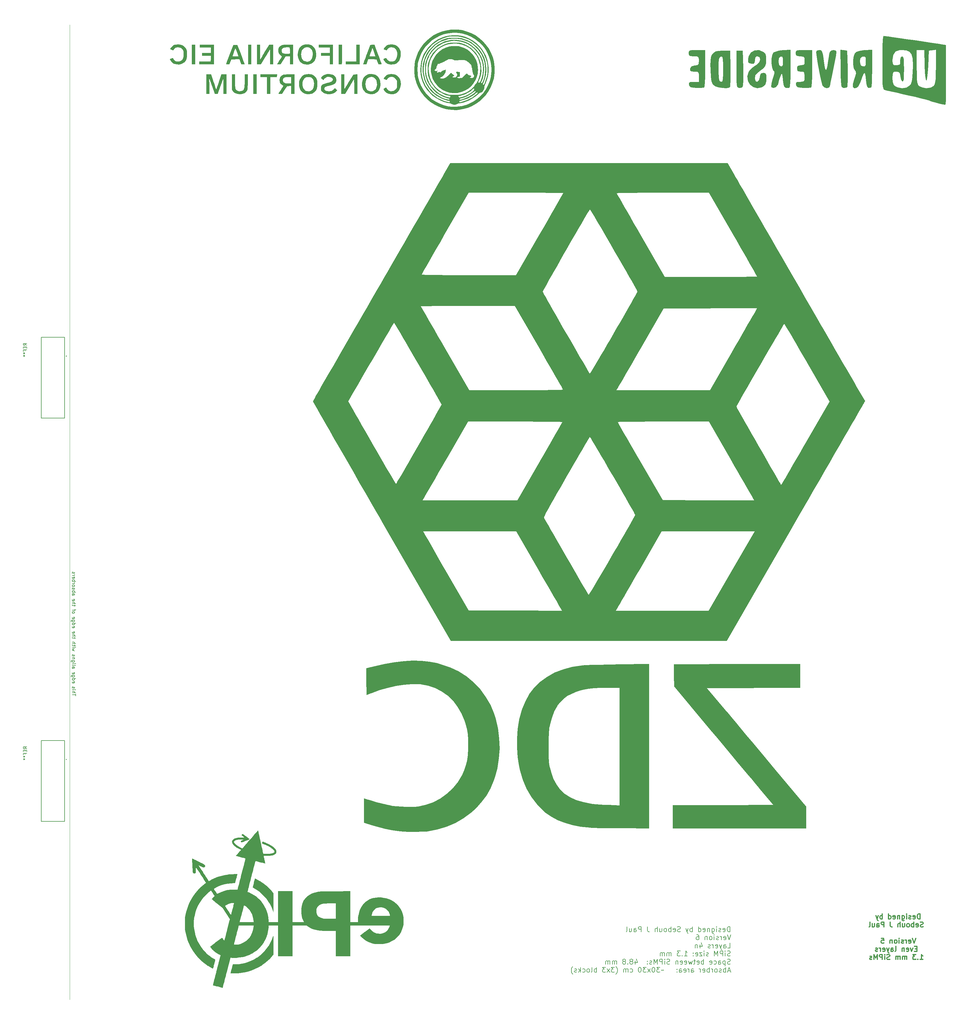
<source format=gbr>
%TF.GenerationSoftware,KiCad,Pcbnew,8.0.2-1*%
%TF.CreationDate,2024-10-14T12:40:27-04:00*%
%TF.ProjectId,EvenLayers_1.3mm_SiPM,4576656e-4c61-4796-9572-735f312e336d,rev?*%
%TF.SameCoordinates,Original*%
%TF.FileFunction,Legend,Bot*%
%TF.FilePolarity,Positive*%
%FSLAX46Y46*%
G04 Gerber Fmt 4.6, Leading zero omitted, Abs format (unit mm)*
G04 Created by KiCad (PCBNEW 8.0.2-1) date 2024-10-14 12:40:27*
%MOMM*%
%LPD*%
G01*
G04 APERTURE LIST*
%ADD10C,0.100000*%
%ADD11C,0.150000*%
%ADD12C,0.300000*%
%ADD13C,0.000000*%
%ADD14C,0.200000*%
G04 APERTURE END LIST*
D10*
X75000000Y-325000000D02*
X75000000Y-35000000D01*
D11*
X271444173Y-304841380D02*
X271444173Y-303341380D01*
X271444173Y-303341380D02*
X271087030Y-303341380D01*
X271087030Y-303341380D02*
X270872744Y-303412809D01*
X270872744Y-303412809D02*
X270729887Y-303555666D01*
X270729887Y-303555666D02*
X270658458Y-303698523D01*
X270658458Y-303698523D02*
X270587030Y-303984237D01*
X270587030Y-303984237D02*
X270587030Y-304198523D01*
X270587030Y-304198523D02*
X270658458Y-304484237D01*
X270658458Y-304484237D02*
X270729887Y-304627094D01*
X270729887Y-304627094D02*
X270872744Y-304769952D01*
X270872744Y-304769952D02*
X271087030Y-304841380D01*
X271087030Y-304841380D02*
X271444173Y-304841380D01*
X269372744Y-304769952D02*
X269515601Y-304841380D01*
X269515601Y-304841380D02*
X269801316Y-304841380D01*
X269801316Y-304841380D02*
X269944173Y-304769952D01*
X269944173Y-304769952D02*
X270015601Y-304627094D01*
X270015601Y-304627094D02*
X270015601Y-304055666D01*
X270015601Y-304055666D02*
X269944173Y-303912809D01*
X269944173Y-303912809D02*
X269801316Y-303841380D01*
X269801316Y-303841380D02*
X269515601Y-303841380D01*
X269515601Y-303841380D02*
X269372744Y-303912809D01*
X269372744Y-303912809D02*
X269301316Y-304055666D01*
X269301316Y-304055666D02*
X269301316Y-304198523D01*
X269301316Y-304198523D02*
X270015601Y-304341380D01*
X268729887Y-304769952D02*
X268587030Y-304841380D01*
X268587030Y-304841380D02*
X268301316Y-304841380D01*
X268301316Y-304841380D02*
X268158459Y-304769952D01*
X268158459Y-304769952D02*
X268087030Y-304627094D01*
X268087030Y-304627094D02*
X268087030Y-304555666D01*
X268087030Y-304555666D02*
X268158459Y-304412809D01*
X268158459Y-304412809D02*
X268301316Y-304341380D01*
X268301316Y-304341380D02*
X268515602Y-304341380D01*
X268515602Y-304341380D02*
X268658459Y-304269952D01*
X268658459Y-304269952D02*
X268729887Y-304127094D01*
X268729887Y-304127094D02*
X268729887Y-304055666D01*
X268729887Y-304055666D02*
X268658459Y-303912809D01*
X268658459Y-303912809D02*
X268515602Y-303841380D01*
X268515602Y-303841380D02*
X268301316Y-303841380D01*
X268301316Y-303841380D02*
X268158459Y-303912809D01*
X267444173Y-304841380D02*
X267444173Y-303841380D01*
X267444173Y-303341380D02*
X267515601Y-303412809D01*
X267515601Y-303412809D02*
X267444173Y-303484237D01*
X267444173Y-303484237D02*
X267372744Y-303412809D01*
X267372744Y-303412809D02*
X267444173Y-303341380D01*
X267444173Y-303341380D02*
X267444173Y-303484237D01*
X266087030Y-303841380D02*
X266087030Y-305055666D01*
X266087030Y-305055666D02*
X266158458Y-305198523D01*
X266158458Y-305198523D02*
X266229887Y-305269952D01*
X266229887Y-305269952D02*
X266372744Y-305341380D01*
X266372744Y-305341380D02*
X266587030Y-305341380D01*
X266587030Y-305341380D02*
X266729887Y-305269952D01*
X266087030Y-304769952D02*
X266229887Y-304841380D01*
X266229887Y-304841380D02*
X266515601Y-304841380D01*
X266515601Y-304841380D02*
X266658458Y-304769952D01*
X266658458Y-304769952D02*
X266729887Y-304698523D01*
X266729887Y-304698523D02*
X266801315Y-304555666D01*
X266801315Y-304555666D02*
X266801315Y-304127094D01*
X266801315Y-304127094D02*
X266729887Y-303984237D01*
X266729887Y-303984237D02*
X266658458Y-303912809D01*
X266658458Y-303912809D02*
X266515601Y-303841380D01*
X266515601Y-303841380D02*
X266229887Y-303841380D01*
X266229887Y-303841380D02*
X266087030Y-303912809D01*
X265372744Y-303841380D02*
X265372744Y-304841380D01*
X265372744Y-303984237D02*
X265301315Y-303912809D01*
X265301315Y-303912809D02*
X265158458Y-303841380D01*
X265158458Y-303841380D02*
X264944172Y-303841380D01*
X264944172Y-303841380D02*
X264801315Y-303912809D01*
X264801315Y-303912809D02*
X264729887Y-304055666D01*
X264729887Y-304055666D02*
X264729887Y-304841380D01*
X263444172Y-304769952D02*
X263587029Y-304841380D01*
X263587029Y-304841380D02*
X263872744Y-304841380D01*
X263872744Y-304841380D02*
X264015601Y-304769952D01*
X264015601Y-304769952D02*
X264087029Y-304627094D01*
X264087029Y-304627094D02*
X264087029Y-304055666D01*
X264087029Y-304055666D02*
X264015601Y-303912809D01*
X264015601Y-303912809D02*
X263872744Y-303841380D01*
X263872744Y-303841380D02*
X263587029Y-303841380D01*
X263587029Y-303841380D02*
X263444172Y-303912809D01*
X263444172Y-303912809D02*
X263372744Y-304055666D01*
X263372744Y-304055666D02*
X263372744Y-304198523D01*
X263372744Y-304198523D02*
X264087029Y-304341380D01*
X262087030Y-304841380D02*
X262087030Y-303341380D01*
X262087030Y-304769952D02*
X262229887Y-304841380D01*
X262229887Y-304841380D02*
X262515601Y-304841380D01*
X262515601Y-304841380D02*
X262658458Y-304769952D01*
X262658458Y-304769952D02*
X262729887Y-304698523D01*
X262729887Y-304698523D02*
X262801315Y-304555666D01*
X262801315Y-304555666D02*
X262801315Y-304127094D01*
X262801315Y-304127094D02*
X262729887Y-303984237D01*
X262729887Y-303984237D02*
X262658458Y-303912809D01*
X262658458Y-303912809D02*
X262515601Y-303841380D01*
X262515601Y-303841380D02*
X262229887Y-303841380D01*
X262229887Y-303841380D02*
X262087030Y-303912809D01*
X260229887Y-304841380D02*
X260229887Y-303341380D01*
X260229887Y-303912809D02*
X260087030Y-303841380D01*
X260087030Y-303841380D02*
X259801315Y-303841380D01*
X259801315Y-303841380D02*
X259658458Y-303912809D01*
X259658458Y-303912809D02*
X259587030Y-303984237D01*
X259587030Y-303984237D02*
X259515601Y-304127094D01*
X259515601Y-304127094D02*
X259515601Y-304555666D01*
X259515601Y-304555666D02*
X259587030Y-304698523D01*
X259587030Y-304698523D02*
X259658458Y-304769952D01*
X259658458Y-304769952D02*
X259801315Y-304841380D01*
X259801315Y-304841380D02*
X260087030Y-304841380D01*
X260087030Y-304841380D02*
X260229887Y-304769952D01*
X259015601Y-303841380D02*
X258658458Y-304841380D01*
X258301315Y-303841380D02*
X258658458Y-304841380D01*
X258658458Y-304841380D02*
X258801315Y-305198523D01*
X258801315Y-305198523D02*
X258872744Y-305269952D01*
X258872744Y-305269952D02*
X259015601Y-305341380D01*
X256658458Y-304769952D02*
X256444173Y-304841380D01*
X256444173Y-304841380D02*
X256087030Y-304841380D01*
X256087030Y-304841380D02*
X255944173Y-304769952D01*
X255944173Y-304769952D02*
X255872744Y-304698523D01*
X255872744Y-304698523D02*
X255801315Y-304555666D01*
X255801315Y-304555666D02*
X255801315Y-304412809D01*
X255801315Y-304412809D02*
X255872744Y-304269952D01*
X255872744Y-304269952D02*
X255944173Y-304198523D01*
X255944173Y-304198523D02*
X256087030Y-304127094D01*
X256087030Y-304127094D02*
X256372744Y-304055666D01*
X256372744Y-304055666D02*
X256515601Y-303984237D01*
X256515601Y-303984237D02*
X256587030Y-303912809D01*
X256587030Y-303912809D02*
X256658458Y-303769952D01*
X256658458Y-303769952D02*
X256658458Y-303627094D01*
X256658458Y-303627094D02*
X256587030Y-303484237D01*
X256587030Y-303484237D02*
X256515601Y-303412809D01*
X256515601Y-303412809D02*
X256372744Y-303341380D01*
X256372744Y-303341380D02*
X256015601Y-303341380D01*
X256015601Y-303341380D02*
X255801315Y-303412809D01*
X254587030Y-304769952D02*
X254729887Y-304841380D01*
X254729887Y-304841380D02*
X255015602Y-304841380D01*
X255015602Y-304841380D02*
X255158459Y-304769952D01*
X255158459Y-304769952D02*
X255229887Y-304627094D01*
X255229887Y-304627094D02*
X255229887Y-304055666D01*
X255229887Y-304055666D02*
X255158459Y-303912809D01*
X255158459Y-303912809D02*
X255015602Y-303841380D01*
X255015602Y-303841380D02*
X254729887Y-303841380D01*
X254729887Y-303841380D02*
X254587030Y-303912809D01*
X254587030Y-303912809D02*
X254515602Y-304055666D01*
X254515602Y-304055666D02*
X254515602Y-304198523D01*
X254515602Y-304198523D02*
X255229887Y-304341380D01*
X253872745Y-304841380D02*
X253872745Y-303341380D01*
X253872745Y-303912809D02*
X253729888Y-303841380D01*
X253729888Y-303841380D02*
X253444173Y-303841380D01*
X253444173Y-303841380D02*
X253301316Y-303912809D01*
X253301316Y-303912809D02*
X253229888Y-303984237D01*
X253229888Y-303984237D02*
X253158459Y-304127094D01*
X253158459Y-304127094D02*
X253158459Y-304555666D01*
X253158459Y-304555666D02*
X253229888Y-304698523D01*
X253229888Y-304698523D02*
X253301316Y-304769952D01*
X253301316Y-304769952D02*
X253444173Y-304841380D01*
X253444173Y-304841380D02*
X253729888Y-304841380D01*
X253729888Y-304841380D02*
X253872745Y-304769952D01*
X252301316Y-304841380D02*
X252444173Y-304769952D01*
X252444173Y-304769952D02*
X252515602Y-304698523D01*
X252515602Y-304698523D02*
X252587030Y-304555666D01*
X252587030Y-304555666D02*
X252587030Y-304127094D01*
X252587030Y-304127094D02*
X252515602Y-303984237D01*
X252515602Y-303984237D02*
X252444173Y-303912809D01*
X252444173Y-303912809D02*
X252301316Y-303841380D01*
X252301316Y-303841380D02*
X252087030Y-303841380D01*
X252087030Y-303841380D02*
X251944173Y-303912809D01*
X251944173Y-303912809D02*
X251872745Y-303984237D01*
X251872745Y-303984237D02*
X251801316Y-304127094D01*
X251801316Y-304127094D02*
X251801316Y-304555666D01*
X251801316Y-304555666D02*
X251872745Y-304698523D01*
X251872745Y-304698523D02*
X251944173Y-304769952D01*
X251944173Y-304769952D02*
X252087030Y-304841380D01*
X252087030Y-304841380D02*
X252301316Y-304841380D01*
X250515602Y-303841380D02*
X250515602Y-304841380D01*
X251158459Y-303841380D02*
X251158459Y-304627094D01*
X251158459Y-304627094D02*
X251087030Y-304769952D01*
X251087030Y-304769952D02*
X250944173Y-304841380D01*
X250944173Y-304841380D02*
X250729887Y-304841380D01*
X250729887Y-304841380D02*
X250587030Y-304769952D01*
X250587030Y-304769952D02*
X250515602Y-304698523D01*
X249801316Y-304841380D02*
X249801316Y-303341380D01*
X249158459Y-304841380D02*
X249158459Y-304055666D01*
X249158459Y-304055666D02*
X249229887Y-303912809D01*
X249229887Y-303912809D02*
X249372744Y-303841380D01*
X249372744Y-303841380D02*
X249587030Y-303841380D01*
X249587030Y-303841380D02*
X249729887Y-303912809D01*
X249729887Y-303912809D02*
X249801316Y-303984237D01*
X246872744Y-303341380D02*
X246872744Y-304412809D01*
X246872744Y-304412809D02*
X246944173Y-304627094D01*
X246944173Y-304627094D02*
X247087030Y-304769952D01*
X247087030Y-304769952D02*
X247301316Y-304841380D01*
X247301316Y-304841380D02*
X247444173Y-304841380D01*
X245015602Y-304841380D02*
X245015602Y-303341380D01*
X245015602Y-303341380D02*
X244444173Y-303341380D01*
X244444173Y-303341380D02*
X244301316Y-303412809D01*
X244301316Y-303412809D02*
X244229887Y-303484237D01*
X244229887Y-303484237D02*
X244158459Y-303627094D01*
X244158459Y-303627094D02*
X244158459Y-303841380D01*
X244158459Y-303841380D02*
X244229887Y-303984237D01*
X244229887Y-303984237D02*
X244301316Y-304055666D01*
X244301316Y-304055666D02*
X244444173Y-304127094D01*
X244444173Y-304127094D02*
X245015602Y-304127094D01*
X242872745Y-304841380D02*
X242872745Y-304055666D01*
X242872745Y-304055666D02*
X242944173Y-303912809D01*
X242944173Y-303912809D02*
X243087030Y-303841380D01*
X243087030Y-303841380D02*
X243372745Y-303841380D01*
X243372745Y-303841380D02*
X243515602Y-303912809D01*
X242872745Y-304769952D02*
X243015602Y-304841380D01*
X243015602Y-304841380D02*
X243372745Y-304841380D01*
X243372745Y-304841380D02*
X243515602Y-304769952D01*
X243515602Y-304769952D02*
X243587030Y-304627094D01*
X243587030Y-304627094D02*
X243587030Y-304484237D01*
X243587030Y-304484237D02*
X243515602Y-304341380D01*
X243515602Y-304341380D02*
X243372745Y-304269952D01*
X243372745Y-304269952D02*
X243015602Y-304269952D01*
X243015602Y-304269952D02*
X242872745Y-304198523D01*
X241515602Y-303841380D02*
X241515602Y-304841380D01*
X242158459Y-303841380D02*
X242158459Y-304627094D01*
X242158459Y-304627094D02*
X242087030Y-304769952D01*
X242087030Y-304769952D02*
X241944173Y-304841380D01*
X241944173Y-304841380D02*
X241729887Y-304841380D01*
X241729887Y-304841380D02*
X241587030Y-304769952D01*
X241587030Y-304769952D02*
X241515602Y-304698523D01*
X240587030Y-304841380D02*
X240729887Y-304769952D01*
X240729887Y-304769952D02*
X240801316Y-304627094D01*
X240801316Y-304627094D02*
X240801316Y-303341380D01*
X271658458Y-305756296D02*
X271158458Y-307256296D01*
X271158458Y-307256296D02*
X270658458Y-305756296D01*
X269587030Y-307184868D02*
X269729887Y-307256296D01*
X269729887Y-307256296D02*
X270015602Y-307256296D01*
X270015602Y-307256296D02*
X270158459Y-307184868D01*
X270158459Y-307184868D02*
X270229887Y-307042010D01*
X270229887Y-307042010D02*
X270229887Y-306470582D01*
X270229887Y-306470582D02*
X270158459Y-306327725D01*
X270158459Y-306327725D02*
X270015602Y-306256296D01*
X270015602Y-306256296D02*
X269729887Y-306256296D01*
X269729887Y-306256296D02*
X269587030Y-306327725D01*
X269587030Y-306327725D02*
X269515602Y-306470582D01*
X269515602Y-306470582D02*
X269515602Y-306613439D01*
X269515602Y-306613439D02*
X270229887Y-306756296D01*
X268872745Y-307256296D02*
X268872745Y-306256296D01*
X268872745Y-306542010D02*
X268801316Y-306399153D01*
X268801316Y-306399153D02*
X268729888Y-306327725D01*
X268729888Y-306327725D02*
X268587030Y-306256296D01*
X268587030Y-306256296D02*
X268444173Y-306256296D01*
X268015602Y-307184868D02*
X267872745Y-307256296D01*
X267872745Y-307256296D02*
X267587031Y-307256296D01*
X267587031Y-307256296D02*
X267444174Y-307184868D01*
X267444174Y-307184868D02*
X267372745Y-307042010D01*
X267372745Y-307042010D02*
X267372745Y-306970582D01*
X267372745Y-306970582D02*
X267444174Y-306827725D01*
X267444174Y-306827725D02*
X267587031Y-306756296D01*
X267587031Y-306756296D02*
X267801317Y-306756296D01*
X267801317Y-306756296D02*
X267944174Y-306684868D01*
X267944174Y-306684868D02*
X268015602Y-306542010D01*
X268015602Y-306542010D02*
X268015602Y-306470582D01*
X268015602Y-306470582D02*
X267944174Y-306327725D01*
X267944174Y-306327725D02*
X267801317Y-306256296D01*
X267801317Y-306256296D02*
X267587031Y-306256296D01*
X267587031Y-306256296D02*
X267444174Y-306327725D01*
X266729888Y-307256296D02*
X266729888Y-306256296D01*
X266729888Y-305756296D02*
X266801316Y-305827725D01*
X266801316Y-305827725D02*
X266729888Y-305899153D01*
X266729888Y-305899153D02*
X266658459Y-305827725D01*
X266658459Y-305827725D02*
X266729888Y-305756296D01*
X266729888Y-305756296D02*
X266729888Y-305899153D01*
X265801316Y-307256296D02*
X265944173Y-307184868D01*
X265944173Y-307184868D02*
X266015602Y-307113439D01*
X266015602Y-307113439D02*
X266087030Y-306970582D01*
X266087030Y-306970582D02*
X266087030Y-306542010D01*
X266087030Y-306542010D02*
X266015602Y-306399153D01*
X266015602Y-306399153D02*
X265944173Y-306327725D01*
X265944173Y-306327725D02*
X265801316Y-306256296D01*
X265801316Y-306256296D02*
X265587030Y-306256296D01*
X265587030Y-306256296D02*
X265444173Y-306327725D01*
X265444173Y-306327725D02*
X265372745Y-306399153D01*
X265372745Y-306399153D02*
X265301316Y-306542010D01*
X265301316Y-306542010D02*
X265301316Y-306970582D01*
X265301316Y-306970582D02*
X265372745Y-307113439D01*
X265372745Y-307113439D02*
X265444173Y-307184868D01*
X265444173Y-307184868D02*
X265587030Y-307256296D01*
X265587030Y-307256296D02*
X265801316Y-307256296D01*
X264658459Y-306256296D02*
X264658459Y-307256296D01*
X264658459Y-306399153D02*
X264587030Y-306327725D01*
X264587030Y-306327725D02*
X264444173Y-306256296D01*
X264444173Y-306256296D02*
X264229887Y-306256296D01*
X264229887Y-306256296D02*
X264087030Y-306327725D01*
X264087030Y-306327725D02*
X264015602Y-306470582D01*
X264015602Y-306470582D02*
X264015602Y-307256296D01*
X261515602Y-305756296D02*
X261801316Y-305756296D01*
X261801316Y-305756296D02*
X261944173Y-305827725D01*
X261944173Y-305827725D02*
X262015602Y-305899153D01*
X262015602Y-305899153D02*
X262158459Y-306113439D01*
X262158459Y-306113439D02*
X262229887Y-306399153D01*
X262229887Y-306399153D02*
X262229887Y-306970582D01*
X262229887Y-306970582D02*
X262158459Y-307113439D01*
X262158459Y-307113439D02*
X262087030Y-307184868D01*
X262087030Y-307184868D02*
X261944173Y-307256296D01*
X261944173Y-307256296D02*
X261658459Y-307256296D01*
X261658459Y-307256296D02*
X261515602Y-307184868D01*
X261515602Y-307184868D02*
X261444173Y-307113439D01*
X261444173Y-307113439D02*
X261372744Y-306970582D01*
X261372744Y-306970582D02*
X261372744Y-306613439D01*
X261372744Y-306613439D02*
X261444173Y-306470582D01*
X261444173Y-306470582D02*
X261515602Y-306399153D01*
X261515602Y-306399153D02*
X261658459Y-306327725D01*
X261658459Y-306327725D02*
X261944173Y-306327725D01*
X261944173Y-306327725D02*
X262087030Y-306399153D01*
X262087030Y-306399153D02*
X262158459Y-306470582D01*
X262158459Y-306470582D02*
X262229887Y-306613439D01*
X270729887Y-309671212D02*
X271444173Y-309671212D01*
X271444173Y-309671212D02*
X271444173Y-308171212D01*
X269587030Y-309671212D02*
X269587030Y-308885498D01*
X269587030Y-308885498D02*
X269658458Y-308742641D01*
X269658458Y-308742641D02*
X269801315Y-308671212D01*
X269801315Y-308671212D02*
X270087030Y-308671212D01*
X270087030Y-308671212D02*
X270229887Y-308742641D01*
X269587030Y-309599784D02*
X269729887Y-309671212D01*
X269729887Y-309671212D02*
X270087030Y-309671212D01*
X270087030Y-309671212D02*
X270229887Y-309599784D01*
X270229887Y-309599784D02*
X270301315Y-309456926D01*
X270301315Y-309456926D02*
X270301315Y-309314069D01*
X270301315Y-309314069D02*
X270229887Y-309171212D01*
X270229887Y-309171212D02*
X270087030Y-309099784D01*
X270087030Y-309099784D02*
X269729887Y-309099784D01*
X269729887Y-309099784D02*
X269587030Y-309028355D01*
X269015601Y-308671212D02*
X268658458Y-309671212D01*
X268301315Y-308671212D02*
X268658458Y-309671212D01*
X268658458Y-309671212D02*
X268801315Y-310028355D01*
X268801315Y-310028355D02*
X268872744Y-310099784D01*
X268872744Y-310099784D02*
X269015601Y-310171212D01*
X267158458Y-309599784D02*
X267301315Y-309671212D01*
X267301315Y-309671212D02*
X267587030Y-309671212D01*
X267587030Y-309671212D02*
X267729887Y-309599784D01*
X267729887Y-309599784D02*
X267801315Y-309456926D01*
X267801315Y-309456926D02*
X267801315Y-308885498D01*
X267801315Y-308885498D02*
X267729887Y-308742641D01*
X267729887Y-308742641D02*
X267587030Y-308671212D01*
X267587030Y-308671212D02*
X267301315Y-308671212D01*
X267301315Y-308671212D02*
X267158458Y-308742641D01*
X267158458Y-308742641D02*
X267087030Y-308885498D01*
X267087030Y-308885498D02*
X267087030Y-309028355D01*
X267087030Y-309028355D02*
X267801315Y-309171212D01*
X266444173Y-309671212D02*
X266444173Y-308671212D01*
X266444173Y-308956926D02*
X266372744Y-308814069D01*
X266372744Y-308814069D02*
X266301316Y-308742641D01*
X266301316Y-308742641D02*
X266158458Y-308671212D01*
X266158458Y-308671212D02*
X266015601Y-308671212D01*
X265587030Y-309599784D02*
X265444173Y-309671212D01*
X265444173Y-309671212D02*
X265158459Y-309671212D01*
X265158459Y-309671212D02*
X265015602Y-309599784D01*
X265015602Y-309599784D02*
X264944173Y-309456926D01*
X264944173Y-309456926D02*
X264944173Y-309385498D01*
X264944173Y-309385498D02*
X265015602Y-309242641D01*
X265015602Y-309242641D02*
X265158459Y-309171212D01*
X265158459Y-309171212D02*
X265372745Y-309171212D01*
X265372745Y-309171212D02*
X265515602Y-309099784D01*
X265515602Y-309099784D02*
X265587030Y-308956926D01*
X265587030Y-308956926D02*
X265587030Y-308885498D01*
X265587030Y-308885498D02*
X265515602Y-308742641D01*
X265515602Y-308742641D02*
X265372745Y-308671212D01*
X265372745Y-308671212D02*
X265158459Y-308671212D01*
X265158459Y-308671212D02*
X265015602Y-308742641D01*
X262515602Y-308671212D02*
X262515602Y-309671212D01*
X262872744Y-308099784D02*
X263229887Y-309171212D01*
X263229887Y-309171212D02*
X262301316Y-309171212D01*
X261729888Y-308671212D02*
X261729888Y-309671212D01*
X261729888Y-308814069D02*
X261658459Y-308742641D01*
X261658459Y-308742641D02*
X261515602Y-308671212D01*
X261515602Y-308671212D02*
X261301316Y-308671212D01*
X261301316Y-308671212D02*
X261158459Y-308742641D01*
X261158459Y-308742641D02*
X261087031Y-308885498D01*
X261087031Y-308885498D02*
X261087031Y-309671212D01*
X271515601Y-312014700D02*
X271301316Y-312086128D01*
X271301316Y-312086128D02*
X270944173Y-312086128D01*
X270944173Y-312086128D02*
X270801316Y-312014700D01*
X270801316Y-312014700D02*
X270729887Y-311943271D01*
X270729887Y-311943271D02*
X270658458Y-311800414D01*
X270658458Y-311800414D02*
X270658458Y-311657557D01*
X270658458Y-311657557D02*
X270729887Y-311514700D01*
X270729887Y-311514700D02*
X270801316Y-311443271D01*
X270801316Y-311443271D02*
X270944173Y-311371842D01*
X270944173Y-311371842D02*
X271229887Y-311300414D01*
X271229887Y-311300414D02*
X271372744Y-311228985D01*
X271372744Y-311228985D02*
X271444173Y-311157557D01*
X271444173Y-311157557D02*
X271515601Y-311014700D01*
X271515601Y-311014700D02*
X271515601Y-310871842D01*
X271515601Y-310871842D02*
X271444173Y-310728985D01*
X271444173Y-310728985D02*
X271372744Y-310657557D01*
X271372744Y-310657557D02*
X271229887Y-310586128D01*
X271229887Y-310586128D02*
X270872744Y-310586128D01*
X270872744Y-310586128D02*
X270658458Y-310657557D01*
X270015602Y-312086128D02*
X270015602Y-311086128D01*
X270015602Y-310586128D02*
X270087030Y-310657557D01*
X270087030Y-310657557D02*
X270015602Y-310728985D01*
X270015602Y-310728985D02*
X269944173Y-310657557D01*
X269944173Y-310657557D02*
X270015602Y-310586128D01*
X270015602Y-310586128D02*
X270015602Y-310728985D01*
X269301316Y-312086128D02*
X269301316Y-310586128D01*
X269301316Y-310586128D02*
X268729887Y-310586128D01*
X268729887Y-310586128D02*
X268587030Y-310657557D01*
X268587030Y-310657557D02*
X268515601Y-310728985D01*
X268515601Y-310728985D02*
X268444173Y-310871842D01*
X268444173Y-310871842D02*
X268444173Y-311086128D01*
X268444173Y-311086128D02*
X268515601Y-311228985D01*
X268515601Y-311228985D02*
X268587030Y-311300414D01*
X268587030Y-311300414D02*
X268729887Y-311371842D01*
X268729887Y-311371842D02*
X269301316Y-311371842D01*
X267801316Y-312086128D02*
X267801316Y-310586128D01*
X267801316Y-310586128D02*
X267301316Y-311657557D01*
X267301316Y-311657557D02*
X266801316Y-310586128D01*
X266801316Y-310586128D02*
X266801316Y-312086128D01*
X265015601Y-312014700D02*
X264872744Y-312086128D01*
X264872744Y-312086128D02*
X264587030Y-312086128D01*
X264587030Y-312086128D02*
X264444173Y-312014700D01*
X264444173Y-312014700D02*
X264372744Y-311871842D01*
X264372744Y-311871842D02*
X264372744Y-311800414D01*
X264372744Y-311800414D02*
X264444173Y-311657557D01*
X264444173Y-311657557D02*
X264587030Y-311586128D01*
X264587030Y-311586128D02*
X264801316Y-311586128D01*
X264801316Y-311586128D02*
X264944173Y-311514700D01*
X264944173Y-311514700D02*
X265015601Y-311371842D01*
X265015601Y-311371842D02*
X265015601Y-311300414D01*
X265015601Y-311300414D02*
X264944173Y-311157557D01*
X264944173Y-311157557D02*
X264801316Y-311086128D01*
X264801316Y-311086128D02*
X264587030Y-311086128D01*
X264587030Y-311086128D02*
X264444173Y-311157557D01*
X263729887Y-312086128D02*
X263729887Y-311086128D01*
X263729887Y-310586128D02*
X263801315Y-310657557D01*
X263801315Y-310657557D02*
X263729887Y-310728985D01*
X263729887Y-310728985D02*
X263658458Y-310657557D01*
X263658458Y-310657557D02*
X263729887Y-310586128D01*
X263729887Y-310586128D02*
X263729887Y-310728985D01*
X263158458Y-311086128D02*
X262372744Y-311086128D01*
X262372744Y-311086128D02*
X263158458Y-312086128D01*
X263158458Y-312086128D02*
X262372744Y-312086128D01*
X261229886Y-312014700D02*
X261372743Y-312086128D01*
X261372743Y-312086128D02*
X261658458Y-312086128D01*
X261658458Y-312086128D02*
X261801315Y-312014700D01*
X261801315Y-312014700D02*
X261872743Y-311871842D01*
X261872743Y-311871842D02*
X261872743Y-311300414D01*
X261872743Y-311300414D02*
X261801315Y-311157557D01*
X261801315Y-311157557D02*
X261658458Y-311086128D01*
X261658458Y-311086128D02*
X261372743Y-311086128D01*
X261372743Y-311086128D02*
X261229886Y-311157557D01*
X261229886Y-311157557D02*
X261158458Y-311300414D01*
X261158458Y-311300414D02*
X261158458Y-311443271D01*
X261158458Y-311443271D02*
X261872743Y-311586128D01*
X260515601Y-311943271D02*
X260444172Y-312014700D01*
X260444172Y-312014700D02*
X260515601Y-312086128D01*
X260515601Y-312086128D02*
X260587029Y-312014700D01*
X260587029Y-312014700D02*
X260515601Y-311943271D01*
X260515601Y-311943271D02*
X260515601Y-312086128D01*
X260515601Y-311157557D02*
X260444172Y-311228985D01*
X260444172Y-311228985D02*
X260515601Y-311300414D01*
X260515601Y-311300414D02*
X260587029Y-311228985D01*
X260587029Y-311228985D02*
X260515601Y-311157557D01*
X260515601Y-311157557D02*
X260515601Y-311300414D01*
X257872743Y-312086128D02*
X258729886Y-312086128D01*
X258301315Y-312086128D02*
X258301315Y-310586128D01*
X258301315Y-310586128D02*
X258444172Y-310800414D01*
X258444172Y-310800414D02*
X258587029Y-310943271D01*
X258587029Y-310943271D02*
X258729886Y-311014700D01*
X257229887Y-311943271D02*
X257158458Y-312014700D01*
X257158458Y-312014700D02*
X257229887Y-312086128D01*
X257229887Y-312086128D02*
X257301315Y-312014700D01*
X257301315Y-312014700D02*
X257229887Y-311943271D01*
X257229887Y-311943271D02*
X257229887Y-312086128D01*
X256658458Y-310586128D02*
X255729886Y-310586128D01*
X255729886Y-310586128D02*
X256229886Y-311157557D01*
X256229886Y-311157557D02*
X256015601Y-311157557D01*
X256015601Y-311157557D02*
X255872744Y-311228985D01*
X255872744Y-311228985D02*
X255801315Y-311300414D01*
X255801315Y-311300414D02*
X255729886Y-311443271D01*
X255729886Y-311443271D02*
X255729886Y-311800414D01*
X255729886Y-311800414D02*
X255801315Y-311943271D01*
X255801315Y-311943271D02*
X255872744Y-312014700D01*
X255872744Y-312014700D02*
X256015601Y-312086128D01*
X256015601Y-312086128D02*
X256444172Y-312086128D01*
X256444172Y-312086128D02*
X256587029Y-312014700D01*
X256587029Y-312014700D02*
X256658458Y-311943271D01*
X253944173Y-312086128D02*
X253944173Y-311086128D01*
X253944173Y-311228985D02*
X253872744Y-311157557D01*
X253872744Y-311157557D02*
X253729887Y-311086128D01*
X253729887Y-311086128D02*
X253515601Y-311086128D01*
X253515601Y-311086128D02*
X253372744Y-311157557D01*
X253372744Y-311157557D02*
X253301316Y-311300414D01*
X253301316Y-311300414D02*
X253301316Y-312086128D01*
X253301316Y-311300414D02*
X253229887Y-311157557D01*
X253229887Y-311157557D02*
X253087030Y-311086128D01*
X253087030Y-311086128D02*
X252872744Y-311086128D01*
X252872744Y-311086128D02*
X252729887Y-311157557D01*
X252729887Y-311157557D02*
X252658458Y-311300414D01*
X252658458Y-311300414D02*
X252658458Y-312086128D01*
X251944173Y-312086128D02*
X251944173Y-311086128D01*
X251944173Y-311228985D02*
X251872744Y-311157557D01*
X251872744Y-311157557D02*
X251729887Y-311086128D01*
X251729887Y-311086128D02*
X251515601Y-311086128D01*
X251515601Y-311086128D02*
X251372744Y-311157557D01*
X251372744Y-311157557D02*
X251301316Y-311300414D01*
X251301316Y-311300414D02*
X251301316Y-312086128D01*
X251301316Y-311300414D02*
X251229887Y-311157557D01*
X251229887Y-311157557D02*
X251087030Y-311086128D01*
X251087030Y-311086128D02*
X250872744Y-311086128D01*
X250872744Y-311086128D02*
X250729887Y-311157557D01*
X250729887Y-311157557D02*
X250658458Y-311300414D01*
X250658458Y-311300414D02*
X250658458Y-312086128D01*
X271515601Y-314429616D02*
X271301316Y-314501044D01*
X271301316Y-314501044D02*
X270944173Y-314501044D01*
X270944173Y-314501044D02*
X270801316Y-314429616D01*
X270801316Y-314429616D02*
X270729887Y-314358187D01*
X270729887Y-314358187D02*
X270658458Y-314215330D01*
X270658458Y-314215330D02*
X270658458Y-314072473D01*
X270658458Y-314072473D02*
X270729887Y-313929616D01*
X270729887Y-313929616D02*
X270801316Y-313858187D01*
X270801316Y-313858187D02*
X270944173Y-313786758D01*
X270944173Y-313786758D02*
X271229887Y-313715330D01*
X271229887Y-313715330D02*
X271372744Y-313643901D01*
X271372744Y-313643901D02*
X271444173Y-313572473D01*
X271444173Y-313572473D02*
X271515601Y-313429616D01*
X271515601Y-313429616D02*
X271515601Y-313286758D01*
X271515601Y-313286758D02*
X271444173Y-313143901D01*
X271444173Y-313143901D02*
X271372744Y-313072473D01*
X271372744Y-313072473D02*
X271229887Y-313001044D01*
X271229887Y-313001044D02*
X270872744Y-313001044D01*
X270872744Y-313001044D02*
X270658458Y-313072473D01*
X270015602Y-313501044D02*
X270015602Y-315001044D01*
X270015602Y-313572473D02*
X269872745Y-313501044D01*
X269872745Y-313501044D02*
X269587030Y-313501044D01*
X269587030Y-313501044D02*
X269444173Y-313572473D01*
X269444173Y-313572473D02*
X269372745Y-313643901D01*
X269372745Y-313643901D02*
X269301316Y-313786758D01*
X269301316Y-313786758D02*
X269301316Y-314215330D01*
X269301316Y-314215330D02*
X269372745Y-314358187D01*
X269372745Y-314358187D02*
X269444173Y-314429616D01*
X269444173Y-314429616D02*
X269587030Y-314501044D01*
X269587030Y-314501044D02*
X269872745Y-314501044D01*
X269872745Y-314501044D02*
X270015602Y-314429616D01*
X268015602Y-314501044D02*
X268015602Y-313715330D01*
X268015602Y-313715330D02*
X268087030Y-313572473D01*
X268087030Y-313572473D02*
X268229887Y-313501044D01*
X268229887Y-313501044D02*
X268515602Y-313501044D01*
X268515602Y-313501044D02*
X268658459Y-313572473D01*
X268015602Y-314429616D02*
X268158459Y-314501044D01*
X268158459Y-314501044D02*
X268515602Y-314501044D01*
X268515602Y-314501044D02*
X268658459Y-314429616D01*
X268658459Y-314429616D02*
X268729887Y-314286758D01*
X268729887Y-314286758D02*
X268729887Y-314143901D01*
X268729887Y-314143901D02*
X268658459Y-314001044D01*
X268658459Y-314001044D02*
X268515602Y-313929616D01*
X268515602Y-313929616D02*
X268158459Y-313929616D01*
X268158459Y-313929616D02*
X268015602Y-313858187D01*
X266658459Y-314429616D02*
X266801316Y-314501044D01*
X266801316Y-314501044D02*
X267087030Y-314501044D01*
X267087030Y-314501044D02*
X267229887Y-314429616D01*
X267229887Y-314429616D02*
X267301316Y-314358187D01*
X267301316Y-314358187D02*
X267372744Y-314215330D01*
X267372744Y-314215330D02*
X267372744Y-313786758D01*
X267372744Y-313786758D02*
X267301316Y-313643901D01*
X267301316Y-313643901D02*
X267229887Y-313572473D01*
X267229887Y-313572473D02*
X267087030Y-313501044D01*
X267087030Y-313501044D02*
X266801316Y-313501044D01*
X266801316Y-313501044D02*
X266658459Y-313572473D01*
X265444173Y-314429616D02*
X265587030Y-314501044D01*
X265587030Y-314501044D02*
X265872745Y-314501044D01*
X265872745Y-314501044D02*
X266015602Y-314429616D01*
X266015602Y-314429616D02*
X266087030Y-314286758D01*
X266087030Y-314286758D02*
X266087030Y-313715330D01*
X266087030Y-313715330D02*
X266015602Y-313572473D01*
X266015602Y-313572473D02*
X265872745Y-313501044D01*
X265872745Y-313501044D02*
X265587030Y-313501044D01*
X265587030Y-313501044D02*
X265444173Y-313572473D01*
X265444173Y-313572473D02*
X265372745Y-313715330D01*
X265372745Y-313715330D02*
X265372745Y-313858187D01*
X265372745Y-313858187D02*
X266087030Y-314001044D01*
X263587031Y-314501044D02*
X263587031Y-313001044D01*
X263587031Y-313572473D02*
X263444174Y-313501044D01*
X263444174Y-313501044D02*
X263158459Y-313501044D01*
X263158459Y-313501044D02*
X263015602Y-313572473D01*
X263015602Y-313572473D02*
X262944174Y-313643901D01*
X262944174Y-313643901D02*
X262872745Y-313786758D01*
X262872745Y-313786758D02*
X262872745Y-314215330D01*
X262872745Y-314215330D02*
X262944174Y-314358187D01*
X262944174Y-314358187D02*
X263015602Y-314429616D01*
X263015602Y-314429616D02*
X263158459Y-314501044D01*
X263158459Y-314501044D02*
X263444174Y-314501044D01*
X263444174Y-314501044D02*
X263587031Y-314429616D01*
X261658459Y-314429616D02*
X261801316Y-314501044D01*
X261801316Y-314501044D02*
X262087031Y-314501044D01*
X262087031Y-314501044D02*
X262229888Y-314429616D01*
X262229888Y-314429616D02*
X262301316Y-314286758D01*
X262301316Y-314286758D02*
X262301316Y-313715330D01*
X262301316Y-313715330D02*
X262229888Y-313572473D01*
X262229888Y-313572473D02*
X262087031Y-313501044D01*
X262087031Y-313501044D02*
X261801316Y-313501044D01*
X261801316Y-313501044D02*
X261658459Y-313572473D01*
X261658459Y-313572473D02*
X261587031Y-313715330D01*
X261587031Y-313715330D02*
X261587031Y-313858187D01*
X261587031Y-313858187D02*
X262301316Y-314001044D01*
X261158459Y-313501044D02*
X260587031Y-313501044D01*
X260944174Y-313001044D02*
X260944174Y-314286758D01*
X260944174Y-314286758D02*
X260872745Y-314429616D01*
X260872745Y-314429616D02*
X260729888Y-314501044D01*
X260729888Y-314501044D02*
X260587031Y-314501044D01*
X260229888Y-313501044D02*
X259944174Y-314501044D01*
X259944174Y-314501044D02*
X259658459Y-313786758D01*
X259658459Y-313786758D02*
X259372745Y-314501044D01*
X259372745Y-314501044D02*
X259087031Y-313501044D01*
X257944173Y-314429616D02*
X258087030Y-314501044D01*
X258087030Y-314501044D02*
X258372745Y-314501044D01*
X258372745Y-314501044D02*
X258515602Y-314429616D01*
X258515602Y-314429616D02*
X258587030Y-314286758D01*
X258587030Y-314286758D02*
X258587030Y-313715330D01*
X258587030Y-313715330D02*
X258515602Y-313572473D01*
X258515602Y-313572473D02*
X258372745Y-313501044D01*
X258372745Y-313501044D02*
X258087030Y-313501044D01*
X258087030Y-313501044D02*
X257944173Y-313572473D01*
X257944173Y-313572473D02*
X257872745Y-313715330D01*
X257872745Y-313715330D02*
X257872745Y-313858187D01*
X257872745Y-313858187D02*
X258587030Y-314001044D01*
X256658459Y-314429616D02*
X256801316Y-314501044D01*
X256801316Y-314501044D02*
X257087031Y-314501044D01*
X257087031Y-314501044D02*
X257229888Y-314429616D01*
X257229888Y-314429616D02*
X257301316Y-314286758D01*
X257301316Y-314286758D02*
X257301316Y-313715330D01*
X257301316Y-313715330D02*
X257229888Y-313572473D01*
X257229888Y-313572473D02*
X257087031Y-313501044D01*
X257087031Y-313501044D02*
X256801316Y-313501044D01*
X256801316Y-313501044D02*
X256658459Y-313572473D01*
X256658459Y-313572473D02*
X256587031Y-313715330D01*
X256587031Y-313715330D02*
X256587031Y-313858187D01*
X256587031Y-313858187D02*
X257301316Y-314001044D01*
X255944174Y-313501044D02*
X255944174Y-314501044D01*
X255944174Y-313643901D02*
X255872745Y-313572473D01*
X255872745Y-313572473D02*
X255729888Y-313501044D01*
X255729888Y-313501044D02*
X255515602Y-313501044D01*
X255515602Y-313501044D02*
X255372745Y-313572473D01*
X255372745Y-313572473D02*
X255301317Y-313715330D01*
X255301317Y-313715330D02*
X255301317Y-314501044D01*
X253515602Y-314429616D02*
X253301317Y-314501044D01*
X253301317Y-314501044D02*
X252944174Y-314501044D01*
X252944174Y-314501044D02*
X252801317Y-314429616D01*
X252801317Y-314429616D02*
X252729888Y-314358187D01*
X252729888Y-314358187D02*
X252658459Y-314215330D01*
X252658459Y-314215330D02*
X252658459Y-314072473D01*
X252658459Y-314072473D02*
X252729888Y-313929616D01*
X252729888Y-313929616D02*
X252801317Y-313858187D01*
X252801317Y-313858187D02*
X252944174Y-313786758D01*
X252944174Y-313786758D02*
X253229888Y-313715330D01*
X253229888Y-313715330D02*
X253372745Y-313643901D01*
X253372745Y-313643901D02*
X253444174Y-313572473D01*
X253444174Y-313572473D02*
X253515602Y-313429616D01*
X253515602Y-313429616D02*
X253515602Y-313286758D01*
X253515602Y-313286758D02*
X253444174Y-313143901D01*
X253444174Y-313143901D02*
X253372745Y-313072473D01*
X253372745Y-313072473D02*
X253229888Y-313001044D01*
X253229888Y-313001044D02*
X252872745Y-313001044D01*
X252872745Y-313001044D02*
X252658459Y-313072473D01*
X252015603Y-314501044D02*
X252015603Y-313501044D01*
X252015603Y-313001044D02*
X252087031Y-313072473D01*
X252087031Y-313072473D02*
X252015603Y-313143901D01*
X252015603Y-313143901D02*
X251944174Y-313072473D01*
X251944174Y-313072473D02*
X252015603Y-313001044D01*
X252015603Y-313001044D02*
X252015603Y-313143901D01*
X251301317Y-314501044D02*
X251301317Y-313001044D01*
X251301317Y-313001044D02*
X250729888Y-313001044D01*
X250729888Y-313001044D02*
X250587031Y-313072473D01*
X250587031Y-313072473D02*
X250515602Y-313143901D01*
X250515602Y-313143901D02*
X250444174Y-313286758D01*
X250444174Y-313286758D02*
X250444174Y-313501044D01*
X250444174Y-313501044D02*
X250515602Y-313643901D01*
X250515602Y-313643901D02*
X250587031Y-313715330D01*
X250587031Y-313715330D02*
X250729888Y-313786758D01*
X250729888Y-313786758D02*
X251301317Y-313786758D01*
X249801317Y-314501044D02*
X249801317Y-313001044D01*
X249801317Y-313001044D02*
X249301317Y-314072473D01*
X249301317Y-314072473D02*
X248801317Y-313001044D01*
X248801317Y-313001044D02*
X248801317Y-314501044D01*
X248158459Y-314429616D02*
X248015602Y-314501044D01*
X248015602Y-314501044D02*
X247729888Y-314501044D01*
X247729888Y-314501044D02*
X247587031Y-314429616D01*
X247587031Y-314429616D02*
X247515602Y-314286758D01*
X247515602Y-314286758D02*
X247515602Y-314215330D01*
X247515602Y-314215330D02*
X247587031Y-314072473D01*
X247587031Y-314072473D02*
X247729888Y-314001044D01*
X247729888Y-314001044D02*
X247944174Y-314001044D01*
X247944174Y-314001044D02*
X248087031Y-313929616D01*
X248087031Y-313929616D02*
X248158459Y-313786758D01*
X248158459Y-313786758D02*
X248158459Y-313715330D01*
X248158459Y-313715330D02*
X248087031Y-313572473D01*
X248087031Y-313572473D02*
X247944174Y-313501044D01*
X247944174Y-313501044D02*
X247729888Y-313501044D01*
X247729888Y-313501044D02*
X247587031Y-313572473D01*
X246872745Y-314358187D02*
X246801316Y-314429616D01*
X246801316Y-314429616D02*
X246872745Y-314501044D01*
X246872745Y-314501044D02*
X246944173Y-314429616D01*
X246944173Y-314429616D02*
X246872745Y-314358187D01*
X246872745Y-314358187D02*
X246872745Y-314501044D01*
X246872745Y-313572473D02*
X246801316Y-313643901D01*
X246801316Y-313643901D02*
X246872745Y-313715330D01*
X246872745Y-313715330D02*
X246944173Y-313643901D01*
X246944173Y-313643901D02*
X246872745Y-313572473D01*
X246872745Y-313572473D02*
X246872745Y-313715330D01*
X243229888Y-313501044D02*
X243229888Y-314501044D01*
X243587030Y-312929616D02*
X243944173Y-314001044D01*
X243944173Y-314001044D02*
X243015602Y-314001044D01*
X242229888Y-313643901D02*
X242372745Y-313572473D01*
X242372745Y-313572473D02*
X242444174Y-313501044D01*
X242444174Y-313501044D02*
X242515602Y-313358187D01*
X242515602Y-313358187D02*
X242515602Y-313286758D01*
X242515602Y-313286758D02*
X242444174Y-313143901D01*
X242444174Y-313143901D02*
X242372745Y-313072473D01*
X242372745Y-313072473D02*
X242229888Y-313001044D01*
X242229888Y-313001044D02*
X241944174Y-313001044D01*
X241944174Y-313001044D02*
X241801317Y-313072473D01*
X241801317Y-313072473D02*
X241729888Y-313143901D01*
X241729888Y-313143901D02*
X241658459Y-313286758D01*
X241658459Y-313286758D02*
X241658459Y-313358187D01*
X241658459Y-313358187D02*
X241729888Y-313501044D01*
X241729888Y-313501044D02*
X241801317Y-313572473D01*
X241801317Y-313572473D02*
X241944174Y-313643901D01*
X241944174Y-313643901D02*
X242229888Y-313643901D01*
X242229888Y-313643901D02*
X242372745Y-313715330D01*
X242372745Y-313715330D02*
X242444174Y-313786758D01*
X242444174Y-313786758D02*
X242515602Y-313929616D01*
X242515602Y-313929616D02*
X242515602Y-314215330D01*
X242515602Y-314215330D02*
X242444174Y-314358187D01*
X242444174Y-314358187D02*
X242372745Y-314429616D01*
X242372745Y-314429616D02*
X242229888Y-314501044D01*
X242229888Y-314501044D02*
X241944174Y-314501044D01*
X241944174Y-314501044D02*
X241801317Y-314429616D01*
X241801317Y-314429616D02*
X241729888Y-314358187D01*
X241729888Y-314358187D02*
X241658459Y-314215330D01*
X241658459Y-314215330D02*
X241658459Y-313929616D01*
X241658459Y-313929616D02*
X241729888Y-313786758D01*
X241729888Y-313786758D02*
X241801317Y-313715330D01*
X241801317Y-313715330D02*
X241944174Y-313643901D01*
X241015603Y-314358187D02*
X240944174Y-314429616D01*
X240944174Y-314429616D02*
X241015603Y-314501044D01*
X241015603Y-314501044D02*
X241087031Y-314429616D01*
X241087031Y-314429616D02*
X241015603Y-314358187D01*
X241015603Y-314358187D02*
X241015603Y-314501044D01*
X240087031Y-313643901D02*
X240229888Y-313572473D01*
X240229888Y-313572473D02*
X240301317Y-313501044D01*
X240301317Y-313501044D02*
X240372745Y-313358187D01*
X240372745Y-313358187D02*
X240372745Y-313286758D01*
X240372745Y-313286758D02*
X240301317Y-313143901D01*
X240301317Y-313143901D02*
X240229888Y-313072473D01*
X240229888Y-313072473D02*
X240087031Y-313001044D01*
X240087031Y-313001044D02*
X239801317Y-313001044D01*
X239801317Y-313001044D02*
X239658460Y-313072473D01*
X239658460Y-313072473D02*
X239587031Y-313143901D01*
X239587031Y-313143901D02*
X239515602Y-313286758D01*
X239515602Y-313286758D02*
X239515602Y-313358187D01*
X239515602Y-313358187D02*
X239587031Y-313501044D01*
X239587031Y-313501044D02*
X239658460Y-313572473D01*
X239658460Y-313572473D02*
X239801317Y-313643901D01*
X239801317Y-313643901D02*
X240087031Y-313643901D01*
X240087031Y-313643901D02*
X240229888Y-313715330D01*
X240229888Y-313715330D02*
X240301317Y-313786758D01*
X240301317Y-313786758D02*
X240372745Y-313929616D01*
X240372745Y-313929616D02*
X240372745Y-314215330D01*
X240372745Y-314215330D02*
X240301317Y-314358187D01*
X240301317Y-314358187D02*
X240229888Y-314429616D01*
X240229888Y-314429616D02*
X240087031Y-314501044D01*
X240087031Y-314501044D02*
X239801317Y-314501044D01*
X239801317Y-314501044D02*
X239658460Y-314429616D01*
X239658460Y-314429616D02*
X239587031Y-314358187D01*
X239587031Y-314358187D02*
X239515602Y-314215330D01*
X239515602Y-314215330D02*
X239515602Y-313929616D01*
X239515602Y-313929616D02*
X239587031Y-313786758D01*
X239587031Y-313786758D02*
X239658460Y-313715330D01*
X239658460Y-313715330D02*
X239801317Y-313643901D01*
X237729889Y-314501044D02*
X237729889Y-313501044D01*
X237729889Y-313643901D02*
X237658460Y-313572473D01*
X237658460Y-313572473D02*
X237515603Y-313501044D01*
X237515603Y-313501044D02*
X237301317Y-313501044D01*
X237301317Y-313501044D02*
X237158460Y-313572473D01*
X237158460Y-313572473D02*
X237087032Y-313715330D01*
X237087032Y-313715330D02*
X237087032Y-314501044D01*
X237087032Y-313715330D02*
X237015603Y-313572473D01*
X237015603Y-313572473D02*
X236872746Y-313501044D01*
X236872746Y-313501044D02*
X236658460Y-313501044D01*
X236658460Y-313501044D02*
X236515603Y-313572473D01*
X236515603Y-313572473D02*
X236444174Y-313715330D01*
X236444174Y-313715330D02*
X236444174Y-314501044D01*
X235729889Y-314501044D02*
X235729889Y-313501044D01*
X235729889Y-313643901D02*
X235658460Y-313572473D01*
X235658460Y-313572473D02*
X235515603Y-313501044D01*
X235515603Y-313501044D02*
X235301317Y-313501044D01*
X235301317Y-313501044D02*
X235158460Y-313572473D01*
X235158460Y-313572473D02*
X235087032Y-313715330D01*
X235087032Y-313715330D02*
X235087032Y-314501044D01*
X235087032Y-313715330D02*
X235015603Y-313572473D01*
X235015603Y-313572473D02*
X234872746Y-313501044D01*
X234872746Y-313501044D02*
X234658460Y-313501044D01*
X234658460Y-313501044D02*
X234515603Y-313572473D01*
X234515603Y-313572473D02*
X234444174Y-313715330D01*
X234444174Y-313715330D02*
X234444174Y-314501044D01*
X271515601Y-316487389D02*
X270801316Y-316487389D01*
X271658458Y-316915960D02*
X271158458Y-315415960D01*
X271158458Y-315415960D02*
X270658458Y-316915960D01*
X270158459Y-316915960D02*
X270158459Y-315415960D01*
X270158459Y-315987389D02*
X270015602Y-315915960D01*
X270015602Y-315915960D02*
X269729887Y-315915960D01*
X269729887Y-315915960D02*
X269587030Y-315987389D01*
X269587030Y-315987389D02*
X269515602Y-316058817D01*
X269515602Y-316058817D02*
X269444173Y-316201674D01*
X269444173Y-316201674D02*
X269444173Y-316630246D01*
X269444173Y-316630246D02*
X269515602Y-316773103D01*
X269515602Y-316773103D02*
X269587030Y-316844532D01*
X269587030Y-316844532D02*
X269729887Y-316915960D01*
X269729887Y-316915960D02*
X270015602Y-316915960D01*
X270015602Y-316915960D02*
X270158459Y-316844532D01*
X268872744Y-316844532D02*
X268729887Y-316915960D01*
X268729887Y-316915960D02*
X268444173Y-316915960D01*
X268444173Y-316915960D02*
X268301316Y-316844532D01*
X268301316Y-316844532D02*
X268229887Y-316701674D01*
X268229887Y-316701674D02*
X268229887Y-316630246D01*
X268229887Y-316630246D02*
X268301316Y-316487389D01*
X268301316Y-316487389D02*
X268444173Y-316415960D01*
X268444173Y-316415960D02*
X268658459Y-316415960D01*
X268658459Y-316415960D02*
X268801316Y-316344532D01*
X268801316Y-316344532D02*
X268872744Y-316201674D01*
X268872744Y-316201674D02*
X268872744Y-316130246D01*
X268872744Y-316130246D02*
X268801316Y-315987389D01*
X268801316Y-315987389D02*
X268658459Y-315915960D01*
X268658459Y-315915960D02*
X268444173Y-315915960D01*
X268444173Y-315915960D02*
X268301316Y-315987389D01*
X267372744Y-316915960D02*
X267515601Y-316844532D01*
X267515601Y-316844532D02*
X267587030Y-316773103D01*
X267587030Y-316773103D02*
X267658458Y-316630246D01*
X267658458Y-316630246D02*
X267658458Y-316201674D01*
X267658458Y-316201674D02*
X267587030Y-316058817D01*
X267587030Y-316058817D02*
X267515601Y-315987389D01*
X267515601Y-315987389D02*
X267372744Y-315915960D01*
X267372744Y-315915960D02*
X267158458Y-315915960D01*
X267158458Y-315915960D02*
X267015601Y-315987389D01*
X267015601Y-315987389D02*
X266944173Y-316058817D01*
X266944173Y-316058817D02*
X266872744Y-316201674D01*
X266872744Y-316201674D02*
X266872744Y-316630246D01*
X266872744Y-316630246D02*
X266944173Y-316773103D01*
X266944173Y-316773103D02*
X267015601Y-316844532D01*
X267015601Y-316844532D02*
X267158458Y-316915960D01*
X267158458Y-316915960D02*
X267372744Y-316915960D01*
X266229887Y-316915960D02*
X266229887Y-315915960D01*
X266229887Y-316201674D02*
X266158458Y-316058817D01*
X266158458Y-316058817D02*
X266087030Y-315987389D01*
X266087030Y-315987389D02*
X265944172Y-315915960D01*
X265944172Y-315915960D02*
X265801315Y-315915960D01*
X265301316Y-316915960D02*
X265301316Y-315415960D01*
X265301316Y-315987389D02*
X265158459Y-315915960D01*
X265158459Y-315915960D02*
X264872744Y-315915960D01*
X264872744Y-315915960D02*
X264729887Y-315987389D01*
X264729887Y-315987389D02*
X264658459Y-316058817D01*
X264658459Y-316058817D02*
X264587030Y-316201674D01*
X264587030Y-316201674D02*
X264587030Y-316630246D01*
X264587030Y-316630246D02*
X264658459Y-316773103D01*
X264658459Y-316773103D02*
X264729887Y-316844532D01*
X264729887Y-316844532D02*
X264872744Y-316915960D01*
X264872744Y-316915960D02*
X265158459Y-316915960D01*
X265158459Y-316915960D02*
X265301316Y-316844532D01*
X263372744Y-316844532D02*
X263515601Y-316915960D01*
X263515601Y-316915960D02*
X263801316Y-316915960D01*
X263801316Y-316915960D02*
X263944173Y-316844532D01*
X263944173Y-316844532D02*
X264015601Y-316701674D01*
X264015601Y-316701674D02*
X264015601Y-316130246D01*
X264015601Y-316130246D02*
X263944173Y-315987389D01*
X263944173Y-315987389D02*
X263801316Y-315915960D01*
X263801316Y-315915960D02*
X263515601Y-315915960D01*
X263515601Y-315915960D02*
X263372744Y-315987389D01*
X263372744Y-315987389D02*
X263301316Y-316130246D01*
X263301316Y-316130246D02*
X263301316Y-316273103D01*
X263301316Y-316273103D02*
X264015601Y-316415960D01*
X262658459Y-316915960D02*
X262658459Y-315915960D01*
X262658459Y-316201674D02*
X262587030Y-316058817D01*
X262587030Y-316058817D02*
X262515602Y-315987389D01*
X262515602Y-315987389D02*
X262372744Y-315915960D01*
X262372744Y-315915960D02*
X262229887Y-315915960D01*
X259944174Y-316915960D02*
X259944174Y-316130246D01*
X259944174Y-316130246D02*
X260015602Y-315987389D01*
X260015602Y-315987389D02*
X260158459Y-315915960D01*
X260158459Y-315915960D02*
X260444174Y-315915960D01*
X260444174Y-315915960D02*
X260587031Y-315987389D01*
X259944174Y-316844532D02*
X260087031Y-316915960D01*
X260087031Y-316915960D02*
X260444174Y-316915960D01*
X260444174Y-316915960D02*
X260587031Y-316844532D01*
X260587031Y-316844532D02*
X260658459Y-316701674D01*
X260658459Y-316701674D02*
X260658459Y-316558817D01*
X260658459Y-316558817D02*
X260587031Y-316415960D01*
X260587031Y-316415960D02*
X260444174Y-316344532D01*
X260444174Y-316344532D02*
X260087031Y-316344532D01*
X260087031Y-316344532D02*
X259944174Y-316273103D01*
X259229888Y-316915960D02*
X259229888Y-315915960D01*
X259229888Y-316201674D02*
X259158459Y-316058817D01*
X259158459Y-316058817D02*
X259087031Y-315987389D01*
X259087031Y-315987389D02*
X258944173Y-315915960D01*
X258944173Y-315915960D02*
X258801316Y-315915960D01*
X257729888Y-316844532D02*
X257872745Y-316915960D01*
X257872745Y-316915960D02*
X258158460Y-316915960D01*
X258158460Y-316915960D02*
X258301317Y-316844532D01*
X258301317Y-316844532D02*
X258372745Y-316701674D01*
X258372745Y-316701674D02*
X258372745Y-316130246D01*
X258372745Y-316130246D02*
X258301317Y-315987389D01*
X258301317Y-315987389D02*
X258158460Y-315915960D01*
X258158460Y-315915960D02*
X257872745Y-315915960D01*
X257872745Y-315915960D02*
X257729888Y-315987389D01*
X257729888Y-315987389D02*
X257658460Y-316130246D01*
X257658460Y-316130246D02*
X257658460Y-316273103D01*
X257658460Y-316273103D02*
X258372745Y-316415960D01*
X256372746Y-316915960D02*
X256372746Y-316130246D01*
X256372746Y-316130246D02*
X256444174Y-315987389D01*
X256444174Y-315987389D02*
X256587031Y-315915960D01*
X256587031Y-315915960D02*
X256872746Y-315915960D01*
X256872746Y-315915960D02*
X257015603Y-315987389D01*
X256372746Y-316844532D02*
X256515603Y-316915960D01*
X256515603Y-316915960D02*
X256872746Y-316915960D01*
X256872746Y-316915960D02*
X257015603Y-316844532D01*
X257015603Y-316844532D02*
X257087031Y-316701674D01*
X257087031Y-316701674D02*
X257087031Y-316558817D01*
X257087031Y-316558817D02*
X257015603Y-316415960D01*
X257015603Y-316415960D02*
X256872746Y-316344532D01*
X256872746Y-316344532D02*
X256515603Y-316344532D01*
X256515603Y-316344532D02*
X256372746Y-316273103D01*
X255658460Y-316773103D02*
X255587031Y-316844532D01*
X255587031Y-316844532D02*
X255658460Y-316915960D01*
X255658460Y-316915960D02*
X255729888Y-316844532D01*
X255729888Y-316844532D02*
X255658460Y-316773103D01*
X255658460Y-316773103D02*
X255658460Y-316915960D01*
X255658460Y-315987389D02*
X255587031Y-316058817D01*
X255587031Y-316058817D02*
X255658460Y-316130246D01*
X255658460Y-316130246D02*
X255729888Y-316058817D01*
X255729888Y-316058817D02*
X255658460Y-315987389D01*
X255658460Y-315987389D02*
X255658460Y-316130246D01*
X251729888Y-316344532D02*
X251658460Y-316273103D01*
X251658460Y-316273103D02*
X251515603Y-316201674D01*
X251515603Y-316201674D02*
X251229888Y-316344532D01*
X251229888Y-316344532D02*
X251087031Y-316273103D01*
X251087031Y-316273103D02*
X251015603Y-316201674D01*
X250587031Y-315415960D02*
X249658459Y-315415960D01*
X249658459Y-315415960D02*
X250158459Y-315987389D01*
X250158459Y-315987389D02*
X249944174Y-315987389D01*
X249944174Y-315987389D02*
X249801317Y-316058817D01*
X249801317Y-316058817D02*
X249729888Y-316130246D01*
X249729888Y-316130246D02*
X249658459Y-316273103D01*
X249658459Y-316273103D02*
X249658459Y-316630246D01*
X249658459Y-316630246D02*
X249729888Y-316773103D01*
X249729888Y-316773103D02*
X249801317Y-316844532D01*
X249801317Y-316844532D02*
X249944174Y-316915960D01*
X249944174Y-316915960D02*
X250372745Y-316915960D01*
X250372745Y-316915960D02*
X250515602Y-316844532D01*
X250515602Y-316844532D02*
X250587031Y-316773103D01*
X248729888Y-315415960D02*
X248587031Y-315415960D01*
X248587031Y-315415960D02*
X248444174Y-315487389D01*
X248444174Y-315487389D02*
X248372746Y-315558817D01*
X248372746Y-315558817D02*
X248301317Y-315701674D01*
X248301317Y-315701674D02*
X248229888Y-315987389D01*
X248229888Y-315987389D02*
X248229888Y-316344532D01*
X248229888Y-316344532D02*
X248301317Y-316630246D01*
X248301317Y-316630246D02*
X248372746Y-316773103D01*
X248372746Y-316773103D02*
X248444174Y-316844532D01*
X248444174Y-316844532D02*
X248587031Y-316915960D01*
X248587031Y-316915960D02*
X248729888Y-316915960D01*
X248729888Y-316915960D02*
X248872746Y-316844532D01*
X248872746Y-316844532D02*
X248944174Y-316773103D01*
X248944174Y-316773103D02*
X249015603Y-316630246D01*
X249015603Y-316630246D02*
X249087031Y-316344532D01*
X249087031Y-316344532D02*
X249087031Y-315987389D01*
X249087031Y-315987389D02*
X249015603Y-315701674D01*
X249015603Y-315701674D02*
X248944174Y-315558817D01*
X248944174Y-315558817D02*
X248872746Y-315487389D01*
X248872746Y-315487389D02*
X248729888Y-315415960D01*
X247729889Y-316915960D02*
X246944175Y-315915960D01*
X247729889Y-315915960D02*
X246944175Y-316915960D01*
X246515603Y-315415960D02*
X245587031Y-315415960D01*
X245587031Y-315415960D02*
X246087031Y-315987389D01*
X246087031Y-315987389D02*
X245872746Y-315987389D01*
X245872746Y-315987389D02*
X245729889Y-316058817D01*
X245729889Y-316058817D02*
X245658460Y-316130246D01*
X245658460Y-316130246D02*
X245587031Y-316273103D01*
X245587031Y-316273103D02*
X245587031Y-316630246D01*
X245587031Y-316630246D02*
X245658460Y-316773103D01*
X245658460Y-316773103D02*
X245729889Y-316844532D01*
X245729889Y-316844532D02*
X245872746Y-316915960D01*
X245872746Y-316915960D02*
X246301317Y-316915960D01*
X246301317Y-316915960D02*
X246444174Y-316844532D01*
X246444174Y-316844532D02*
X246515603Y-316773103D01*
X244658460Y-315415960D02*
X244515603Y-315415960D01*
X244515603Y-315415960D02*
X244372746Y-315487389D01*
X244372746Y-315487389D02*
X244301318Y-315558817D01*
X244301318Y-315558817D02*
X244229889Y-315701674D01*
X244229889Y-315701674D02*
X244158460Y-315987389D01*
X244158460Y-315987389D02*
X244158460Y-316344532D01*
X244158460Y-316344532D02*
X244229889Y-316630246D01*
X244229889Y-316630246D02*
X244301318Y-316773103D01*
X244301318Y-316773103D02*
X244372746Y-316844532D01*
X244372746Y-316844532D02*
X244515603Y-316915960D01*
X244515603Y-316915960D02*
X244658460Y-316915960D01*
X244658460Y-316915960D02*
X244801318Y-316844532D01*
X244801318Y-316844532D02*
X244872746Y-316773103D01*
X244872746Y-316773103D02*
X244944175Y-316630246D01*
X244944175Y-316630246D02*
X245015603Y-316344532D01*
X245015603Y-316344532D02*
X245015603Y-315987389D01*
X245015603Y-315987389D02*
X244944175Y-315701674D01*
X244944175Y-315701674D02*
X244872746Y-315558817D01*
X244872746Y-315558817D02*
X244801318Y-315487389D01*
X244801318Y-315487389D02*
X244658460Y-315415960D01*
X241729890Y-316844532D02*
X241872747Y-316915960D01*
X241872747Y-316915960D02*
X242158461Y-316915960D01*
X242158461Y-316915960D02*
X242301318Y-316844532D01*
X242301318Y-316844532D02*
X242372747Y-316773103D01*
X242372747Y-316773103D02*
X242444175Y-316630246D01*
X242444175Y-316630246D02*
X242444175Y-316201674D01*
X242444175Y-316201674D02*
X242372747Y-316058817D01*
X242372747Y-316058817D02*
X242301318Y-315987389D01*
X242301318Y-315987389D02*
X242158461Y-315915960D01*
X242158461Y-315915960D02*
X241872747Y-315915960D01*
X241872747Y-315915960D02*
X241729890Y-315987389D01*
X241087033Y-316915960D02*
X241087033Y-315915960D01*
X241087033Y-316058817D02*
X241015604Y-315987389D01*
X241015604Y-315987389D02*
X240872747Y-315915960D01*
X240872747Y-315915960D02*
X240658461Y-315915960D01*
X240658461Y-315915960D02*
X240515604Y-315987389D01*
X240515604Y-315987389D02*
X240444176Y-316130246D01*
X240444176Y-316130246D02*
X240444176Y-316915960D01*
X240444176Y-316130246D02*
X240372747Y-315987389D01*
X240372747Y-315987389D02*
X240229890Y-315915960D01*
X240229890Y-315915960D02*
X240015604Y-315915960D01*
X240015604Y-315915960D02*
X239872747Y-315987389D01*
X239872747Y-315987389D02*
X239801318Y-316130246D01*
X239801318Y-316130246D02*
X239801318Y-316915960D01*
X237515604Y-317487389D02*
X237587033Y-317415960D01*
X237587033Y-317415960D02*
X237729890Y-317201674D01*
X237729890Y-317201674D02*
X237801319Y-317058817D01*
X237801319Y-317058817D02*
X237872747Y-316844532D01*
X237872747Y-316844532D02*
X237944176Y-316487389D01*
X237944176Y-316487389D02*
X237944176Y-316201674D01*
X237944176Y-316201674D02*
X237872747Y-315844532D01*
X237872747Y-315844532D02*
X237801319Y-315630246D01*
X237801319Y-315630246D02*
X237729890Y-315487389D01*
X237729890Y-315487389D02*
X237587033Y-315273103D01*
X237587033Y-315273103D02*
X237515604Y-315201674D01*
X237087033Y-315415960D02*
X236158461Y-315415960D01*
X236158461Y-315415960D02*
X236658461Y-315987389D01*
X236658461Y-315987389D02*
X236444176Y-315987389D01*
X236444176Y-315987389D02*
X236301319Y-316058817D01*
X236301319Y-316058817D02*
X236229890Y-316130246D01*
X236229890Y-316130246D02*
X236158461Y-316273103D01*
X236158461Y-316273103D02*
X236158461Y-316630246D01*
X236158461Y-316630246D02*
X236229890Y-316773103D01*
X236229890Y-316773103D02*
X236301319Y-316844532D01*
X236301319Y-316844532D02*
X236444176Y-316915960D01*
X236444176Y-316915960D02*
X236872747Y-316915960D01*
X236872747Y-316915960D02*
X237015604Y-316844532D01*
X237015604Y-316844532D02*
X237087033Y-316773103D01*
X235658462Y-316915960D02*
X234872748Y-315915960D01*
X235658462Y-315915960D02*
X234872748Y-316915960D01*
X234444176Y-315415960D02*
X233515604Y-315415960D01*
X233515604Y-315415960D02*
X234015604Y-315987389D01*
X234015604Y-315987389D02*
X233801319Y-315987389D01*
X233801319Y-315987389D02*
X233658462Y-316058817D01*
X233658462Y-316058817D02*
X233587033Y-316130246D01*
X233587033Y-316130246D02*
X233515604Y-316273103D01*
X233515604Y-316273103D02*
X233515604Y-316630246D01*
X233515604Y-316630246D02*
X233587033Y-316773103D01*
X233587033Y-316773103D02*
X233658462Y-316844532D01*
X233658462Y-316844532D02*
X233801319Y-316915960D01*
X233801319Y-316915960D02*
X234229890Y-316915960D01*
X234229890Y-316915960D02*
X234372747Y-316844532D01*
X234372747Y-316844532D02*
X234444176Y-316773103D01*
X231729891Y-316915960D02*
X231729891Y-315415960D01*
X231729891Y-315987389D02*
X231587034Y-315915960D01*
X231587034Y-315915960D02*
X231301319Y-315915960D01*
X231301319Y-315915960D02*
X231158462Y-315987389D01*
X231158462Y-315987389D02*
X231087034Y-316058817D01*
X231087034Y-316058817D02*
X231015605Y-316201674D01*
X231015605Y-316201674D02*
X231015605Y-316630246D01*
X231015605Y-316630246D02*
X231087034Y-316773103D01*
X231087034Y-316773103D02*
X231158462Y-316844532D01*
X231158462Y-316844532D02*
X231301319Y-316915960D01*
X231301319Y-316915960D02*
X231587034Y-316915960D01*
X231587034Y-316915960D02*
X231729891Y-316844532D01*
X230158462Y-316915960D02*
X230301319Y-316844532D01*
X230301319Y-316844532D02*
X230372748Y-316701674D01*
X230372748Y-316701674D02*
X230372748Y-315415960D01*
X229372748Y-316915960D02*
X229515605Y-316844532D01*
X229515605Y-316844532D02*
X229587034Y-316773103D01*
X229587034Y-316773103D02*
X229658462Y-316630246D01*
X229658462Y-316630246D02*
X229658462Y-316201674D01*
X229658462Y-316201674D02*
X229587034Y-316058817D01*
X229587034Y-316058817D02*
X229515605Y-315987389D01*
X229515605Y-315987389D02*
X229372748Y-315915960D01*
X229372748Y-315915960D02*
X229158462Y-315915960D01*
X229158462Y-315915960D02*
X229015605Y-315987389D01*
X229015605Y-315987389D02*
X228944177Y-316058817D01*
X228944177Y-316058817D02*
X228872748Y-316201674D01*
X228872748Y-316201674D02*
X228872748Y-316630246D01*
X228872748Y-316630246D02*
X228944177Y-316773103D01*
X228944177Y-316773103D02*
X229015605Y-316844532D01*
X229015605Y-316844532D02*
X229158462Y-316915960D01*
X229158462Y-316915960D02*
X229372748Y-316915960D01*
X227587034Y-316844532D02*
X227729891Y-316915960D01*
X227729891Y-316915960D02*
X228015605Y-316915960D01*
X228015605Y-316915960D02*
X228158462Y-316844532D01*
X228158462Y-316844532D02*
X228229891Y-316773103D01*
X228229891Y-316773103D02*
X228301319Y-316630246D01*
X228301319Y-316630246D02*
X228301319Y-316201674D01*
X228301319Y-316201674D02*
X228229891Y-316058817D01*
X228229891Y-316058817D02*
X228158462Y-315987389D01*
X228158462Y-315987389D02*
X228015605Y-315915960D01*
X228015605Y-315915960D02*
X227729891Y-315915960D01*
X227729891Y-315915960D02*
X227587034Y-315987389D01*
X226944177Y-316915960D02*
X226944177Y-315415960D01*
X226801320Y-316344532D02*
X226372748Y-316915960D01*
X226372748Y-315915960D02*
X226944177Y-316487389D01*
X225801319Y-316844532D02*
X225658462Y-316915960D01*
X225658462Y-316915960D02*
X225372748Y-316915960D01*
X225372748Y-316915960D02*
X225229891Y-316844532D01*
X225229891Y-316844532D02*
X225158462Y-316701674D01*
X225158462Y-316701674D02*
X225158462Y-316630246D01*
X225158462Y-316630246D02*
X225229891Y-316487389D01*
X225229891Y-316487389D02*
X225372748Y-316415960D01*
X225372748Y-316415960D02*
X225587034Y-316415960D01*
X225587034Y-316415960D02*
X225729891Y-316344532D01*
X225729891Y-316344532D02*
X225801319Y-316201674D01*
X225801319Y-316201674D02*
X225801319Y-316130246D01*
X225801319Y-316130246D02*
X225729891Y-315987389D01*
X225729891Y-315987389D02*
X225587034Y-315915960D01*
X225587034Y-315915960D02*
X225372748Y-315915960D01*
X225372748Y-315915960D02*
X225229891Y-315987389D01*
X224658462Y-317487389D02*
X224587033Y-317415960D01*
X224587033Y-317415960D02*
X224444176Y-317201674D01*
X224444176Y-317201674D02*
X224372748Y-317058817D01*
X224372748Y-317058817D02*
X224301319Y-316844532D01*
X224301319Y-316844532D02*
X224229890Y-316487389D01*
X224229890Y-316487389D02*
X224229890Y-316201674D01*
X224229890Y-316201674D02*
X224301319Y-315844532D01*
X224301319Y-315844532D02*
X224372748Y-315630246D01*
X224372748Y-315630246D02*
X224444176Y-315487389D01*
X224444176Y-315487389D02*
X224587033Y-315273103D01*
X224587033Y-315273103D02*
X224658462Y-315201674D01*
X76745180Y-234652383D02*
X76745180Y-234080955D01*
X75745180Y-234366669D02*
X76745180Y-234366669D01*
X75745180Y-233747621D02*
X76745180Y-233747621D01*
X75745180Y-233319050D02*
X76268990Y-233319050D01*
X76268990Y-233319050D02*
X76364228Y-233366669D01*
X76364228Y-233366669D02*
X76411847Y-233461907D01*
X76411847Y-233461907D02*
X76411847Y-233604764D01*
X76411847Y-233604764D02*
X76364228Y-233700002D01*
X76364228Y-233700002D02*
X76316609Y-233747621D01*
X75745180Y-232842859D02*
X76411847Y-232842859D01*
X76745180Y-232842859D02*
X76697561Y-232890478D01*
X76697561Y-232890478D02*
X76649942Y-232842859D01*
X76649942Y-232842859D02*
X76697561Y-232795240D01*
X76697561Y-232795240D02*
X76745180Y-232842859D01*
X76745180Y-232842859D02*
X76649942Y-232842859D01*
X75792800Y-232414288D02*
X75745180Y-232319050D01*
X75745180Y-232319050D02*
X75745180Y-232128574D01*
X75745180Y-232128574D02*
X75792800Y-232033336D01*
X75792800Y-232033336D02*
X75888038Y-231985717D01*
X75888038Y-231985717D02*
X75935657Y-231985717D01*
X75935657Y-231985717D02*
X76030895Y-232033336D01*
X76030895Y-232033336D02*
X76078514Y-232128574D01*
X76078514Y-232128574D02*
X76078514Y-232271431D01*
X76078514Y-232271431D02*
X76126133Y-232366669D01*
X76126133Y-232366669D02*
X76221371Y-232414288D01*
X76221371Y-232414288D02*
X76268990Y-232414288D01*
X76268990Y-232414288D02*
X76364228Y-232366669D01*
X76364228Y-232366669D02*
X76411847Y-232271431D01*
X76411847Y-232271431D02*
X76411847Y-232128574D01*
X76411847Y-232128574D02*
X76364228Y-232033336D01*
X75792800Y-230414288D02*
X75745180Y-230509526D01*
X75745180Y-230509526D02*
X75745180Y-230700002D01*
X75745180Y-230700002D02*
X75792800Y-230795240D01*
X75792800Y-230795240D02*
X75888038Y-230842859D01*
X75888038Y-230842859D02*
X76268990Y-230842859D01*
X76268990Y-230842859D02*
X76364228Y-230795240D01*
X76364228Y-230795240D02*
X76411847Y-230700002D01*
X76411847Y-230700002D02*
X76411847Y-230509526D01*
X76411847Y-230509526D02*
X76364228Y-230414288D01*
X76364228Y-230414288D02*
X76268990Y-230366669D01*
X76268990Y-230366669D02*
X76173752Y-230366669D01*
X76173752Y-230366669D02*
X76078514Y-230842859D01*
X75745180Y-229509526D02*
X76745180Y-229509526D01*
X75792800Y-229509526D02*
X75745180Y-229604764D01*
X75745180Y-229604764D02*
X75745180Y-229795240D01*
X75745180Y-229795240D02*
X75792800Y-229890478D01*
X75792800Y-229890478D02*
X75840419Y-229938097D01*
X75840419Y-229938097D02*
X75935657Y-229985716D01*
X75935657Y-229985716D02*
X76221371Y-229985716D01*
X76221371Y-229985716D02*
X76316609Y-229938097D01*
X76316609Y-229938097D02*
X76364228Y-229890478D01*
X76364228Y-229890478D02*
X76411847Y-229795240D01*
X76411847Y-229795240D02*
X76411847Y-229604764D01*
X76411847Y-229604764D02*
X76364228Y-229509526D01*
X76411847Y-228604764D02*
X75602323Y-228604764D01*
X75602323Y-228604764D02*
X75507085Y-228652383D01*
X75507085Y-228652383D02*
X75459466Y-228700002D01*
X75459466Y-228700002D02*
X75411847Y-228795240D01*
X75411847Y-228795240D02*
X75411847Y-228938097D01*
X75411847Y-228938097D02*
X75459466Y-229033335D01*
X75792800Y-228604764D02*
X75745180Y-228700002D01*
X75745180Y-228700002D02*
X75745180Y-228890478D01*
X75745180Y-228890478D02*
X75792800Y-228985716D01*
X75792800Y-228985716D02*
X75840419Y-229033335D01*
X75840419Y-229033335D02*
X75935657Y-229080954D01*
X75935657Y-229080954D02*
X76221371Y-229080954D01*
X76221371Y-229080954D02*
X76316609Y-229033335D01*
X76316609Y-229033335D02*
X76364228Y-228985716D01*
X76364228Y-228985716D02*
X76411847Y-228890478D01*
X76411847Y-228890478D02*
X76411847Y-228700002D01*
X76411847Y-228700002D02*
X76364228Y-228604764D01*
X75792800Y-227747621D02*
X75745180Y-227842859D01*
X75745180Y-227842859D02*
X75745180Y-228033335D01*
X75745180Y-228033335D02*
X75792800Y-228128573D01*
X75792800Y-228128573D02*
X75888038Y-228176192D01*
X75888038Y-228176192D02*
X76268990Y-228176192D01*
X76268990Y-228176192D02*
X76364228Y-228128573D01*
X76364228Y-228128573D02*
X76411847Y-228033335D01*
X76411847Y-228033335D02*
X76411847Y-227842859D01*
X76411847Y-227842859D02*
X76364228Y-227747621D01*
X76364228Y-227747621D02*
X76268990Y-227700002D01*
X76268990Y-227700002D02*
X76173752Y-227700002D01*
X76173752Y-227700002D02*
X76078514Y-228176192D01*
X75745180Y-226080954D02*
X76268990Y-226080954D01*
X76268990Y-226080954D02*
X76364228Y-226128573D01*
X76364228Y-226128573D02*
X76411847Y-226223811D01*
X76411847Y-226223811D02*
X76411847Y-226414287D01*
X76411847Y-226414287D02*
X76364228Y-226509525D01*
X75792800Y-226080954D02*
X75745180Y-226176192D01*
X75745180Y-226176192D02*
X75745180Y-226414287D01*
X75745180Y-226414287D02*
X75792800Y-226509525D01*
X75792800Y-226509525D02*
X75888038Y-226557144D01*
X75888038Y-226557144D02*
X75983276Y-226557144D01*
X75983276Y-226557144D02*
X76078514Y-226509525D01*
X76078514Y-226509525D02*
X76126133Y-226414287D01*
X76126133Y-226414287D02*
X76126133Y-226176192D01*
X76126133Y-226176192D02*
X76173752Y-226080954D01*
X75745180Y-225461906D02*
X75792800Y-225557144D01*
X75792800Y-225557144D02*
X75888038Y-225604763D01*
X75888038Y-225604763D02*
X76745180Y-225604763D01*
X75745180Y-225080953D02*
X76411847Y-225080953D01*
X76745180Y-225080953D02*
X76697561Y-225128572D01*
X76697561Y-225128572D02*
X76649942Y-225080953D01*
X76649942Y-225080953D02*
X76697561Y-225033334D01*
X76697561Y-225033334D02*
X76745180Y-225080953D01*
X76745180Y-225080953D02*
X76649942Y-225080953D01*
X76411847Y-224176192D02*
X75602323Y-224176192D01*
X75602323Y-224176192D02*
X75507085Y-224223811D01*
X75507085Y-224223811D02*
X75459466Y-224271430D01*
X75459466Y-224271430D02*
X75411847Y-224366668D01*
X75411847Y-224366668D02*
X75411847Y-224509525D01*
X75411847Y-224509525D02*
X75459466Y-224604763D01*
X75792800Y-224176192D02*
X75745180Y-224271430D01*
X75745180Y-224271430D02*
X75745180Y-224461906D01*
X75745180Y-224461906D02*
X75792800Y-224557144D01*
X75792800Y-224557144D02*
X75840419Y-224604763D01*
X75840419Y-224604763D02*
X75935657Y-224652382D01*
X75935657Y-224652382D02*
X76221371Y-224652382D01*
X76221371Y-224652382D02*
X76316609Y-224604763D01*
X76316609Y-224604763D02*
X76364228Y-224557144D01*
X76364228Y-224557144D02*
X76411847Y-224461906D01*
X76411847Y-224461906D02*
X76411847Y-224271430D01*
X76411847Y-224271430D02*
X76364228Y-224176192D01*
X76411847Y-223700001D02*
X75745180Y-223700001D01*
X76316609Y-223700001D02*
X76364228Y-223652382D01*
X76364228Y-223652382D02*
X76411847Y-223557144D01*
X76411847Y-223557144D02*
X76411847Y-223414287D01*
X76411847Y-223414287D02*
X76364228Y-223319049D01*
X76364228Y-223319049D02*
X76268990Y-223271430D01*
X76268990Y-223271430D02*
X75745180Y-223271430D01*
X75792800Y-222842858D02*
X75745180Y-222747620D01*
X75745180Y-222747620D02*
X75745180Y-222557144D01*
X75745180Y-222557144D02*
X75792800Y-222461906D01*
X75792800Y-222461906D02*
X75888038Y-222414287D01*
X75888038Y-222414287D02*
X75935657Y-222414287D01*
X75935657Y-222414287D02*
X76030895Y-222461906D01*
X76030895Y-222461906D02*
X76078514Y-222557144D01*
X76078514Y-222557144D02*
X76078514Y-222700001D01*
X76078514Y-222700001D02*
X76126133Y-222795239D01*
X76126133Y-222795239D02*
X76221371Y-222842858D01*
X76221371Y-222842858D02*
X76268990Y-222842858D01*
X76268990Y-222842858D02*
X76364228Y-222795239D01*
X76364228Y-222795239D02*
X76411847Y-222700001D01*
X76411847Y-222700001D02*
X76411847Y-222557144D01*
X76411847Y-222557144D02*
X76364228Y-222461906D01*
X76411847Y-221319048D02*
X75745180Y-221128572D01*
X75745180Y-221128572D02*
X76221371Y-220938096D01*
X76221371Y-220938096D02*
X75745180Y-220747620D01*
X75745180Y-220747620D02*
X76411847Y-220557144D01*
X75745180Y-220176191D02*
X76411847Y-220176191D01*
X76745180Y-220176191D02*
X76697561Y-220223810D01*
X76697561Y-220223810D02*
X76649942Y-220176191D01*
X76649942Y-220176191D02*
X76697561Y-220128572D01*
X76697561Y-220128572D02*
X76745180Y-220176191D01*
X76745180Y-220176191D02*
X76649942Y-220176191D01*
X76411847Y-219842858D02*
X76411847Y-219461906D01*
X76745180Y-219700001D02*
X75888038Y-219700001D01*
X75888038Y-219700001D02*
X75792800Y-219652382D01*
X75792800Y-219652382D02*
X75745180Y-219557144D01*
X75745180Y-219557144D02*
X75745180Y-219461906D01*
X75745180Y-219128572D02*
X76745180Y-219128572D01*
X75745180Y-218700001D02*
X76268990Y-218700001D01*
X76268990Y-218700001D02*
X76364228Y-218747620D01*
X76364228Y-218747620D02*
X76411847Y-218842858D01*
X76411847Y-218842858D02*
X76411847Y-218985715D01*
X76411847Y-218985715D02*
X76364228Y-219080953D01*
X76364228Y-219080953D02*
X76316609Y-219128572D01*
X76411847Y-217604762D02*
X76411847Y-217223810D01*
X76745180Y-217461905D02*
X75888038Y-217461905D01*
X75888038Y-217461905D02*
X75792800Y-217414286D01*
X75792800Y-217414286D02*
X75745180Y-217319048D01*
X75745180Y-217319048D02*
X75745180Y-217223810D01*
X75745180Y-216890476D02*
X76745180Y-216890476D01*
X75745180Y-216461905D02*
X76268990Y-216461905D01*
X76268990Y-216461905D02*
X76364228Y-216509524D01*
X76364228Y-216509524D02*
X76411847Y-216604762D01*
X76411847Y-216604762D02*
X76411847Y-216747619D01*
X76411847Y-216747619D02*
X76364228Y-216842857D01*
X76364228Y-216842857D02*
X76316609Y-216890476D01*
X75792800Y-215604762D02*
X75745180Y-215700000D01*
X75745180Y-215700000D02*
X75745180Y-215890476D01*
X75745180Y-215890476D02*
X75792800Y-215985714D01*
X75792800Y-215985714D02*
X75888038Y-216033333D01*
X75888038Y-216033333D02*
X76268990Y-216033333D01*
X76268990Y-216033333D02*
X76364228Y-215985714D01*
X76364228Y-215985714D02*
X76411847Y-215890476D01*
X76411847Y-215890476D02*
X76411847Y-215700000D01*
X76411847Y-215700000D02*
X76364228Y-215604762D01*
X76364228Y-215604762D02*
X76268990Y-215557143D01*
X76268990Y-215557143D02*
X76173752Y-215557143D01*
X76173752Y-215557143D02*
X76078514Y-216033333D01*
X75792800Y-213985714D02*
X75745180Y-214080952D01*
X75745180Y-214080952D02*
X75745180Y-214271428D01*
X75745180Y-214271428D02*
X75792800Y-214366666D01*
X75792800Y-214366666D02*
X75888038Y-214414285D01*
X75888038Y-214414285D02*
X76268990Y-214414285D01*
X76268990Y-214414285D02*
X76364228Y-214366666D01*
X76364228Y-214366666D02*
X76411847Y-214271428D01*
X76411847Y-214271428D02*
X76411847Y-214080952D01*
X76411847Y-214080952D02*
X76364228Y-213985714D01*
X76364228Y-213985714D02*
X76268990Y-213938095D01*
X76268990Y-213938095D02*
X76173752Y-213938095D01*
X76173752Y-213938095D02*
X76078514Y-214414285D01*
X75745180Y-213080952D02*
X76745180Y-213080952D01*
X75792800Y-213080952D02*
X75745180Y-213176190D01*
X75745180Y-213176190D02*
X75745180Y-213366666D01*
X75745180Y-213366666D02*
X75792800Y-213461904D01*
X75792800Y-213461904D02*
X75840419Y-213509523D01*
X75840419Y-213509523D02*
X75935657Y-213557142D01*
X75935657Y-213557142D02*
X76221371Y-213557142D01*
X76221371Y-213557142D02*
X76316609Y-213509523D01*
X76316609Y-213509523D02*
X76364228Y-213461904D01*
X76364228Y-213461904D02*
X76411847Y-213366666D01*
X76411847Y-213366666D02*
X76411847Y-213176190D01*
X76411847Y-213176190D02*
X76364228Y-213080952D01*
X76411847Y-212176190D02*
X75602323Y-212176190D01*
X75602323Y-212176190D02*
X75507085Y-212223809D01*
X75507085Y-212223809D02*
X75459466Y-212271428D01*
X75459466Y-212271428D02*
X75411847Y-212366666D01*
X75411847Y-212366666D02*
X75411847Y-212509523D01*
X75411847Y-212509523D02*
X75459466Y-212604761D01*
X75792800Y-212176190D02*
X75745180Y-212271428D01*
X75745180Y-212271428D02*
X75745180Y-212461904D01*
X75745180Y-212461904D02*
X75792800Y-212557142D01*
X75792800Y-212557142D02*
X75840419Y-212604761D01*
X75840419Y-212604761D02*
X75935657Y-212652380D01*
X75935657Y-212652380D02*
X76221371Y-212652380D01*
X76221371Y-212652380D02*
X76316609Y-212604761D01*
X76316609Y-212604761D02*
X76364228Y-212557142D01*
X76364228Y-212557142D02*
X76411847Y-212461904D01*
X76411847Y-212461904D02*
X76411847Y-212271428D01*
X76411847Y-212271428D02*
X76364228Y-212176190D01*
X75792800Y-211319047D02*
X75745180Y-211414285D01*
X75745180Y-211414285D02*
X75745180Y-211604761D01*
X75745180Y-211604761D02*
X75792800Y-211699999D01*
X75792800Y-211699999D02*
X75888038Y-211747618D01*
X75888038Y-211747618D02*
X76268990Y-211747618D01*
X76268990Y-211747618D02*
X76364228Y-211699999D01*
X76364228Y-211699999D02*
X76411847Y-211604761D01*
X76411847Y-211604761D02*
X76411847Y-211414285D01*
X76411847Y-211414285D02*
X76364228Y-211319047D01*
X76364228Y-211319047D02*
X76268990Y-211271428D01*
X76268990Y-211271428D02*
X76173752Y-211271428D01*
X76173752Y-211271428D02*
X76078514Y-211747618D01*
X75745180Y-209938094D02*
X75792800Y-210033332D01*
X75792800Y-210033332D02*
X75840419Y-210080951D01*
X75840419Y-210080951D02*
X75935657Y-210128570D01*
X75935657Y-210128570D02*
X76221371Y-210128570D01*
X76221371Y-210128570D02*
X76316609Y-210080951D01*
X76316609Y-210080951D02*
X76364228Y-210033332D01*
X76364228Y-210033332D02*
X76411847Y-209938094D01*
X76411847Y-209938094D02*
X76411847Y-209795237D01*
X76411847Y-209795237D02*
X76364228Y-209699999D01*
X76364228Y-209699999D02*
X76316609Y-209652380D01*
X76316609Y-209652380D02*
X76221371Y-209604761D01*
X76221371Y-209604761D02*
X75935657Y-209604761D01*
X75935657Y-209604761D02*
X75840419Y-209652380D01*
X75840419Y-209652380D02*
X75792800Y-209699999D01*
X75792800Y-209699999D02*
X75745180Y-209795237D01*
X75745180Y-209795237D02*
X75745180Y-209938094D01*
X76411847Y-209319046D02*
X76411847Y-208938094D01*
X75745180Y-209176189D02*
X76602323Y-209176189D01*
X76602323Y-209176189D02*
X76697561Y-209128570D01*
X76697561Y-209128570D02*
X76745180Y-209033332D01*
X76745180Y-209033332D02*
X76745180Y-208938094D01*
X76411847Y-207985712D02*
X76411847Y-207604760D01*
X76745180Y-207842855D02*
X75888038Y-207842855D01*
X75888038Y-207842855D02*
X75792800Y-207795236D01*
X75792800Y-207795236D02*
X75745180Y-207699998D01*
X75745180Y-207699998D02*
X75745180Y-207604760D01*
X75745180Y-207271426D02*
X76745180Y-207271426D01*
X75745180Y-206842855D02*
X76268990Y-206842855D01*
X76268990Y-206842855D02*
X76364228Y-206890474D01*
X76364228Y-206890474D02*
X76411847Y-206985712D01*
X76411847Y-206985712D02*
X76411847Y-207128569D01*
X76411847Y-207128569D02*
X76364228Y-207223807D01*
X76364228Y-207223807D02*
X76316609Y-207271426D01*
X75792800Y-205985712D02*
X75745180Y-206080950D01*
X75745180Y-206080950D02*
X75745180Y-206271426D01*
X75745180Y-206271426D02*
X75792800Y-206366664D01*
X75792800Y-206366664D02*
X75888038Y-206414283D01*
X75888038Y-206414283D02*
X76268990Y-206414283D01*
X76268990Y-206414283D02*
X76364228Y-206366664D01*
X76364228Y-206366664D02*
X76411847Y-206271426D01*
X76411847Y-206271426D02*
X76411847Y-206080950D01*
X76411847Y-206080950D02*
X76364228Y-205985712D01*
X76364228Y-205985712D02*
X76268990Y-205938093D01*
X76268990Y-205938093D02*
X76173752Y-205938093D01*
X76173752Y-205938093D02*
X76078514Y-206414283D01*
X75745180Y-204319045D02*
X76268990Y-204319045D01*
X76268990Y-204319045D02*
X76364228Y-204366664D01*
X76364228Y-204366664D02*
X76411847Y-204461902D01*
X76411847Y-204461902D02*
X76411847Y-204652378D01*
X76411847Y-204652378D02*
X76364228Y-204747616D01*
X75792800Y-204319045D02*
X75745180Y-204414283D01*
X75745180Y-204414283D02*
X75745180Y-204652378D01*
X75745180Y-204652378D02*
X75792800Y-204747616D01*
X75792800Y-204747616D02*
X75888038Y-204795235D01*
X75888038Y-204795235D02*
X75983276Y-204795235D01*
X75983276Y-204795235D02*
X76078514Y-204747616D01*
X76078514Y-204747616D02*
X76126133Y-204652378D01*
X76126133Y-204652378D02*
X76126133Y-204414283D01*
X76126133Y-204414283D02*
X76173752Y-204319045D01*
X75745180Y-203842854D02*
X76745180Y-203842854D01*
X76364228Y-203842854D02*
X76411847Y-203747616D01*
X76411847Y-203747616D02*
X76411847Y-203557140D01*
X76411847Y-203557140D02*
X76364228Y-203461902D01*
X76364228Y-203461902D02*
X76316609Y-203414283D01*
X76316609Y-203414283D02*
X76221371Y-203366664D01*
X76221371Y-203366664D02*
X75935657Y-203366664D01*
X75935657Y-203366664D02*
X75840419Y-203414283D01*
X75840419Y-203414283D02*
X75792800Y-203461902D01*
X75792800Y-203461902D02*
X75745180Y-203557140D01*
X75745180Y-203557140D02*
X75745180Y-203747616D01*
X75745180Y-203747616D02*
X75792800Y-203842854D01*
X75792800Y-202985711D02*
X75745180Y-202890473D01*
X75745180Y-202890473D02*
X75745180Y-202699997D01*
X75745180Y-202699997D02*
X75792800Y-202604759D01*
X75792800Y-202604759D02*
X75888038Y-202557140D01*
X75888038Y-202557140D02*
X75935657Y-202557140D01*
X75935657Y-202557140D02*
X76030895Y-202604759D01*
X76030895Y-202604759D02*
X76078514Y-202699997D01*
X76078514Y-202699997D02*
X76078514Y-202842854D01*
X76078514Y-202842854D02*
X76126133Y-202938092D01*
X76126133Y-202938092D02*
X76221371Y-202985711D01*
X76221371Y-202985711D02*
X76268990Y-202985711D01*
X76268990Y-202985711D02*
X76364228Y-202938092D01*
X76364228Y-202938092D02*
X76411847Y-202842854D01*
X76411847Y-202842854D02*
X76411847Y-202699997D01*
X76411847Y-202699997D02*
X76364228Y-202604759D01*
X75745180Y-201985711D02*
X75792800Y-202080949D01*
X75792800Y-202080949D02*
X75840419Y-202128568D01*
X75840419Y-202128568D02*
X75935657Y-202176187D01*
X75935657Y-202176187D02*
X76221371Y-202176187D01*
X76221371Y-202176187D02*
X76316609Y-202128568D01*
X76316609Y-202128568D02*
X76364228Y-202080949D01*
X76364228Y-202080949D02*
X76411847Y-201985711D01*
X76411847Y-201985711D02*
X76411847Y-201842854D01*
X76411847Y-201842854D02*
X76364228Y-201747616D01*
X76364228Y-201747616D02*
X76316609Y-201699997D01*
X76316609Y-201699997D02*
X76221371Y-201652378D01*
X76221371Y-201652378D02*
X75935657Y-201652378D01*
X75935657Y-201652378D02*
X75840419Y-201699997D01*
X75840419Y-201699997D02*
X75792800Y-201747616D01*
X75792800Y-201747616D02*
X75745180Y-201842854D01*
X75745180Y-201842854D02*
X75745180Y-201985711D01*
X75745180Y-201223806D02*
X76411847Y-201223806D01*
X76221371Y-201223806D02*
X76316609Y-201176187D01*
X76316609Y-201176187D02*
X76364228Y-201128568D01*
X76364228Y-201128568D02*
X76411847Y-201033330D01*
X76411847Y-201033330D02*
X76411847Y-200938092D01*
X75745180Y-200604758D02*
X76745180Y-200604758D01*
X76364228Y-200604758D02*
X76411847Y-200509520D01*
X76411847Y-200509520D02*
X76411847Y-200319044D01*
X76411847Y-200319044D02*
X76364228Y-200223806D01*
X76364228Y-200223806D02*
X76316609Y-200176187D01*
X76316609Y-200176187D02*
X76221371Y-200128568D01*
X76221371Y-200128568D02*
X75935657Y-200128568D01*
X75935657Y-200128568D02*
X75840419Y-200176187D01*
X75840419Y-200176187D02*
X75792800Y-200223806D01*
X75792800Y-200223806D02*
X75745180Y-200319044D01*
X75745180Y-200319044D02*
X75745180Y-200509520D01*
X75745180Y-200509520D02*
X75792800Y-200604758D01*
X75792800Y-199319044D02*
X75745180Y-199414282D01*
X75745180Y-199414282D02*
X75745180Y-199604758D01*
X75745180Y-199604758D02*
X75792800Y-199699996D01*
X75792800Y-199699996D02*
X75888038Y-199747615D01*
X75888038Y-199747615D02*
X76268990Y-199747615D01*
X76268990Y-199747615D02*
X76364228Y-199699996D01*
X76364228Y-199699996D02*
X76411847Y-199604758D01*
X76411847Y-199604758D02*
X76411847Y-199414282D01*
X76411847Y-199414282D02*
X76364228Y-199319044D01*
X76364228Y-199319044D02*
X76268990Y-199271425D01*
X76268990Y-199271425D02*
X76173752Y-199271425D01*
X76173752Y-199271425D02*
X76078514Y-199747615D01*
X75745180Y-198842853D02*
X76411847Y-198842853D01*
X76221371Y-198842853D02*
X76316609Y-198795234D01*
X76316609Y-198795234D02*
X76364228Y-198747615D01*
X76364228Y-198747615D02*
X76411847Y-198652377D01*
X76411847Y-198652377D02*
X76411847Y-198557139D01*
X75792800Y-198271424D02*
X75745180Y-198176186D01*
X75745180Y-198176186D02*
X75745180Y-197985710D01*
X75745180Y-197985710D02*
X75792800Y-197890472D01*
X75792800Y-197890472D02*
X75888038Y-197842853D01*
X75888038Y-197842853D02*
X75935657Y-197842853D01*
X75935657Y-197842853D02*
X76030895Y-197890472D01*
X76030895Y-197890472D02*
X76078514Y-197985710D01*
X76078514Y-197985710D02*
X76078514Y-198128567D01*
X76078514Y-198128567D02*
X76126133Y-198223805D01*
X76126133Y-198223805D02*
X76221371Y-198271424D01*
X76221371Y-198271424D02*
X76268990Y-198271424D01*
X76268990Y-198271424D02*
X76364228Y-198223805D01*
X76364228Y-198223805D02*
X76411847Y-198128567D01*
X76411847Y-198128567D02*
X76411847Y-197985710D01*
X76411847Y-197985710D02*
X76364228Y-197890472D01*
D12*
X327971428Y-301041038D02*
X327971428Y-299541038D01*
X327971428Y-299541038D02*
X327614285Y-299541038D01*
X327614285Y-299541038D02*
X327399999Y-299612467D01*
X327399999Y-299612467D02*
X327257142Y-299755324D01*
X327257142Y-299755324D02*
X327185713Y-299898181D01*
X327185713Y-299898181D02*
X327114285Y-300183895D01*
X327114285Y-300183895D02*
X327114285Y-300398181D01*
X327114285Y-300398181D02*
X327185713Y-300683895D01*
X327185713Y-300683895D02*
X327257142Y-300826752D01*
X327257142Y-300826752D02*
X327399999Y-300969610D01*
X327399999Y-300969610D02*
X327614285Y-301041038D01*
X327614285Y-301041038D02*
X327971428Y-301041038D01*
X325899999Y-300969610D02*
X326042856Y-301041038D01*
X326042856Y-301041038D02*
X326328571Y-301041038D01*
X326328571Y-301041038D02*
X326471428Y-300969610D01*
X326471428Y-300969610D02*
X326542856Y-300826752D01*
X326542856Y-300826752D02*
X326542856Y-300255324D01*
X326542856Y-300255324D02*
X326471428Y-300112467D01*
X326471428Y-300112467D02*
X326328571Y-300041038D01*
X326328571Y-300041038D02*
X326042856Y-300041038D01*
X326042856Y-300041038D02*
X325899999Y-300112467D01*
X325899999Y-300112467D02*
X325828571Y-300255324D01*
X325828571Y-300255324D02*
X325828571Y-300398181D01*
X325828571Y-300398181D02*
X326542856Y-300541038D01*
X325257142Y-300969610D02*
X325114285Y-301041038D01*
X325114285Y-301041038D02*
X324828571Y-301041038D01*
X324828571Y-301041038D02*
X324685714Y-300969610D01*
X324685714Y-300969610D02*
X324614285Y-300826752D01*
X324614285Y-300826752D02*
X324614285Y-300755324D01*
X324614285Y-300755324D02*
X324685714Y-300612467D01*
X324685714Y-300612467D02*
X324828571Y-300541038D01*
X324828571Y-300541038D02*
X325042857Y-300541038D01*
X325042857Y-300541038D02*
X325185714Y-300469610D01*
X325185714Y-300469610D02*
X325257142Y-300326752D01*
X325257142Y-300326752D02*
X325257142Y-300255324D01*
X325257142Y-300255324D02*
X325185714Y-300112467D01*
X325185714Y-300112467D02*
X325042857Y-300041038D01*
X325042857Y-300041038D02*
X324828571Y-300041038D01*
X324828571Y-300041038D02*
X324685714Y-300112467D01*
X323971428Y-301041038D02*
X323971428Y-300041038D01*
X323971428Y-299541038D02*
X324042856Y-299612467D01*
X324042856Y-299612467D02*
X323971428Y-299683895D01*
X323971428Y-299683895D02*
X323899999Y-299612467D01*
X323899999Y-299612467D02*
X323971428Y-299541038D01*
X323971428Y-299541038D02*
X323971428Y-299683895D01*
X322614285Y-300041038D02*
X322614285Y-301255324D01*
X322614285Y-301255324D02*
X322685713Y-301398181D01*
X322685713Y-301398181D02*
X322757142Y-301469610D01*
X322757142Y-301469610D02*
X322899999Y-301541038D01*
X322899999Y-301541038D02*
X323114285Y-301541038D01*
X323114285Y-301541038D02*
X323257142Y-301469610D01*
X322614285Y-300969610D02*
X322757142Y-301041038D01*
X322757142Y-301041038D02*
X323042856Y-301041038D01*
X323042856Y-301041038D02*
X323185713Y-300969610D01*
X323185713Y-300969610D02*
X323257142Y-300898181D01*
X323257142Y-300898181D02*
X323328570Y-300755324D01*
X323328570Y-300755324D02*
X323328570Y-300326752D01*
X323328570Y-300326752D02*
X323257142Y-300183895D01*
X323257142Y-300183895D02*
X323185713Y-300112467D01*
X323185713Y-300112467D02*
X323042856Y-300041038D01*
X323042856Y-300041038D02*
X322757142Y-300041038D01*
X322757142Y-300041038D02*
X322614285Y-300112467D01*
X321899999Y-300041038D02*
X321899999Y-301041038D01*
X321899999Y-300183895D02*
X321828570Y-300112467D01*
X321828570Y-300112467D02*
X321685713Y-300041038D01*
X321685713Y-300041038D02*
X321471427Y-300041038D01*
X321471427Y-300041038D02*
X321328570Y-300112467D01*
X321328570Y-300112467D02*
X321257142Y-300255324D01*
X321257142Y-300255324D02*
X321257142Y-301041038D01*
X319971427Y-300969610D02*
X320114284Y-301041038D01*
X320114284Y-301041038D02*
X320399999Y-301041038D01*
X320399999Y-301041038D02*
X320542856Y-300969610D01*
X320542856Y-300969610D02*
X320614284Y-300826752D01*
X320614284Y-300826752D02*
X320614284Y-300255324D01*
X320614284Y-300255324D02*
X320542856Y-300112467D01*
X320542856Y-300112467D02*
X320399999Y-300041038D01*
X320399999Y-300041038D02*
X320114284Y-300041038D01*
X320114284Y-300041038D02*
X319971427Y-300112467D01*
X319971427Y-300112467D02*
X319899999Y-300255324D01*
X319899999Y-300255324D02*
X319899999Y-300398181D01*
X319899999Y-300398181D02*
X320614284Y-300541038D01*
X318614285Y-301041038D02*
X318614285Y-299541038D01*
X318614285Y-300969610D02*
X318757142Y-301041038D01*
X318757142Y-301041038D02*
X319042856Y-301041038D01*
X319042856Y-301041038D02*
X319185713Y-300969610D01*
X319185713Y-300969610D02*
X319257142Y-300898181D01*
X319257142Y-300898181D02*
X319328570Y-300755324D01*
X319328570Y-300755324D02*
X319328570Y-300326752D01*
X319328570Y-300326752D02*
X319257142Y-300183895D01*
X319257142Y-300183895D02*
X319185713Y-300112467D01*
X319185713Y-300112467D02*
X319042856Y-300041038D01*
X319042856Y-300041038D02*
X318757142Y-300041038D01*
X318757142Y-300041038D02*
X318614285Y-300112467D01*
X316757142Y-301041038D02*
X316757142Y-299541038D01*
X316757142Y-300112467D02*
X316614285Y-300041038D01*
X316614285Y-300041038D02*
X316328570Y-300041038D01*
X316328570Y-300041038D02*
X316185713Y-300112467D01*
X316185713Y-300112467D02*
X316114285Y-300183895D01*
X316114285Y-300183895D02*
X316042856Y-300326752D01*
X316042856Y-300326752D02*
X316042856Y-300755324D01*
X316042856Y-300755324D02*
X316114285Y-300898181D01*
X316114285Y-300898181D02*
X316185713Y-300969610D01*
X316185713Y-300969610D02*
X316328570Y-301041038D01*
X316328570Y-301041038D02*
X316614285Y-301041038D01*
X316614285Y-301041038D02*
X316757142Y-300969610D01*
X315542856Y-300041038D02*
X315185713Y-301041038D01*
X314828570Y-300041038D02*
X315185713Y-301041038D01*
X315185713Y-301041038D02*
X315328570Y-301398181D01*
X315328570Y-301398181D02*
X315399999Y-301469610D01*
X315399999Y-301469610D02*
X315542856Y-301541038D01*
X328899999Y-303384526D02*
X328685714Y-303455954D01*
X328685714Y-303455954D02*
X328328571Y-303455954D01*
X328328571Y-303455954D02*
X328185714Y-303384526D01*
X328185714Y-303384526D02*
X328114285Y-303313097D01*
X328114285Y-303313097D02*
X328042856Y-303170240D01*
X328042856Y-303170240D02*
X328042856Y-303027383D01*
X328042856Y-303027383D02*
X328114285Y-302884526D01*
X328114285Y-302884526D02*
X328185714Y-302813097D01*
X328185714Y-302813097D02*
X328328571Y-302741668D01*
X328328571Y-302741668D02*
X328614285Y-302670240D01*
X328614285Y-302670240D02*
X328757142Y-302598811D01*
X328757142Y-302598811D02*
X328828571Y-302527383D01*
X328828571Y-302527383D02*
X328899999Y-302384526D01*
X328899999Y-302384526D02*
X328899999Y-302241668D01*
X328899999Y-302241668D02*
X328828571Y-302098811D01*
X328828571Y-302098811D02*
X328757142Y-302027383D01*
X328757142Y-302027383D02*
X328614285Y-301955954D01*
X328614285Y-301955954D02*
X328257142Y-301955954D01*
X328257142Y-301955954D02*
X328042856Y-302027383D01*
X326828571Y-303384526D02*
X326971428Y-303455954D01*
X326971428Y-303455954D02*
X327257143Y-303455954D01*
X327257143Y-303455954D02*
X327400000Y-303384526D01*
X327400000Y-303384526D02*
X327471428Y-303241668D01*
X327471428Y-303241668D02*
X327471428Y-302670240D01*
X327471428Y-302670240D02*
X327400000Y-302527383D01*
X327400000Y-302527383D02*
X327257143Y-302455954D01*
X327257143Y-302455954D02*
X326971428Y-302455954D01*
X326971428Y-302455954D02*
X326828571Y-302527383D01*
X326828571Y-302527383D02*
X326757143Y-302670240D01*
X326757143Y-302670240D02*
X326757143Y-302813097D01*
X326757143Y-302813097D02*
X327471428Y-302955954D01*
X326114286Y-303455954D02*
X326114286Y-301955954D01*
X326114286Y-302527383D02*
X325971429Y-302455954D01*
X325971429Y-302455954D02*
X325685714Y-302455954D01*
X325685714Y-302455954D02*
X325542857Y-302527383D01*
X325542857Y-302527383D02*
X325471429Y-302598811D01*
X325471429Y-302598811D02*
X325400000Y-302741668D01*
X325400000Y-302741668D02*
X325400000Y-303170240D01*
X325400000Y-303170240D02*
X325471429Y-303313097D01*
X325471429Y-303313097D02*
X325542857Y-303384526D01*
X325542857Y-303384526D02*
X325685714Y-303455954D01*
X325685714Y-303455954D02*
X325971429Y-303455954D01*
X325971429Y-303455954D02*
X326114286Y-303384526D01*
X324542857Y-303455954D02*
X324685714Y-303384526D01*
X324685714Y-303384526D02*
X324757143Y-303313097D01*
X324757143Y-303313097D02*
X324828571Y-303170240D01*
X324828571Y-303170240D02*
X324828571Y-302741668D01*
X324828571Y-302741668D02*
X324757143Y-302598811D01*
X324757143Y-302598811D02*
X324685714Y-302527383D01*
X324685714Y-302527383D02*
X324542857Y-302455954D01*
X324542857Y-302455954D02*
X324328571Y-302455954D01*
X324328571Y-302455954D02*
X324185714Y-302527383D01*
X324185714Y-302527383D02*
X324114286Y-302598811D01*
X324114286Y-302598811D02*
X324042857Y-302741668D01*
X324042857Y-302741668D02*
X324042857Y-303170240D01*
X324042857Y-303170240D02*
X324114286Y-303313097D01*
X324114286Y-303313097D02*
X324185714Y-303384526D01*
X324185714Y-303384526D02*
X324328571Y-303455954D01*
X324328571Y-303455954D02*
X324542857Y-303455954D01*
X322757143Y-302455954D02*
X322757143Y-303455954D01*
X323400000Y-302455954D02*
X323400000Y-303241668D01*
X323400000Y-303241668D02*
X323328571Y-303384526D01*
X323328571Y-303384526D02*
X323185714Y-303455954D01*
X323185714Y-303455954D02*
X322971428Y-303455954D01*
X322971428Y-303455954D02*
X322828571Y-303384526D01*
X322828571Y-303384526D02*
X322757143Y-303313097D01*
X322042857Y-303455954D02*
X322042857Y-301955954D01*
X321400000Y-303455954D02*
X321400000Y-302670240D01*
X321400000Y-302670240D02*
X321471428Y-302527383D01*
X321471428Y-302527383D02*
X321614285Y-302455954D01*
X321614285Y-302455954D02*
X321828571Y-302455954D01*
X321828571Y-302455954D02*
X321971428Y-302527383D01*
X321971428Y-302527383D02*
X322042857Y-302598811D01*
X319114285Y-301955954D02*
X319114285Y-303027383D01*
X319114285Y-303027383D02*
X319185714Y-303241668D01*
X319185714Y-303241668D02*
X319328571Y-303384526D01*
X319328571Y-303384526D02*
X319542857Y-303455954D01*
X319542857Y-303455954D02*
X319685714Y-303455954D01*
X317257143Y-303455954D02*
X317257143Y-301955954D01*
X317257143Y-301955954D02*
X316685714Y-301955954D01*
X316685714Y-301955954D02*
X316542857Y-302027383D01*
X316542857Y-302027383D02*
X316471428Y-302098811D01*
X316471428Y-302098811D02*
X316400000Y-302241668D01*
X316400000Y-302241668D02*
X316400000Y-302455954D01*
X316400000Y-302455954D02*
X316471428Y-302598811D01*
X316471428Y-302598811D02*
X316542857Y-302670240D01*
X316542857Y-302670240D02*
X316685714Y-302741668D01*
X316685714Y-302741668D02*
X317257143Y-302741668D01*
X315114286Y-303455954D02*
X315114286Y-302670240D01*
X315114286Y-302670240D02*
X315185714Y-302527383D01*
X315185714Y-302527383D02*
X315328571Y-302455954D01*
X315328571Y-302455954D02*
X315614286Y-302455954D01*
X315614286Y-302455954D02*
X315757143Y-302527383D01*
X315114286Y-303384526D02*
X315257143Y-303455954D01*
X315257143Y-303455954D02*
X315614286Y-303455954D01*
X315614286Y-303455954D02*
X315757143Y-303384526D01*
X315757143Y-303384526D02*
X315828571Y-303241668D01*
X315828571Y-303241668D02*
X315828571Y-303098811D01*
X315828571Y-303098811D02*
X315757143Y-302955954D01*
X315757143Y-302955954D02*
X315614286Y-302884526D01*
X315614286Y-302884526D02*
X315257143Y-302884526D01*
X315257143Y-302884526D02*
X315114286Y-302813097D01*
X313757143Y-302455954D02*
X313757143Y-303455954D01*
X314400000Y-302455954D02*
X314400000Y-303241668D01*
X314400000Y-303241668D02*
X314328571Y-303384526D01*
X314328571Y-303384526D02*
X314185714Y-303455954D01*
X314185714Y-303455954D02*
X313971428Y-303455954D01*
X313971428Y-303455954D02*
X313828571Y-303384526D01*
X313828571Y-303384526D02*
X313757143Y-303313097D01*
X312828571Y-303455954D02*
X312971428Y-303384526D01*
X312971428Y-303384526D02*
X313042857Y-303241668D01*
X313042857Y-303241668D02*
X313042857Y-301955954D01*
X326685713Y-306785786D02*
X326185713Y-308285786D01*
X326185713Y-308285786D02*
X325685713Y-306785786D01*
X324614285Y-308214358D02*
X324757142Y-308285786D01*
X324757142Y-308285786D02*
X325042857Y-308285786D01*
X325042857Y-308285786D02*
X325185714Y-308214358D01*
X325185714Y-308214358D02*
X325257142Y-308071500D01*
X325257142Y-308071500D02*
X325257142Y-307500072D01*
X325257142Y-307500072D02*
X325185714Y-307357215D01*
X325185714Y-307357215D02*
X325042857Y-307285786D01*
X325042857Y-307285786D02*
X324757142Y-307285786D01*
X324757142Y-307285786D02*
X324614285Y-307357215D01*
X324614285Y-307357215D02*
X324542857Y-307500072D01*
X324542857Y-307500072D02*
X324542857Y-307642929D01*
X324542857Y-307642929D02*
X325257142Y-307785786D01*
X323900000Y-308285786D02*
X323900000Y-307285786D01*
X323900000Y-307571500D02*
X323828571Y-307428643D01*
X323828571Y-307428643D02*
X323757143Y-307357215D01*
X323757143Y-307357215D02*
X323614285Y-307285786D01*
X323614285Y-307285786D02*
X323471428Y-307285786D01*
X323042857Y-308214358D02*
X322900000Y-308285786D01*
X322900000Y-308285786D02*
X322614286Y-308285786D01*
X322614286Y-308285786D02*
X322471429Y-308214358D01*
X322471429Y-308214358D02*
X322400000Y-308071500D01*
X322400000Y-308071500D02*
X322400000Y-308000072D01*
X322400000Y-308000072D02*
X322471429Y-307857215D01*
X322471429Y-307857215D02*
X322614286Y-307785786D01*
X322614286Y-307785786D02*
X322828572Y-307785786D01*
X322828572Y-307785786D02*
X322971429Y-307714358D01*
X322971429Y-307714358D02*
X323042857Y-307571500D01*
X323042857Y-307571500D02*
X323042857Y-307500072D01*
X323042857Y-307500072D02*
X322971429Y-307357215D01*
X322971429Y-307357215D02*
X322828572Y-307285786D01*
X322828572Y-307285786D02*
X322614286Y-307285786D01*
X322614286Y-307285786D02*
X322471429Y-307357215D01*
X321757143Y-308285786D02*
X321757143Y-307285786D01*
X321757143Y-306785786D02*
X321828571Y-306857215D01*
X321828571Y-306857215D02*
X321757143Y-306928643D01*
X321757143Y-306928643D02*
X321685714Y-306857215D01*
X321685714Y-306857215D02*
X321757143Y-306785786D01*
X321757143Y-306785786D02*
X321757143Y-306928643D01*
X320828571Y-308285786D02*
X320971428Y-308214358D01*
X320971428Y-308214358D02*
X321042857Y-308142929D01*
X321042857Y-308142929D02*
X321114285Y-308000072D01*
X321114285Y-308000072D02*
X321114285Y-307571500D01*
X321114285Y-307571500D02*
X321042857Y-307428643D01*
X321042857Y-307428643D02*
X320971428Y-307357215D01*
X320971428Y-307357215D02*
X320828571Y-307285786D01*
X320828571Y-307285786D02*
X320614285Y-307285786D01*
X320614285Y-307285786D02*
X320471428Y-307357215D01*
X320471428Y-307357215D02*
X320400000Y-307428643D01*
X320400000Y-307428643D02*
X320328571Y-307571500D01*
X320328571Y-307571500D02*
X320328571Y-308000072D01*
X320328571Y-308000072D02*
X320400000Y-308142929D01*
X320400000Y-308142929D02*
X320471428Y-308214358D01*
X320471428Y-308214358D02*
X320614285Y-308285786D01*
X320614285Y-308285786D02*
X320828571Y-308285786D01*
X319685714Y-307285786D02*
X319685714Y-308285786D01*
X319685714Y-307428643D02*
X319614285Y-307357215D01*
X319614285Y-307357215D02*
X319471428Y-307285786D01*
X319471428Y-307285786D02*
X319257142Y-307285786D01*
X319257142Y-307285786D02*
X319114285Y-307357215D01*
X319114285Y-307357215D02*
X319042857Y-307500072D01*
X319042857Y-307500072D02*
X319042857Y-308285786D01*
X316471428Y-306785786D02*
X317185714Y-306785786D01*
X317185714Y-306785786D02*
X317257142Y-307500072D01*
X317257142Y-307500072D02*
X317185714Y-307428643D01*
X317185714Y-307428643D02*
X317042857Y-307357215D01*
X317042857Y-307357215D02*
X316685714Y-307357215D01*
X316685714Y-307357215D02*
X316542857Y-307428643D01*
X316542857Y-307428643D02*
X316471428Y-307500072D01*
X316471428Y-307500072D02*
X316399999Y-307642929D01*
X316399999Y-307642929D02*
X316399999Y-308000072D01*
X316399999Y-308000072D02*
X316471428Y-308142929D01*
X316471428Y-308142929D02*
X316542857Y-308214358D01*
X316542857Y-308214358D02*
X316685714Y-308285786D01*
X316685714Y-308285786D02*
X317042857Y-308285786D01*
X317042857Y-308285786D02*
X317185714Y-308214358D01*
X317185714Y-308214358D02*
X317257142Y-308142929D01*
X327042856Y-309914988D02*
X326542856Y-309914988D01*
X326328570Y-310700702D02*
X327042856Y-310700702D01*
X327042856Y-310700702D02*
X327042856Y-309200702D01*
X327042856Y-309200702D02*
X326328570Y-309200702D01*
X325828570Y-309700702D02*
X325471427Y-310700702D01*
X325471427Y-310700702D02*
X325114284Y-309700702D01*
X323971427Y-310629274D02*
X324114284Y-310700702D01*
X324114284Y-310700702D02*
X324399999Y-310700702D01*
X324399999Y-310700702D02*
X324542856Y-310629274D01*
X324542856Y-310629274D02*
X324614284Y-310486416D01*
X324614284Y-310486416D02*
X324614284Y-309914988D01*
X324614284Y-309914988D02*
X324542856Y-309772131D01*
X324542856Y-309772131D02*
X324399999Y-309700702D01*
X324399999Y-309700702D02*
X324114284Y-309700702D01*
X324114284Y-309700702D02*
X323971427Y-309772131D01*
X323971427Y-309772131D02*
X323899999Y-309914988D01*
X323899999Y-309914988D02*
X323899999Y-310057845D01*
X323899999Y-310057845D02*
X324614284Y-310200702D01*
X323257142Y-309700702D02*
X323257142Y-310700702D01*
X323257142Y-309843559D02*
X323185713Y-309772131D01*
X323185713Y-309772131D02*
X323042856Y-309700702D01*
X323042856Y-309700702D02*
X322828570Y-309700702D01*
X322828570Y-309700702D02*
X322685713Y-309772131D01*
X322685713Y-309772131D02*
X322614285Y-309914988D01*
X322614285Y-309914988D02*
X322614285Y-310700702D01*
X320542856Y-310700702D02*
X320685713Y-310629274D01*
X320685713Y-310629274D02*
X320757142Y-310486416D01*
X320757142Y-310486416D02*
X320757142Y-309200702D01*
X319328571Y-310700702D02*
X319328571Y-309914988D01*
X319328571Y-309914988D02*
X319399999Y-309772131D01*
X319399999Y-309772131D02*
X319542856Y-309700702D01*
X319542856Y-309700702D02*
X319828571Y-309700702D01*
X319828571Y-309700702D02*
X319971428Y-309772131D01*
X319328571Y-310629274D02*
X319471428Y-310700702D01*
X319471428Y-310700702D02*
X319828571Y-310700702D01*
X319828571Y-310700702D02*
X319971428Y-310629274D01*
X319971428Y-310629274D02*
X320042856Y-310486416D01*
X320042856Y-310486416D02*
X320042856Y-310343559D01*
X320042856Y-310343559D02*
X319971428Y-310200702D01*
X319971428Y-310200702D02*
X319828571Y-310129274D01*
X319828571Y-310129274D02*
X319471428Y-310129274D01*
X319471428Y-310129274D02*
X319328571Y-310057845D01*
X318757142Y-309700702D02*
X318399999Y-310700702D01*
X318042856Y-309700702D02*
X318399999Y-310700702D01*
X318399999Y-310700702D02*
X318542856Y-311057845D01*
X318542856Y-311057845D02*
X318614285Y-311129274D01*
X318614285Y-311129274D02*
X318757142Y-311200702D01*
X316899999Y-310629274D02*
X317042856Y-310700702D01*
X317042856Y-310700702D02*
X317328571Y-310700702D01*
X317328571Y-310700702D02*
X317471428Y-310629274D01*
X317471428Y-310629274D02*
X317542856Y-310486416D01*
X317542856Y-310486416D02*
X317542856Y-309914988D01*
X317542856Y-309914988D02*
X317471428Y-309772131D01*
X317471428Y-309772131D02*
X317328571Y-309700702D01*
X317328571Y-309700702D02*
X317042856Y-309700702D01*
X317042856Y-309700702D02*
X316899999Y-309772131D01*
X316899999Y-309772131D02*
X316828571Y-309914988D01*
X316828571Y-309914988D02*
X316828571Y-310057845D01*
X316828571Y-310057845D02*
X317542856Y-310200702D01*
X316185714Y-310700702D02*
X316185714Y-309700702D01*
X316185714Y-309986416D02*
X316114285Y-309843559D01*
X316114285Y-309843559D02*
X316042857Y-309772131D01*
X316042857Y-309772131D02*
X315899999Y-309700702D01*
X315899999Y-309700702D02*
X315757142Y-309700702D01*
X315328571Y-310629274D02*
X315185714Y-310700702D01*
X315185714Y-310700702D02*
X314900000Y-310700702D01*
X314900000Y-310700702D02*
X314757143Y-310629274D01*
X314757143Y-310629274D02*
X314685714Y-310486416D01*
X314685714Y-310486416D02*
X314685714Y-310414988D01*
X314685714Y-310414988D02*
X314757143Y-310272131D01*
X314757143Y-310272131D02*
X314900000Y-310200702D01*
X314900000Y-310200702D02*
X315114286Y-310200702D01*
X315114286Y-310200702D02*
X315257143Y-310129274D01*
X315257143Y-310129274D02*
X315328571Y-309986416D01*
X315328571Y-309986416D02*
X315328571Y-309914988D01*
X315328571Y-309914988D02*
X315257143Y-309772131D01*
X315257143Y-309772131D02*
X315114286Y-309700702D01*
X315114286Y-309700702D02*
X314900000Y-309700702D01*
X314900000Y-309700702D02*
X314757143Y-309772131D01*
X327971427Y-313115618D02*
X328828570Y-313115618D01*
X328399999Y-313115618D02*
X328399999Y-311615618D01*
X328399999Y-311615618D02*
X328542856Y-311829904D01*
X328542856Y-311829904D02*
X328685713Y-311972761D01*
X328685713Y-311972761D02*
X328828570Y-312044190D01*
X327328571Y-312972761D02*
X327257142Y-313044190D01*
X327257142Y-313044190D02*
X327328571Y-313115618D01*
X327328571Y-313115618D02*
X327399999Y-313044190D01*
X327399999Y-313044190D02*
X327328571Y-312972761D01*
X327328571Y-312972761D02*
X327328571Y-313115618D01*
X326757142Y-311615618D02*
X325828570Y-311615618D01*
X325828570Y-311615618D02*
X326328570Y-312187047D01*
X326328570Y-312187047D02*
X326114285Y-312187047D01*
X326114285Y-312187047D02*
X325971428Y-312258475D01*
X325971428Y-312258475D02*
X325899999Y-312329904D01*
X325899999Y-312329904D02*
X325828570Y-312472761D01*
X325828570Y-312472761D02*
X325828570Y-312829904D01*
X325828570Y-312829904D02*
X325899999Y-312972761D01*
X325899999Y-312972761D02*
X325971428Y-313044190D01*
X325971428Y-313044190D02*
X326114285Y-313115618D01*
X326114285Y-313115618D02*
X326542856Y-313115618D01*
X326542856Y-313115618D02*
X326685713Y-313044190D01*
X326685713Y-313044190D02*
X326757142Y-312972761D01*
X324042857Y-313115618D02*
X324042857Y-312115618D01*
X324042857Y-312258475D02*
X323971428Y-312187047D01*
X323971428Y-312187047D02*
X323828571Y-312115618D01*
X323828571Y-312115618D02*
X323614285Y-312115618D01*
X323614285Y-312115618D02*
X323471428Y-312187047D01*
X323471428Y-312187047D02*
X323400000Y-312329904D01*
X323400000Y-312329904D02*
X323400000Y-313115618D01*
X323400000Y-312329904D02*
X323328571Y-312187047D01*
X323328571Y-312187047D02*
X323185714Y-312115618D01*
X323185714Y-312115618D02*
X322971428Y-312115618D01*
X322971428Y-312115618D02*
X322828571Y-312187047D01*
X322828571Y-312187047D02*
X322757142Y-312329904D01*
X322757142Y-312329904D02*
X322757142Y-313115618D01*
X322042857Y-313115618D02*
X322042857Y-312115618D01*
X322042857Y-312258475D02*
X321971428Y-312187047D01*
X321971428Y-312187047D02*
X321828571Y-312115618D01*
X321828571Y-312115618D02*
X321614285Y-312115618D01*
X321614285Y-312115618D02*
X321471428Y-312187047D01*
X321471428Y-312187047D02*
X321400000Y-312329904D01*
X321400000Y-312329904D02*
X321400000Y-313115618D01*
X321400000Y-312329904D02*
X321328571Y-312187047D01*
X321328571Y-312187047D02*
X321185714Y-312115618D01*
X321185714Y-312115618D02*
X320971428Y-312115618D01*
X320971428Y-312115618D02*
X320828571Y-312187047D01*
X320828571Y-312187047D02*
X320757142Y-312329904D01*
X320757142Y-312329904D02*
X320757142Y-313115618D01*
X318971428Y-313044190D02*
X318757143Y-313115618D01*
X318757143Y-313115618D02*
X318400000Y-313115618D01*
X318400000Y-313115618D02*
X318257143Y-313044190D01*
X318257143Y-313044190D02*
X318185714Y-312972761D01*
X318185714Y-312972761D02*
X318114285Y-312829904D01*
X318114285Y-312829904D02*
X318114285Y-312687047D01*
X318114285Y-312687047D02*
X318185714Y-312544190D01*
X318185714Y-312544190D02*
X318257143Y-312472761D01*
X318257143Y-312472761D02*
X318400000Y-312401332D01*
X318400000Y-312401332D02*
X318685714Y-312329904D01*
X318685714Y-312329904D02*
X318828571Y-312258475D01*
X318828571Y-312258475D02*
X318900000Y-312187047D01*
X318900000Y-312187047D02*
X318971428Y-312044190D01*
X318971428Y-312044190D02*
X318971428Y-311901332D01*
X318971428Y-311901332D02*
X318900000Y-311758475D01*
X318900000Y-311758475D02*
X318828571Y-311687047D01*
X318828571Y-311687047D02*
X318685714Y-311615618D01*
X318685714Y-311615618D02*
X318328571Y-311615618D01*
X318328571Y-311615618D02*
X318114285Y-311687047D01*
X317471429Y-313115618D02*
X317471429Y-312115618D01*
X317471429Y-311615618D02*
X317542857Y-311687047D01*
X317542857Y-311687047D02*
X317471429Y-311758475D01*
X317471429Y-311758475D02*
X317400000Y-311687047D01*
X317400000Y-311687047D02*
X317471429Y-311615618D01*
X317471429Y-311615618D02*
X317471429Y-311758475D01*
X316757143Y-313115618D02*
X316757143Y-311615618D01*
X316757143Y-311615618D02*
X316185714Y-311615618D01*
X316185714Y-311615618D02*
X316042857Y-311687047D01*
X316042857Y-311687047D02*
X315971428Y-311758475D01*
X315971428Y-311758475D02*
X315900000Y-311901332D01*
X315900000Y-311901332D02*
X315900000Y-312115618D01*
X315900000Y-312115618D02*
X315971428Y-312258475D01*
X315971428Y-312258475D02*
X316042857Y-312329904D01*
X316042857Y-312329904D02*
X316185714Y-312401332D01*
X316185714Y-312401332D02*
X316757143Y-312401332D01*
X315257143Y-313115618D02*
X315257143Y-311615618D01*
X315257143Y-311615618D02*
X314757143Y-312687047D01*
X314757143Y-312687047D02*
X314257143Y-311615618D01*
X314257143Y-311615618D02*
X314257143Y-313115618D01*
X313614285Y-313044190D02*
X313471428Y-313115618D01*
X313471428Y-313115618D02*
X313185714Y-313115618D01*
X313185714Y-313115618D02*
X313042857Y-313044190D01*
X313042857Y-313044190D02*
X312971428Y-312901332D01*
X312971428Y-312901332D02*
X312971428Y-312829904D01*
X312971428Y-312829904D02*
X313042857Y-312687047D01*
X313042857Y-312687047D02*
X313185714Y-312615618D01*
X313185714Y-312615618D02*
X313400000Y-312615618D01*
X313400000Y-312615618D02*
X313542857Y-312544190D01*
X313542857Y-312544190D02*
X313614285Y-312401332D01*
X313614285Y-312401332D02*
X313614285Y-312329904D01*
X313614285Y-312329904D02*
X313542857Y-312187047D01*
X313542857Y-312187047D02*
X313400000Y-312115618D01*
X313400000Y-312115618D02*
X313185714Y-312115618D01*
X313185714Y-312115618D02*
X313042857Y-312187047D01*
D11*
X62199819Y-130411666D02*
X61723628Y-130078333D01*
X62199819Y-129840238D02*
X61199819Y-129840238D01*
X61199819Y-129840238D02*
X61199819Y-130221190D01*
X61199819Y-130221190D02*
X61247438Y-130316428D01*
X61247438Y-130316428D02*
X61295057Y-130364047D01*
X61295057Y-130364047D02*
X61390295Y-130411666D01*
X61390295Y-130411666D02*
X61533152Y-130411666D01*
X61533152Y-130411666D02*
X61628390Y-130364047D01*
X61628390Y-130364047D02*
X61676009Y-130316428D01*
X61676009Y-130316428D02*
X61723628Y-130221190D01*
X61723628Y-130221190D02*
X61723628Y-129840238D01*
X61676009Y-130840238D02*
X61676009Y-131173571D01*
X62199819Y-131316428D02*
X62199819Y-130840238D01*
X62199819Y-130840238D02*
X61199819Y-130840238D01*
X61199819Y-130840238D02*
X61199819Y-131316428D01*
X61676009Y-132078333D02*
X61676009Y-131745000D01*
X62199819Y-131745000D02*
X61199819Y-131745000D01*
X61199819Y-131745000D02*
X61199819Y-132221190D01*
X61199819Y-132745000D02*
X61437914Y-132745000D01*
X61342676Y-132506905D02*
X61437914Y-132745000D01*
X61437914Y-132745000D02*
X61342676Y-132983095D01*
X61628390Y-132602143D02*
X61437914Y-132745000D01*
X61437914Y-132745000D02*
X61628390Y-132887857D01*
X61199819Y-133506905D02*
X61437914Y-133506905D01*
X61342676Y-133268810D02*
X61437914Y-133506905D01*
X61437914Y-133506905D02*
X61342676Y-133745000D01*
X61628390Y-133364048D02*
X61437914Y-133506905D01*
X61437914Y-133506905D02*
X61628390Y-133649762D01*
X62199819Y-250411666D02*
X61723628Y-250078333D01*
X62199819Y-249840238D02*
X61199819Y-249840238D01*
X61199819Y-249840238D02*
X61199819Y-250221190D01*
X61199819Y-250221190D02*
X61247438Y-250316428D01*
X61247438Y-250316428D02*
X61295057Y-250364047D01*
X61295057Y-250364047D02*
X61390295Y-250411666D01*
X61390295Y-250411666D02*
X61533152Y-250411666D01*
X61533152Y-250411666D02*
X61628390Y-250364047D01*
X61628390Y-250364047D02*
X61676009Y-250316428D01*
X61676009Y-250316428D02*
X61723628Y-250221190D01*
X61723628Y-250221190D02*
X61723628Y-249840238D01*
X61676009Y-250840238D02*
X61676009Y-251173571D01*
X62199819Y-251316428D02*
X62199819Y-250840238D01*
X62199819Y-250840238D02*
X61199819Y-250840238D01*
X61199819Y-250840238D02*
X61199819Y-251316428D01*
X61676009Y-252078333D02*
X61676009Y-251745000D01*
X62199819Y-251745000D02*
X61199819Y-251745000D01*
X61199819Y-251745000D02*
X61199819Y-252221190D01*
X61199819Y-252745000D02*
X61437914Y-252745000D01*
X61342676Y-252506905D02*
X61437914Y-252745000D01*
X61437914Y-252745000D02*
X61342676Y-252983095D01*
X61628390Y-252602143D02*
X61437914Y-252745000D01*
X61437914Y-252745000D02*
X61628390Y-252887857D01*
X61199819Y-253506905D02*
X61437914Y-253506905D01*
X61342676Y-253268810D02*
X61437914Y-253506905D01*
X61437914Y-253506905D02*
X61342676Y-253745000D01*
X61628390Y-253364048D02*
X61437914Y-253506905D01*
X61437914Y-253506905D02*
X61628390Y-253649762D01*
D13*
%TO.C,G\u002A\u002A\u002A*%
G36*
X275370486Y-47827142D02*
G01*
X275378606Y-48251102D01*
X275396809Y-50134474D01*
X275384268Y-51733149D01*
X275343596Y-52889406D01*
X275277404Y-53445522D01*
X274970130Y-53740556D01*
X274223337Y-53843753D01*
X274044776Y-53814638D01*
X273763697Y-53701385D01*
X273573811Y-53417502D01*
X273457241Y-52845476D01*
X273396110Y-51867789D01*
X273372541Y-50366926D01*
X273368657Y-48225373D01*
X273368657Y-42728358D01*
X275264179Y-42728358D01*
X275370486Y-47827142D01*
G37*
G36*
X305297924Y-42607408D02*
G01*
X306350746Y-42728358D01*
X306457053Y-47827142D01*
X306465173Y-48251102D01*
X306483376Y-50134474D01*
X306470835Y-51733149D01*
X306430163Y-52889406D01*
X306363972Y-53445522D01*
X306056697Y-53740556D01*
X305309904Y-53843753D01*
X305121594Y-53811953D01*
X304844355Y-53691249D01*
X304652481Y-53393197D01*
X304526548Y-52801642D01*
X304447133Y-51800431D01*
X304394813Y-50273409D01*
X304350163Y-48104423D01*
X304245103Y-42486459D01*
X305297924Y-42607408D01*
G37*
G36*
X298268738Y-42554105D02*
G01*
X298626633Y-42694958D01*
X298891026Y-43088586D01*
X299106438Y-43860163D01*
X299317388Y-45134865D01*
X299568397Y-47037869D01*
X299719135Y-47963640D01*
X299936660Y-48534916D01*
X300168555Y-48359808D01*
X300409121Y-47444840D01*
X300652659Y-45796537D01*
X300785915Y-44798580D01*
X300969206Y-43683700D01*
X301118548Y-43048030D01*
X301473839Y-42707388D01*
X302165441Y-42551357D01*
X302830735Y-42657381D01*
X303128358Y-43028737D01*
X303113764Y-43227630D01*
X302984615Y-44111079D01*
X302749988Y-45454911D01*
X302444100Y-47086747D01*
X302101169Y-48834210D01*
X301755410Y-50524920D01*
X301441041Y-51986498D01*
X301192278Y-53046568D01*
X301043337Y-53532748D01*
X300945443Y-53659478D01*
X300285612Y-53915582D01*
X299518650Y-53690896D01*
X298966839Y-53058955D01*
X298876382Y-52786264D01*
X298623257Y-51780015D01*
X298304791Y-50322047D01*
X297958994Y-48609814D01*
X297623874Y-46840769D01*
X297337443Y-45212367D01*
X297137711Y-43922061D01*
X297062687Y-43167305D01*
X297222186Y-42758221D01*
X297968257Y-42538806D01*
X298268738Y-42554105D01*
G37*
G36*
X264080597Y-47972636D02*
G01*
X264077989Y-48730047D01*
X264047625Y-50603045D01*
X263988556Y-52147026D01*
X263907536Y-53218942D01*
X263811321Y-53675744D01*
X263525355Y-53774456D01*
X262646560Y-53850095D01*
X261441918Y-53833704D01*
X260701009Y-53785436D01*
X259810389Y-53645059D01*
X259381164Y-53367597D01*
X259220648Y-52869403D01*
X259208405Y-52776712D01*
X259249318Y-52277710D01*
X259663433Y-52062587D01*
X260642290Y-52016418D01*
X262185075Y-52016418D01*
X262185075Y-50500000D01*
X262181985Y-50039061D01*
X262083194Y-49306899D01*
X261698195Y-49027965D01*
X260831842Y-48983582D01*
X260016964Y-48939729D01*
X259615623Y-48701151D01*
X259599752Y-48130597D01*
X259640468Y-47924504D01*
X260032115Y-47385438D01*
X260952985Y-47158816D01*
X261743148Y-47019392D01*
X262111525Y-46627773D01*
X262185075Y-45737174D01*
X262181762Y-45363813D01*
X262071192Y-44722278D01*
X261639659Y-44475027D01*
X260668657Y-44434328D01*
X260536597Y-44433990D01*
X259625411Y-44368595D01*
X259235007Y-44097193D01*
X259152239Y-43486567D01*
X259153661Y-43331775D01*
X259231700Y-42886026D01*
X259553975Y-42649204D01*
X260291782Y-42555425D01*
X261616418Y-42538806D01*
X264080597Y-42538806D01*
X264080597Y-47972636D01*
G37*
G36*
X295925373Y-47972636D02*
G01*
X295922765Y-48730047D01*
X295892401Y-50603045D01*
X295833332Y-52147026D01*
X295752312Y-53218942D01*
X295656097Y-53675744D01*
X295370131Y-53774456D01*
X294491337Y-53850095D01*
X293286694Y-53833704D01*
X292545785Y-53785436D01*
X291655166Y-53645059D01*
X291225940Y-53367597D01*
X291065424Y-52869403D01*
X291061489Y-52351834D01*
X291401023Y-52077498D01*
X292297513Y-52016418D01*
X292708850Y-52012955D01*
X293362222Y-51902252D01*
X293611139Y-51470826D01*
X293650746Y-50500000D01*
X293648952Y-50174379D01*
X293566872Y-49367968D01*
X293242687Y-49043464D01*
X292513433Y-48983582D01*
X292018860Y-48960948D01*
X291498526Y-48713159D01*
X291376119Y-48035821D01*
X291403280Y-47623677D01*
X291700627Y-47190065D01*
X292513433Y-47088059D01*
X293265763Y-47018307D01*
X293587345Y-46652664D01*
X293650746Y-45761194D01*
X293650581Y-45660200D01*
X293577900Y-44824116D01*
X293213188Y-44493014D01*
X292323881Y-44434328D01*
X291542260Y-44389885D01*
X291096149Y-44127499D01*
X290997015Y-43486567D01*
X290998437Y-43331775D01*
X291076476Y-42886026D01*
X291398751Y-42649204D01*
X292136558Y-42555425D01*
X293461194Y-42538806D01*
X295925373Y-42538806D01*
X295925373Y-47972636D01*
G37*
G36*
X271587450Y-48246734D02*
G01*
X271604745Y-50134128D01*
X271590094Y-51739799D01*
X271546392Y-52905036D01*
X271476532Y-53471131D01*
X271471887Y-53482897D01*
X271155401Y-53785104D01*
X270430323Y-53881728D01*
X269130333Y-53795781D01*
X268023132Y-53651824D01*
X267010021Y-53360392D01*
X266351391Y-52826871D01*
X265962966Y-51922281D01*
X265760471Y-50517641D01*
X265659632Y-48483973D01*
X265652803Y-48225373D01*
X268061194Y-48225373D01*
X268065932Y-49263667D01*
X268108048Y-50594987D01*
X268214959Y-51390732D01*
X268412030Y-51793090D01*
X268724627Y-51944247D01*
X269011168Y-51938684D01*
X269210597Y-51695654D01*
X269324538Y-51081806D01*
X269376017Y-49968070D01*
X269388060Y-48225373D01*
X269377583Y-46566003D01*
X269329043Y-45419045D01*
X269219388Y-44779522D01*
X269025591Y-44518364D01*
X268724627Y-44506498D01*
X268532978Y-44569051D01*
X268288524Y-44844101D01*
X268145319Y-45450379D01*
X268077998Y-46530074D01*
X268061194Y-48225373D01*
X265652803Y-48225373D01*
X265622446Y-47075734D01*
X265631796Y-45714044D01*
X265729700Y-44808304D01*
X265938418Y-44185999D01*
X266280212Y-43674613D01*
X266493942Y-43429103D01*
X267078093Y-42999092D01*
X267912826Y-42795826D01*
X269250431Y-42739914D01*
X271473134Y-42728358D01*
X271579441Y-47827142D01*
X271587042Y-48225373D01*
X271587450Y-48246734D01*
G37*
G36*
X313743284Y-47927072D02*
G01*
X313740471Y-48725108D01*
X313710148Y-50601237D01*
X313651814Y-52145989D01*
X313572051Y-53217100D01*
X313477442Y-53672309D01*
X313298612Y-53778429D01*
X312624457Y-53826585D01*
X312306832Y-53611409D01*
X312057435Y-52888320D01*
X311923619Y-51538853D01*
X311841771Y-50596458D01*
X311675988Y-49706427D01*
X311481330Y-49362686D01*
X311251746Y-49602951D01*
X310859194Y-50392829D01*
X310426296Y-51542537D01*
X310189904Y-52197554D01*
X309596449Y-53377375D01*
X309027570Y-53852716D01*
X308433684Y-53878014D01*
X307999440Y-53513192D01*
X307994139Y-52629051D01*
X308403297Y-51163187D01*
X308653632Y-50410869D01*
X308894056Y-49477644D01*
X308870177Y-48934632D01*
X308597066Y-48580985D01*
X308276808Y-47984086D01*
X308090312Y-46877710D01*
X308080798Y-45950746D01*
X310141791Y-45950746D01*
X310169465Y-46565460D01*
X310404628Y-47171404D01*
X310994776Y-47398755D01*
X311110036Y-47413652D01*
X311594751Y-47364733D01*
X311803225Y-46940644D01*
X311847761Y-45950746D01*
X311846961Y-45738827D01*
X311782947Y-44856237D01*
X311536319Y-44507754D01*
X310994776Y-44502737D01*
X310602129Y-44601550D01*
X310234064Y-45019633D01*
X310141791Y-45950746D01*
X308080798Y-45950746D01*
X308076913Y-45572186D01*
X308237867Y-44349621D01*
X308574430Y-43492124D01*
X308969796Y-43135313D01*
X309898017Y-42805069D01*
X311417713Y-42615892D01*
X313743284Y-42447676D01*
X313743284Y-45950746D01*
X313743284Y-47927072D01*
G37*
G36*
X281453664Y-43141997D02*
G01*
X281596090Y-43246225D01*
X282043357Y-43743357D01*
X282219786Y-44471175D01*
X282201450Y-45688768D01*
X282143632Y-46453301D01*
X281938182Y-47356301D01*
X281443067Y-48003226D01*
X280476866Y-48712127D01*
X279519661Y-49434887D01*
X279002193Y-50123376D01*
X278865672Y-50931959D01*
X278883699Y-51250561D01*
X279151200Y-51911050D01*
X279598999Y-51992988D01*
X280046057Y-51538990D01*
X280311333Y-50591671D01*
X280388591Y-50052421D01*
X280690488Y-49498509D01*
X281353870Y-49362686D01*
X281569399Y-49367631D01*
X282037277Y-49509942D01*
X282236135Y-50001926D01*
X282277612Y-51047160D01*
X282247877Y-51799230D01*
X282005715Y-52717395D01*
X281435050Y-53321787D01*
X280882778Y-53637470D01*
X279582440Y-53894467D01*
X278375982Y-53572868D01*
X277388279Y-52795304D01*
X276744206Y-51684404D01*
X276568638Y-50362801D01*
X276986449Y-48953125D01*
X277144177Y-48724433D01*
X277883290Y-48000203D01*
X278881972Y-47267322D01*
X279336567Y-46961644D01*
X280141542Y-46182956D01*
X280382090Y-45377333D01*
X280219508Y-44657713D01*
X279623881Y-44434328D01*
X279404664Y-44449406D01*
X278979173Y-44753133D01*
X278865672Y-45596822D01*
X278828751Y-46249208D01*
X278552973Y-46636432D01*
X277823134Y-46639360D01*
X277190395Y-46503375D01*
X276873243Y-46101808D01*
X276845888Y-45200948D01*
X277009893Y-44349669D01*
X277718577Y-43267091D01*
X278815963Y-42651094D01*
X280121258Y-42582467D01*
X281453664Y-43141997D01*
G37*
G36*
X289480597Y-47927072D02*
G01*
X289477757Y-48724672D01*
X289447110Y-50601293D01*
X289388142Y-52146826D01*
X289307510Y-53218913D01*
X289211869Y-53675195D01*
X288922632Y-53807794D01*
X288169332Y-53833155D01*
X287918306Y-53772258D01*
X287564394Y-53459474D01*
X287346455Y-52743861D01*
X287191674Y-51447761D01*
X287162422Y-51122774D01*
X287049784Y-50034992D01*
X286937612Y-49595716D01*
X286772404Y-49716888D01*
X286500656Y-50310447D01*
X286116607Y-51351967D01*
X285806376Y-52479079D01*
X285696081Y-52828175D01*
X285143825Y-53542313D01*
X284410745Y-53861697D01*
X283751652Y-53642099D01*
X283664595Y-53374393D01*
X283763783Y-52480268D01*
X284140611Y-51163187D01*
X284390946Y-50410869D01*
X284631370Y-49477644D01*
X284607490Y-48934632D01*
X284334380Y-48580985D01*
X284236503Y-48477019D01*
X283920017Y-47655049D01*
X283780768Y-46442345D01*
X283793706Y-45950746D01*
X285879104Y-45950746D01*
X285881727Y-46138859D01*
X286053458Y-47041234D01*
X286542537Y-47394993D01*
X286930297Y-47371675D01*
X287150128Y-46952495D01*
X287205970Y-45950746D01*
X287164614Y-45039908D01*
X286969842Y-44556525D01*
X286542537Y-44506498D01*
X286447994Y-44529909D01*
X286009914Y-44955051D01*
X285879104Y-45950746D01*
X283793706Y-45950746D01*
X283815571Y-45119978D01*
X284021239Y-43969020D01*
X284394585Y-43270541D01*
X284850949Y-43047696D01*
X285917805Y-42779402D01*
X287237869Y-42609900D01*
X289480597Y-42447676D01*
X289480597Y-45950746D01*
X289480597Y-47927072D01*
G37*
G36*
X335731343Y-49948521D02*
G01*
X335728561Y-51546083D01*
X335713500Y-53892537D01*
X335687145Y-55899984D01*
X335651509Y-57463626D01*
X335608606Y-58478664D01*
X335560451Y-58840298D01*
X335486497Y-58837307D01*
X334739907Y-58719470D01*
X333644066Y-58479387D01*
X332472124Y-58184964D01*
X331497231Y-57904105D01*
X330992537Y-57704716D01*
X330699602Y-57588172D01*
X329753644Y-57315109D01*
X328294319Y-56939330D01*
X326452288Y-56494155D01*
X324358209Y-56012902D01*
X322814148Y-55665488D01*
X320843856Y-55218784D01*
X319199248Y-54841988D01*
X318018441Y-54566802D01*
X317439552Y-54424925D01*
X317394723Y-54410988D01*
X317183211Y-54270547D01*
X317025911Y-53952025D01*
X316914922Y-53358740D01*
X316842348Y-52394008D01*
X316800289Y-50961146D01*
X316780845Y-48963473D01*
X316776119Y-46304303D01*
X316777689Y-45534874D01*
X316777989Y-45506716D01*
X319808955Y-45506716D01*
X319812095Y-45944697D01*
X319900800Y-46722025D01*
X320227749Y-47032082D01*
X320946269Y-47088059D01*
X321698599Y-47018307D01*
X322020181Y-46652664D01*
X322083582Y-45761194D01*
X322084610Y-45640348D01*
X322231651Y-44722057D01*
X322652239Y-44434328D01*
X322776113Y-44454292D01*
X322998446Y-44703708D01*
X323134358Y-45337746D01*
X323202343Y-46480726D01*
X323220895Y-48256965D01*
X323198167Y-50035994D01*
X323119678Y-51206410D01*
X322973323Y-51804540D01*
X322747015Y-51923929D01*
X322676306Y-51886099D01*
X322349300Y-51326811D01*
X322155473Y-50375919D01*
X322014325Y-49458258D01*
X321669403Y-49064898D01*
X320923384Y-48983582D01*
X320395898Y-49003133D01*
X319991885Y-49190837D01*
X319835204Y-49743468D01*
X319808955Y-50857607D01*
X319863650Y-51970257D01*
X320114612Y-52778650D01*
X320651517Y-53321787D01*
X321274131Y-53649375D01*
X322621750Y-53908003D01*
X323955029Y-53724718D01*
X324962885Y-53114477D01*
X325263825Y-52688143D01*
X325539506Y-51905897D01*
X325712459Y-50711640D01*
X325818008Y-48932612D01*
X325844233Y-47635219D01*
X327011940Y-47635219D01*
X327018803Y-49695000D01*
X327052637Y-51133641D01*
X327133284Y-52081734D01*
X327280584Y-52673186D01*
X327514376Y-53041901D01*
X327854502Y-53321787D01*
X328580681Y-53679385D01*
X329882176Y-53899382D01*
X331151433Y-53743219D01*
X332071094Y-53218656D01*
X332331911Y-52809476D01*
X332513912Y-52161310D01*
X332626071Y-51148948D01*
X332682800Y-49641208D01*
X332698507Y-47506908D01*
X332698507Y-42488444D01*
X330613433Y-42728358D01*
X330423881Y-47277612D01*
X330301911Y-49371201D01*
X330138056Y-50857335D01*
X329955125Y-51592882D01*
X329769969Y-51580851D01*
X329599441Y-50824251D01*
X329460392Y-49326092D01*
X329369675Y-47089381D01*
X329263230Y-42538806D01*
X327011940Y-42538806D01*
X327011940Y-47002626D01*
X327011940Y-47635219D01*
X325844233Y-47635219D01*
X325857020Y-47002626D01*
X325750463Y-45143895D01*
X325426152Y-43862556D01*
X324837808Y-43064200D01*
X323939155Y-42654420D01*
X322683916Y-42538806D01*
X321904335Y-42587162D01*
X320697994Y-43026671D01*
X320020655Y-43978053D01*
X319808955Y-45506716D01*
X316777989Y-45506716D01*
X316801991Y-43250841D01*
X316852072Y-41281276D01*
X316923259Y-39737105D01*
X317010882Y-38729256D01*
X317110271Y-38368656D01*
X317490654Y-38409903D01*
X318511771Y-38543415D01*
X320034567Y-38751155D01*
X321927557Y-39014426D01*
X324059257Y-39314529D01*
X326298183Y-39632766D01*
X328512850Y-39950438D01*
X330571775Y-40248848D01*
X332343473Y-40509298D01*
X333696461Y-40713088D01*
X334499254Y-40841522D01*
X335731343Y-41056744D01*
X335731343Y-42488444D01*
X335731343Y-49948521D01*
G37*
D14*
%TO.C,REF\u002A\u002A*%
X66500000Y-127965000D02*
X73500000Y-127965000D01*
X66500000Y-152035000D02*
X66500000Y-127965000D01*
X73500000Y-127965000D02*
X73500000Y-152035000D01*
X73500000Y-152035000D02*
X66500000Y-152035000D01*
X74100000Y-133600000D02*
G75*
G02*
X73900000Y-133600000I-100000J0D01*
G01*
X73900000Y-133600000D02*
G75*
G02*
X74100000Y-133600000I100000J0D01*
G01*
X66500000Y-247965000D02*
X73500000Y-247965000D01*
X66500000Y-272035000D02*
X66500000Y-247965000D01*
X73500000Y-247965000D02*
X73500000Y-272035000D01*
X73500000Y-272035000D02*
X66500000Y-272035000D01*
X74100000Y-253600000D02*
G75*
G02*
X73900000Y-253600000I-100000J0D01*
G01*
X73900000Y-253600000D02*
G75*
G02*
X74100000Y-253600000I100000J0D01*
G01*
D13*
%TO.C,G\u002A\u002A\u002A*%
G36*
X129008667Y-46814667D02*
G01*
X128077334Y-46814667D01*
X128077334Y-40972667D01*
X129008667Y-40972667D01*
X129008667Y-46814667D01*
G37*
G36*
X130617334Y-55620000D02*
G01*
X129601334Y-55620000D01*
X129601334Y-49778000D01*
X130617334Y-49778000D01*
X130617334Y-55620000D01*
G37*
G36*
X112329334Y-46823117D02*
G01*
X111842500Y-46797725D01*
X111355667Y-46772334D01*
X111333389Y-43872500D01*
X111311111Y-40972667D01*
X112329334Y-40972667D01*
X112329334Y-46823117D01*
G37*
G36*
X161266667Y-46814667D02*
G01*
X157118000Y-46814667D01*
X157118000Y-45968000D01*
X160250667Y-45968000D01*
X160250667Y-40972667D01*
X161266667Y-40972667D01*
X161266667Y-46814667D01*
G37*
G36*
X136671000Y-50582334D02*
G01*
X135676167Y-50606187D01*
X134681334Y-50630041D01*
X134681334Y-55620000D01*
X133665334Y-55620000D01*
X133665334Y-50624667D01*
X131718000Y-50624667D01*
X131718000Y-49778000D01*
X136722612Y-49778000D01*
X136671000Y-50582334D01*
G37*
G36*
X153308000Y-46814667D02*
G01*
X152376667Y-46814667D01*
X152376667Y-44274667D01*
X149752000Y-44274667D01*
X149752000Y-43428000D01*
X152376667Y-43428000D01*
X152376667Y-41819334D01*
X149074667Y-41819334D01*
X149074667Y-40972667D01*
X153308000Y-40972667D01*
X153308000Y-46814667D01*
G37*
G36*
X156017334Y-43837222D02*
G01*
X156016434Y-44347479D01*
X156012581Y-44989242D01*
X156006052Y-45561686D01*
X155997231Y-46044809D01*
X155986506Y-46418608D01*
X155974263Y-46663080D01*
X155960889Y-46758222D01*
X155905384Y-46779670D01*
X155716383Y-46804852D01*
X155452889Y-46814667D01*
X155001334Y-46814667D01*
X155001334Y-40972667D01*
X156017334Y-40972667D01*
X156017334Y-43837222D01*
G37*
G36*
X117917334Y-46817526D02*
G01*
X113557000Y-46772334D01*
X113531267Y-46371934D01*
X113505534Y-45971535D01*
X115224600Y-45948601D01*
X116943667Y-45925667D01*
X116967873Y-45102388D01*
X116992079Y-44279110D01*
X114403667Y-44232334D01*
X114377862Y-43830167D01*
X114352056Y-43428000D01*
X116986000Y-43428000D01*
X116986000Y-41819334D01*
X113684000Y-41819334D01*
X113684000Y-40972667D01*
X117917334Y-40972667D01*
X117917334Y-46817526D01*
G37*
G36*
X160589334Y-55620000D02*
G01*
X159660766Y-55620000D01*
X159638217Y-53355167D01*
X159615667Y-51090334D01*
X159415703Y-51471334D01*
X159343074Y-51602247D01*
X159184003Y-51876762D01*
X158962555Y-52251783D01*
X158693223Y-52702939D01*
X158390500Y-53205857D01*
X158068879Y-53736167D01*
X156922019Y-55620000D01*
X155763334Y-55620000D01*
X155763334Y-49778000D01*
X156694667Y-49778000D01*
X156698609Y-52042834D01*
X156702552Y-54307667D01*
X156902094Y-53926667D01*
X156971490Y-53801555D01*
X157129183Y-53530204D01*
X157349854Y-53158169D01*
X157618855Y-52709955D01*
X157921540Y-52210064D01*
X158243261Y-51683000D01*
X159384886Y-49820334D01*
X160589334Y-49770582D01*
X160589334Y-55620000D01*
G37*
G36*
X131633334Y-45498233D02*
G01*
X131994501Y-44865283D01*
X132029879Y-44803750D01*
X132205580Y-44504498D01*
X132445383Y-44102516D01*
X132729902Y-43630034D01*
X133039749Y-43119285D01*
X133355538Y-42602500D01*
X134355408Y-40972667D01*
X135528000Y-40972667D01*
X135528000Y-46814667D01*
X134586714Y-46814667D01*
X134612857Y-44498703D01*
X134639000Y-42182740D01*
X134396576Y-42614870D01*
X134316489Y-42753908D01*
X134147204Y-43041014D01*
X133916654Y-43427792D01*
X133639906Y-43889067D01*
X133332030Y-44399666D01*
X133008096Y-44934414D01*
X131862040Y-46821827D01*
X131303187Y-46797080D01*
X130744334Y-46772334D01*
X130722056Y-43872500D01*
X130699778Y-40972667D01*
X131633334Y-40972667D01*
X131633334Y-45498233D01*
G37*
G36*
X117692150Y-51661834D02*
G01*
X117788637Y-51944956D01*
X117973258Y-52492683D01*
X118140227Y-52995648D01*
X118280107Y-53425036D01*
X118383461Y-53752036D01*
X118440853Y-53947834D01*
X118479750Y-54086870D01*
X118545354Y-54275842D01*
X118591061Y-54349883D01*
X118633121Y-54281504D01*
X118704622Y-54090811D01*
X118788383Y-53820716D01*
X118802745Y-53771744D01*
X118889263Y-53494944D01*
X119017949Y-53099917D01*
X119177864Y-52619599D01*
X119358068Y-52086926D01*
X119547623Y-51534834D01*
X120155481Y-49778000D01*
X121642667Y-49778000D01*
X121642667Y-55620000D01*
X120711334Y-55620000D01*
X120702798Y-50921000D01*
X119869888Y-53249334D01*
X119036979Y-55577667D01*
X118618454Y-55602762D01*
X118199930Y-55627858D01*
X117346422Y-53232096D01*
X116492913Y-50836334D01*
X116540976Y-53228167D01*
X116589040Y-55620000D01*
X115631334Y-55620000D01*
X115631334Y-49778000D01*
X117047715Y-49778000D01*
X117692150Y-51661834D01*
G37*
G36*
X124197220Y-51831167D02*
G01*
X124203869Y-52290813D01*
X124214228Y-52838781D01*
X124227007Y-53255701D01*
X124244124Y-53564351D01*
X124267496Y-53787510D01*
X124299044Y-53947956D01*
X124340683Y-54068465D01*
X124394334Y-54171817D01*
X124518108Y-54360546D01*
X124787835Y-54629114D01*
X125122595Y-54772138D01*
X125564709Y-54812796D01*
X125845763Y-54798943D01*
X126289095Y-54697632D01*
X126613986Y-54486752D01*
X126837292Y-54152801D01*
X126975863Y-53682277D01*
X126978265Y-53668787D01*
X127004534Y-53428924D01*
X127027338Y-53057543D01*
X127045316Y-52589426D01*
X127057102Y-52059355D01*
X127061334Y-51502111D01*
X127061334Y-49778000D01*
X128000562Y-49778000D01*
X127975448Y-52000500D01*
X127971545Y-52336884D01*
X127963240Y-52939374D01*
X127953349Y-53405953D01*
X127939942Y-53759358D01*
X127921087Y-54022326D01*
X127894854Y-54217595D01*
X127859310Y-54367902D01*
X127812525Y-54495983D01*
X127752567Y-54624576D01*
X127700568Y-54723570D01*
X127441719Y-55070728D01*
X127085827Y-55339046D01*
X126597437Y-55557146D01*
X126318588Y-55636338D01*
X125948576Y-55681610D01*
X125477701Y-55679951D01*
X124916850Y-55617605D01*
X124347303Y-55440137D01*
X123894329Y-55147684D01*
X123550487Y-54736605D01*
X123293667Y-54321470D01*
X123267451Y-52049735D01*
X123241234Y-49778000D01*
X124169440Y-49778000D01*
X124197220Y-51831167D01*
G37*
G36*
X126367753Y-44909684D02*
G01*
X126575795Y-45461970D01*
X126752788Y-45933086D01*
X126891486Y-46303741D01*
X126984645Y-46554642D01*
X127025018Y-46666500D01*
X127036189Y-46729652D01*
X126991615Y-46784189D01*
X126845933Y-46808874D01*
X126565123Y-46814667D01*
X126057500Y-46814667D01*
X125893213Y-46370167D01*
X125833630Y-46208284D01*
X125713159Y-45877893D01*
X125615340Y-45606005D01*
X125501753Y-45286344D01*
X123067755Y-45333000D01*
X122531667Y-46772334D01*
X122044834Y-46797725D01*
X121759881Y-46802409D01*
X121603696Y-46774455D01*
X121558000Y-46708034D01*
X121579867Y-46626731D01*
X121655521Y-46401217D01*
X121778681Y-46052607D01*
X121942523Y-45599739D01*
X122140222Y-45061452D01*
X122364956Y-44456585D01*
X122407373Y-44343572D01*
X123438455Y-44343572D01*
X123471955Y-44391365D01*
X123612181Y-44422320D01*
X123879920Y-44439009D01*
X124295959Y-44444000D01*
X125189367Y-44444000D01*
X124782334Y-43279834D01*
X124724196Y-43113423D01*
X124582330Y-42706232D01*
X124463213Y-42362766D01*
X124377933Y-42115049D01*
X124337576Y-41995109D01*
X124324089Y-41992655D01*
X124262113Y-42096172D01*
X124161999Y-42323712D01*
X124034079Y-42650921D01*
X123888682Y-43053442D01*
X123825413Y-43234828D01*
X123683709Y-43640927D01*
X123564956Y-43981054D01*
X123480086Y-44223903D01*
X123440032Y-44338167D01*
X123438455Y-44343572D01*
X122407373Y-44343572D01*
X122609900Y-43803976D01*
X123661800Y-41015000D01*
X124894541Y-41015000D01*
X125935916Y-43766667D01*
X126135907Y-44295519D01*
X126191958Y-44444000D01*
X126367753Y-44909684D01*
G37*
G36*
X141878000Y-55620000D02*
G01*
X140862000Y-55620000D01*
X140862000Y-53241915D01*
X139651884Y-53291667D01*
X138923442Y-54452224D01*
X138195000Y-55612782D01*
X137618504Y-55616391D01*
X137487072Y-55616301D01*
X137230848Y-55604465D01*
X137111638Y-55571967D01*
X137106175Y-55514167D01*
X137129243Y-55477383D01*
X137235618Y-55311304D01*
X137407648Y-55044580D01*
X137627576Y-54704712D01*
X137877650Y-54319201D01*
X138013603Y-54107971D01*
X138234673Y-53755222D01*
X138406987Y-53467951D01*
X138515614Y-53271380D01*
X138545624Y-53190735D01*
X138535822Y-53182604D01*
X138417196Y-53108493D01*
X138223646Y-53001108D01*
X138130450Y-52941877D01*
X137896292Y-52737765D01*
X137687331Y-52492917D01*
X137588687Y-52345299D01*
X137489617Y-52138340D01*
X137444291Y-51903483D01*
X137433331Y-51570343D01*
X137440756Y-51448385D01*
X138421340Y-51448385D01*
X138436765Y-51740805D01*
X138571913Y-52037638D01*
X138733053Y-52229001D01*
X139058430Y-52396999D01*
X139107759Y-52408880D01*
X139378711Y-52448438D01*
X139737838Y-52476235D01*
X140121167Y-52486861D01*
X140862000Y-52487334D01*
X140862000Y-50624667D01*
X139968796Y-50624667D01*
X139894921Y-50624855D01*
X139391196Y-50641887D01*
X139025887Y-50693019D01*
X138773000Y-50787422D01*
X138606540Y-50934268D01*
X138500513Y-51142729D01*
X138421340Y-51448385D01*
X137440756Y-51448385D01*
X137456996Y-51181662D01*
X137579766Y-50731614D01*
X137820910Y-50372471D01*
X138195664Y-50074334D01*
X138604328Y-49820334D01*
X140241164Y-49794135D01*
X141878000Y-49767937D01*
X141878000Y-52487334D01*
X141878000Y-55620000D01*
G37*
G36*
X166950978Y-44392970D02*
G01*
X167177036Y-45002909D01*
X167377647Y-45549208D01*
X167545830Y-46012952D01*
X167674604Y-46375228D01*
X167756988Y-46617119D01*
X167786000Y-46719713D01*
X167760568Y-46763290D01*
X167608596Y-46799653D01*
X167306343Y-46797725D01*
X166826686Y-46772334D01*
X166299090Y-45333000D01*
X165074045Y-45310148D01*
X163849000Y-45287295D01*
X163587657Y-46029814D01*
X163326313Y-46772334D01*
X162797444Y-46797723D01*
X162530238Y-46806830D01*
X162366842Y-46795526D01*
X162307334Y-46753156D01*
X162317728Y-46670723D01*
X162346173Y-46591116D01*
X162429828Y-46364552D01*
X162560273Y-46014529D01*
X162730268Y-45560389D01*
X162932571Y-45021471D01*
X163159939Y-44417117D01*
X163182098Y-44358334D01*
X164188285Y-44358334D01*
X164190285Y-44377574D01*
X164312005Y-44414057D01*
X164593755Y-44436409D01*
X165029337Y-44444000D01*
X165318382Y-44440401D01*
X165631215Y-44426508D01*
X165844492Y-44404603D01*
X165923334Y-44377288D01*
X165920801Y-44362710D01*
X165878024Y-44218309D01*
X165788306Y-43943750D01*
X165659314Y-43561585D01*
X165498715Y-43094365D01*
X165314176Y-42564641D01*
X165113364Y-41994964D01*
X165097592Y-41993969D01*
X165032869Y-42102825D01*
X164930824Y-42335189D01*
X164801740Y-42666816D01*
X164655900Y-43073464D01*
X164586188Y-43274126D01*
X164443411Y-43679046D01*
X164322118Y-44015008D01*
X164233385Y-44251581D01*
X164188285Y-44358334D01*
X163182098Y-44358334D01*
X163405131Y-43766667D01*
X164443380Y-41015000D01*
X165047597Y-40990301D01*
X165651813Y-40965602D01*
X165921354Y-41667634D01*
X165931902Y-41695113D01*
X166189936Y-42370464D01*
X166450447Y-43057833D01*
X166706455Y-43738307D01*
X166945121Y-44377288D01*
X166950978Y-44392970D01*
G37*
G36*
X170967408Y-40898470D02*
G01*
X171435246Y-40944059D01*
X171808036Y-41028224D01*
X171830576Y-41036117D01*
X172270448Y-41269132D01*
X172688121Y-41625538D01*
X173042007Y-42062954D01*
X173290521Y-42539000D01*
X173350693Y-42710578D01*
X173430135Y-43028619D01*
X173470906Y-43387686D01*
X173482293Y-43851334D01*
X173460146Y-44340048D01*
X173325640Y-45062005D01*
X173069413Y-45666878D01*
X172691775Y-46154189D01*
X172193040Y-46523460D01*
X171573518Y-46774214D01*
X171224749Y-46844378D01*
X170632217Y-46866388D01*
X170043409Y-46786317D01*
X169527897Y-46609757D01*
X169192879Y-46418161D01*
X168788830Y-46061865D01*
X168470510Y-45587000D01*
X168291014Y-45248334D01*
X168555514Y-45138582D01*
X168764522Y-45057544D01*
X169065774Y-44977268D01*
X169254400Y-44993480D01*
X169347300Y-45105473D01*
X169518558Y-45440856D01*
X169833923Y-45738194D01*
X170252621Y-45928381D01*
X170749334Y-45995348D01*
X171129844Y-45961125D01*
X171594586Y-45794542D01*
X171961266Y-45493094D01*
X172226774Y-45060777D01*
X172388002Y-44501587D01*
X172441840Y-43819522D01*
X172417563Y-43386659D01*
X172285809Y-42804294D01*
X172043102Y-42343252D01*
X171693370Y-42008208D01*
X171240544Y-41803832D01*
X170688553Y-41734798D01*
X170635171Y-41735553D01*
X170164138Y-41816552D01*
X169786622Y-42024130D01*
X169521667Y-42348271D01*
X169504443Y-42380084D01*
X169374675Y-42570288D01*
X169232579Y-42644473D01*
X169035744Y-42609346D01*
X168741758Y-42471615D01*
X168385181Y-42284882D01*
X168572909Y-41950212D01*
X168702570Y-41758645D01*
X169026223Y-41425288D01*
X169412868Y-41147764D01*
X169798972Y-40976528D01*
X170027558Y-40930253D01*
X170474764Y-40893266D01*
X170967408Y-40898470D01*
G37*
G36*
X167422623Y-53101145D02*
G01*
X167305575Y-53824602D01*
X167067720Y-54431106D01*
X166707727Y-54922942D01*
X166224264Y-55302397D01*
X165616000Y-55571757D01*
X165468339Y-55611249D01*
X164992517Y-55671463D01*
X164463914Y-55665487D01*
X163953428Y-55596818D01*
X163531956Y-55468954D01*
X163166524Y-55271467D01*
X162685317Y-54860455D01*
X162321395Y-54333147D01*
X162079843Y-53697684D01*
X161965748Y-52962206D01*
X161968381Y-52699000D01*
X163003719Y-52699000D01*
X163030470Y-53174688D01*
X163164048Y-53758843D01*
X163406811Y-54222989D01*
X163755416Y-54561373D01*
X164206520Y-54768243D01*
X164503367Y-54833237D01*
X164877017Y-54837444D01*
X165275195Y-54734501D01*
X165325385Y-54715758D01*
X165765127Y-54458273D01*
X166094100Y-54073999D01*
X166310694Y-53565480D01*
X166413299Y-52935261D01*
X166415820Y-52893825D01*
X166397346Y-52214942D01*
X166264274Y-51638785D01*
X166023009Y-51174376D01*
X165679958Y-50830737D01*
X165241524Y-50616891D01*
X164714114Y-50541860D01*
X164284917Y-50583566D01*
X163861076Y-50754366D01*
X163496807Y-51070460D01*
X163306691Y-51321437D01*
X163130667Y-51690788D01*
X163033963Y-52135818D01*
X163003719Y-52699000D01*
X161968381Y-52699000D01*
X161972056Y-52331708D01*
X162087302Y-51655044D01*
X162308467Y-51051919D01*
X162625701Y-50548200D01*
X163029156Y-50169749D01*
X163294345Y-50004440D01*
X163756878Y-49809939D01*
X164273361Y-49715928D01*
X164892338Y-49710440D01*
X165241525Y-49741994D01*
X165869090Y-49892034D01*
X166387453Y-50163714D01*
X166810269Y-50565466D01*
X167151191Y-51105726D01*
X167201409Y-51209464D01*
X167303636Y-51459610D01*
X167368361Y-51713917D01*
X167406996Y-52027430D01*
X167430954Y-52455197D01*
X167425297Y-52893825D01*
X167422623Y-53101145D01*
G37*
G36*
X141454667Y-46814667D02*
G01*
X140523334Y-46814667D01*
X140523334Y-44444000D01*
X139276007Y-44444000D01*
X138524645Y-45629334D01*
X137773284Y-46814667D01*
X137234250Y-46814667D01*
X137063000Y-46813010D01*
X136842992Y-46797411D01*
X136746328Y-46759085D01*
X136742896Y-46690416D01*
X136761162Y-46653665D01*
X136859997Y-46484907D01*
X137026006Y-46216079D01*
X137241643Y-45875374D01*
X137489363Y-45490983D01*
X137546173Y-45403493D01*
X137796396Y-45013845D01*
X137964868Y-44738162D01*
X138062045Y-44553892D01*
X138098380Y-44438487D01*
X138084328Y-44369395D01*
X138030342Y-44324067D01*
X137894394Y-44236917D01*
X137587460Y-43986785D01*
X137327424Y-43708043D01*
X137166389Y-43453209D01*
X137119536Y-43294787D01*
X137070872Y-42987826D01*
X137054607Y-42700967D01*
X138053889Y-42700967D01*
X138068376Y-42902034D01*
X138192277Y-43236481D01*
X138447937Y-43467862D01*
X138841531Y-43603253D01*
X139109870Y-43643735D01*
X139475714Y-43673046D01*
X139837334Y-43679518D01*
X140153736Y-43663974D01*
X140383925Y-43627240D01*
X140486906Y-43570140D01*
X140497511Y-43509340D01*
X140508794Y-43298621D01*
X140511705Y-42987193D01*
X140505416Y-42617640D01*
X140481000Y-41777000D01*
X140057667Y-41749289D01*
X139574137Y-41737848D01*
X139034054Y-41783656D01*
X138603505Y-41892974D01*
X138307893Y-42061274D01*
X138300569Y-42067842D01*
X138143291Y-42238724D01*
X138071181Y-42424286D01*
X138053889Y-42700967D01*
X137054607Y-42700967D01*
X137052000Y-42654991D01*
X137078984Y-42284488D01*
X137222190Y-41829908D01*
X137497313Y-41471409D01*
X137914063Y-41192519D01*
X137936390Y-41181420D01*
X138096364Y-41106326D01*
X138247172Y-41051797D01*
X138418564Y-41014550D01*
X138640289Y-40991298D01*
X138942096Y-40978757D01*
X139353736Y-40973642D01*
X139904958Y-40972667D01*
X141454667Y-40972667D01*
X141454667Y-42987193D01*
X141454667Y-46814667D01*
G37*
G36*
X148312212Y-44447208D02*
G01*
X148153121Y-45116962D01*
X147863455Y-45719931D01*
X147454680Y-46208043D01*
X146932632Y-46574429D01*
X146303149Y-46812219D01*
X145939608Y-46861018D01*
X145487907Y-46861199D01*
X145022347Y-46816209D01*
X144616595Y-46729652D01*
X144356411Y-46632455D01*
X143854404Y-46320680D01*
X143440148Y-45885345D01*
X143123905Y-45346501D01*
X142915938Y-44724195D01*
X142826510Y-44038478D01*
X142833486Y-43909304D01*
X143873048Y-43909304D01*
X143882897Y-44266092D01*
X143919041Y-44555901D01*
X143996186Y-44809027D01*
X144129242Y-45094442D01*
X144251640Y-45313527D01*
X144464009Y-45585272D01*
X144716973Y-45768793D01*
X144729838Y-45775669D01*
X145011718Y-45893752D01*
X145328350Y-45981960D01*
X145617016Y-46026346D01*
X145815000Y-46012964D01*
X145932512Y-45979344D01*
X146134635Y-45930924D01*
X146429151Y-45799050D01*
X146734295Y-45544505D01*
X146997149Y-45214128D01*
X147174530Y-44852692D01*
X147260870Y-44454056D01*
X147292642Y-43960040D01*
X147267444Y-43447327D01*
X147188396Y-42976315D01*
X147058614Y-42607405D01*
X147037628Y-42568065D01*
X146734838Y-42170140D01*
X146353352Y-41898903D01*
X145921911Y-41752349D01*
X145469253Y-41728469D01*
X145024117Y-41825256D01*
X144615241Y-42040704D01*
X144271365Y-42372804D01*
X144021226Y-42819550D01*
X143992342Y-42900999D01*
X143900093Y-43341615D01*
X143873048Y-43909304D01*
X142833486Y-43909304D01*
X142865884Y-43309400D01*
X142869502Y-43284741D01*
X143043681Y-42565681D01*
X143334183Y-41968405D01*
X143742989Y-41489837D01*
X144272082Y-41126901D01*
X144333507Y-41097653D01*
X144716541Y-40981126D01*
X145193279Y-40911162D01*
X145705533Y-40890681D01*
X146195116Y-40922605D01*
X146603840Y-41009854D01*
X146807756Y-41088941D01*
X147316552Y-41403058D01*
X147735043Y-41841401D01*
X148053541Y-42384479D01*
X148262361Y-43012801D01*
X148351813Y-43706874D01*
X148338271Y-43960040D01*
X148312212Y-44447208D01*
G37*
G36*
X171313144Y-49729035D02*
G01*
X171821596Y-49849233D01*
X172255139Y-50068516D01*
X172653833Y-50401456D01*
X172930257Y-50723854D01*
X173264342Y-51317006D01*
X173460997Y-51989188D01*
X173515736Y-52722361D01*
X173424072Y-53498485D01*
X173339712Y-53825776D01*
X173070403Y-54451483D01*
X172687896Y-54959946D01*
X172199534Y-55342681D01*
X171612662Y-55591203D01*
X171193085Y-55664897D01*
X170631708Y-55672418D01*
X170069085Y-55599610D01*
X169581977Y-55451743D01*
X169220663Y-55242120D01*
X168865037Y-54940768D01*
X168572722Y-54599716D01*
X168391917Y-54266949D01*
X168356407Y-54153166D01*
X168363069Y-54049558D01*
X168465518Y-53975377D01*
X168696500Y-53890106D01*
X168748293Y-53872576D01*
X169031312Y-53787208D01*
X169199970Y-53770595D01*
X169291316Y-53826720D01*
X169342401Y-53959567D01*
X169343452Y-53963649D01*
X169472931Y-54196389D01*
X169714659Y-54436340D01*
X170019514Y-54643199D01*
X170338370Y-54776664D01*
X170505154Y-54811335D01*
X170995891Y-54806505D01*
X171466760Y-54658255D01*
X171877933Y-54383328D01*
X172189577Y-53998469D01*
X172193084Y-53992333D01*
X172286247Y-53812161D01*
X172346596Y-53635194D01*
X172381089Y-53418316D01*
X172396682Y-53118410D01*
X172400334Y-52692361D01*
X172400003Y-52494604D01*
X172393888Y-52137359D01*
X172373659Y-51887198D01*
X172331120Y-51700626D01*
X172258077Y-51534148D01*
X172146334Y-51344267D01*
X172134004Y-51324652D01*
X171816968Y-50955660D01*
X171428666Y-50699819D01*
X171000114Y-50559015D01*
X170562329Y-50535128D01*
X170146325Y-50630044D01*
X169783118Y-50845645D01*
X169503724Y-51183814D01*
X169447133Y-51279184D01*
X169334360Y-51442378D01*
X169267106Y-51501298D01*
X169213707Y-51481799D01*
X169038593Y-51410344D01*
X168794918Y-51307026D01*
X168372072Y-51125123D01*
X168565870Y-50779336D01*
X168601160Y-50718548D01*
X168964018Y-50269203D01*
X169435184Y-49948914D01*
X170015727Y-49757138D01*
X170706716Y-49693334D01*
X171313144Y-49729035D01*
G37*
G36*
X148692700Y-52699000D02*
G01*
X148691164Y-52900476D01*
X148665395Y-53432874D01*
X148597670Y-53852686D01*
X148474819Y-54201518D01*
X148283676Y-54520980D01*
X148011069Y-54852678D01*
X147988845Y-54877077D01*
X147662423Y-55181898D01*
X147298434Y-55406210D01*
X146831000Y-55591243D01*
X146664045Y-55634558D01*
X146212268Y-55681331D01*
X145702757Y-55663632D01*
X145201714Y-55585923D01*
X144775342Y-55452668D01*
X144580596Y-55357796D01*
X144080037Y-54993643D01*
X143692271Y-54510212D01*
X143421936Y-53916693D01*
X143273675Y-53222279D01*
X143265604Y-52927808D01*
X144260504Y-52927808D01*
X144348000Y-53468500D01*
X144536863Y-53957105D01*
X144829493Y-54358081D01*
X144934217Y-54452361D01*
X145213210Y-54644560D01*
X145478243Y-54763564D01*
X145568044Y-54786555D01*
X146101080Y-54838185D01*
X146577855Y-54740300D01*
X146986470Y-54505320D01*
X147315027Y-54145665D01*
X147551630Y-53673755D01*
X147684380Y-53102010D01*
X147701379Y-52442850D01*
X147678819Y-52204412D01*
X147540369Y-51611783D01*
X147291815Y-51147121D01*
X146932760Y-50809580D01*
X146789187Y-50721380D01*
X146581272Y-50633756D01*
X146334633Y-50592595D01*
X145984314Y-50582334D01*
X145767848Y-50585387D01*
X145484107Y-50611486D01*
X145272092Y-50676257D01*
X145070032Y-50794000D01*
X144876224Y-50955035D01*
X144582236Y-51348642D01*
X144380021Y-51832335D01*
X144271978Y-52370572D01*
X144260504Y-52927808D01*
X143265604Y-52927808D01*
X143252129Y-52436158D01*
X143253751Y-52405647D01*
X143285323Y-51991384D01*
X143337455Y-51677738D01*
X143425131Y-51400071D01*
X143563337Y-51093746D01*
X143881148Y-50579986D01*
X144300996Y-50166668D01*
X144813529Y-49887202D01*
X145428002Y-49736646D01*
X146153667Y-49710056D01*
X146168931Y-49710719D01*
X146569746Y-49736866D01*
X146863129Y-49782830D01*
X147108973Y-49862398D01*
X147367171Y-49989355D01*
X147547276Y-50094498D01*
X147916428Y-50379392D01*
X148211114Y-50737760D01*
X148474367Y-51217334D01*
X148500651Y-51273843D01*
X148587427Y-51483553D01*
X148643555Y-51687055D01*
X148675501Y-51928218D01*
X148689728Y-52250910D01*
X148691001Y-52442850D01*
X148692700Y-52699000D01*
G37*
G36*
X107489663Y-40899774D02*
G01*
X107937593Y-40943214D01*
X108287888Y-41021359D01*
X108513437Y-41116937D01*
X108968258Y-41419789D01*
X109371396Y-41830814D01*
X109678746Y-42309178D01*
X109727528Y-42410321D01*
X109814028Y-42614650D01*
X109869210Y-42812817D01*
X109900022Y-43048689D01*
X109913414Y-43366128D01*
X109916334Y-43809000D01*
X109915700Y-43946806D01*
X109891555Y-44532178D01*
X109824218Y-44996023D01*
X109702461Y-45375869D01*
X109515059Y-45709243D01*
X109250783Y-46033671D01*
X109084464Y-46200600D01*
X108558873Y-46578407D01*
X107949149Y-46812527D01*
X107923781Y-46818722D01*
X107425421Y-46876121D01*
X106879609Y-46839802D01*
X106338762Y-46721047D01*
X105855295Y-46531140D01*
X105481625Y-46281365D01*
X105457509Y-46258221D01*
X105305170Y-46083685D01*
X105130204Y-45851645D01*
X104965055Y-45609256D01*
X104842172Y-45403673D01*
X104794000Y-45282050D01*
X104795983Y-45275494D01*
X104889023Y-45213017D01*
X105081202Y-45129186D01*
X105317072Y-45044244D01*
X105541182Y-44978435D01*
X105698083Y-44952000D01*
X105747244Y-44964325D01*
X105810000Y-45072504D01*
X105812267Y-45094919D01*
X105891018Y-45263081D01*
X106049834Y-45474104D01*
X106244542Y-45675260D01*
X106430974Y-45813816D01*
X106505837Y-45850815D01*
X106951900Y-45976332D01*
X107431877Y-45982056D01*
X107890253Y-45872823D01*
X108271518Y-45653471D01*
X108407777Y-45529662D01*
X108642149Y-45237769D01*
X108793523Y-44892238D01*
X108874978Y-44456419D01*
X108899595Y-43893667D01*
X108892818Y-43577894D01*
X108830427Y-43032181D01*
X108694202Y-42606034D01*
X108473731Y-42272930D01*
X108158600Y-42006347D01*
X108033340Y-41933212D01*
X107621482Y-41785854D01*
X107174684Y-41732422D01*
X106749546Y-41775743D01*
X106402667Y-41918644D01*
X106359132Y-41949736D01*
X106136116Y-42161613D01*
X105979334Y-42389803D01*
X105963744Y-42421743D01*
X105850216Y-42593268D01*
X105748765Y-42664168D01*
X105723729Y-42662056D01*
X105563450Y-42612817D01*
X105344825Y-42518442D01*
X105121834Y-42405720D01*
X104948455Y-42301436D01*
X104878667Y-42232378D01*
X104883278Y-42207226D01*
X104966894Y-42056328D01*
X105128157Y-41843153D01*
X105331179Y-41609674D01*
X105540071Y-41397861D01*
X105718945Y-41249685D01*
X105740473Y-41235502D01*
X106022994Y-41083430D01*
X106308041Y-40974024D01*
X106574655Y-40923550D01*
X107012538Y-40892674D01*
X107489663Y-40899774D01*
G37*
G36*
X152567777Y-49732872D02*
G01*
X153152240Y-49866725D01*
X153628714Y-50113563D01*
X154016141Y-50481652D01*
X154106397Y-50599738D01*
X154217638Y-50799569D01*
X154276503Y-51033994D01*
X154304844Y-51370273D01*
X154308825Y-51461607D01*
X154305463Y-51782200D01*
X154260140Y-52010891D01*
X154162480Y-52208778D01*
X154063120Y-52346582D01*
X153725777Y-52647386D01*
X153251597Y-52890239D01*
X152627047Y-53082846D01*
X152344026Y-53151420D01*
X151894387Y-53262601D01*
X151569222Y-53348272D01*
X151341650Y-53416954D01*
X151184790Y-53477167D01*
X151071759Y-53537431D01*
X150975676Y-53606266D01*
X150875609Y-53708695D01*
X150770201Y-53969415D01*
X150799985Y-54253173D01*
X150965568Y-54506088D01*
X151239466Y-54677265D01*
X151641367Y-54792308D01*
X152107040Y-54827583D01*
X152588334Y-54775108D01*
X152752391Y-54737316D01*
X153019834Y-54643267D01*
X153250488Y-54494542D01*
X153514509Y-54251478D01*
X153932684Y-53834174D01*
X154593873Y-54495363D01*
X154326016Y-54800435D01*
X154138329Y-54993998D01*
X153625938Y-55359211D01*
X153019549Y-55585582D01*
X152969861Y-55597305D01*
X152310939Y-55691047D01*
X151673360Y-55674608D01*
X151083558Y-55555730D01*
X150567965Y-55342152D01*
X150153015Y-55041616D01*
X149865139Y-54661862D01*
X149779196Y-54415515D01*
X149733322Y-54016080D01*
X149764237Y-53605648D01*
X149871575Y-53263692D01*
X150045673Y-53028567D01*
X150393064Y-52755141D01*
X150852171Y-52527232D01*
X151390994Y-52363794D01*
X151724678Y-52290007D01*
X152102750Y-52205600D01*
X152402785Y-52137791D01*
X152775897Y-52012745D01*
X153086852Y-51808098D01*
X153264070Y-51554648D01*
X153295711Y-51270367D01*
X153169935Y-50973229D01*
X153167581Y-50969895D01*
X152924653Y-50758765D01*
X152571466Y-50613219D01*
X152156531Y-50541686D01*
X151728358Y-50552599D01*
X151335458Y-50654389D01*
X151166310Y-50753124D01*
X150944596Y-50932332D01*
X150733675Y-51141353D01*
X150575994Y-51337601D01*
X150514000Y-51478494D01*
X150471857Y-51482433D01*
X150333812Y-51400816D01*
X150133000Y-51245952D01*
X149968420Y-51100254D01*
X149812305Y-50939880D01*
X149752000Y-50845173D01*
X149752014Y-50844498D01*
X149810549Y-50746927D01*
X149961066Y-50572532D01*
X150171418Y-50358605D01*
X150215341Y-50317062D01*
X150619780Y-50010090D01*
X151068047Y-49813465D01*
X151595889Y-49715910D01*
X152239048Y-49706144D01*
X152567777Y-49732872D01*
G37*
G36*
X201441104Y-48431292D02*
G01*
X201418859Y-49283058D01*
X201352931Y-50079956D01*
X201243321Y-50767619D01*
X201221390Y-50868223D01*
X200834312Y-52240270D01*
X200304815Y-53536391D01*
X199642436Y-54747915D01*
X198856712Y-55866165D01*
X197957178Y-56882468D01*
X196953371Y-57788151D01*
X195854829Y-58574539D01*
X194671087Y-59232959D01*
X193411681Y-59754736D01*
X192086150Y-60131196D01*
X190704028Y-60353666D01*
X189969632Y-60405131D01*
X188583524Y-60378251D01*
X187223509Y-60193461D01*
X185902182Y-59857635D01*
X184632139Y-59377645D01*
X183425976Y-58760365D01*
X182296288Y-58012667D01*
X181255671Y-57141423D01*
X180316720Y-56153507D01*
X179492032Y-55055791D01*
X178794202Y-53855148D01*
X178599549Y-53455431D01*
X178288075Y-52729162D01*
X178028371Y-51980666D01*
X177793364Y-51136399D01*
X177769078Y-51039600D01*
X177699142Y-50743531D01*
X177647519Y-50476733D01*
X177611454Y-50206106D01*
X177588195Y-49898552D01*
X177574990Y-49520971D01*
X177569086Y-49040265D01*
X177568301Y-48683397D01*
X178492685Y-48683397D01*
X178516076Y-49377779D01*
X178567241Y-50003410D01*
X178646240Y-50511154D01*
X179009894Y-51836129D01*
X179521031Y-53104670D01*
X180165662Y-54282284D01*
X180935441Y-55360881D01*
X181822024Y-56332375D01*
X182817066Y-57188678D01*
X183912221Y-57921703D01*
X185099146Y-58523361D01*
X186369496Y-58985566D01*
X187714924Y-59300230D01*
X187895876Y-59328060D01*
X188529215Y-59389137D01*
X189248094Y-59416110D01*
X189992231Y-59409093D01*
X190701342Y-59368197D01*
X191315144Y-59293535D01*
X191506800Y-59257282D01*
X191958963Y-59152688D01*
X192452953Y-59019624D01*
X192911640Y-58878159D01*
X193882320Y-58504139D01*
X195089534Y-57886343D01*
X196197443Y-57138368D01*
X197197949Y-56269460D01*
X198082957Y-55288864D01*
X198844370Y-54205824D01*
X199474093Y-53029584D01*
X199964030Y-51769391D01*
X200306085Y-50434488D01*
X200335495Y-50269445D01*
X200418923Y-49571949D01*
X200461252Y-48788297D01*
X200461996Y-47980160D01*
X200420669Y-47209206D01*
X200336786Y-46537107D01*
X200146411Y-45692747D01*
X199814192Y-44664607D01*
X199386139Y-43649155D01*
X198884279Y-42697730D01*
X198330641Y-41861667D01*
X197729778Y-41127316D01*
X196762681Y-40166572D01*
X195689945Y-39336726D01*
X194515960Y-38640637D01*
X193245115Y-38081164D01*
X191881799Y-37661167D01*
X191400868Y-37566089D01*
X190703508Y-37482448D01*
X189937376Y-37436496D01*
X189155854Y-37429796D01*
X188412323Y-37463913D01*
X187760165Y-37540410D01*
X187715325Y-37547980D01*
X186377118Y-37859253D01*
X185111113Y-38318850D01*
X183926218Y-38918199D01*
X182831338Y-39648728D01*
X181835382Y-40501866D01*
X180947255Y-41469040D01*
X180175866Y-42541679D01*
X179530120Y-43711211D01*
X179018926Y-44969065D01*
X178651189Y-46306667D01*
X178588588Y-46679077D01*
X178528999Y-47284911D01*
X178497012Y-47969396D01*
X178492685Y-48683397D01*
X177568301Y-48683397D01*
X177567729Y-48423334D01*
X177567871Y-48171068D01*
X177570497Y-47611803D01*
X177578640Y-47175783D01*
X177595143Y-46829635D01*
X177622845Y-46539984D01*
X177664587Y-46273456D01*
X177723211Y-45996676D01*
X177801557Y-45676269D01*
X178125138Y-44589317D01*
X178666858Y-43262362D01*
X179339876Y-42031510D01*
X180136079Y-40903750D01*
X181047353Y-39886069D01*
X182065583Y-38985454D01*
X183182656Y-38208893D01*
X184390458Y-37563372D01*
X185680874Y-37055880D01*
X187045791Y-36693404D01*
X188477095Y-36482932D01*
X189143248Y-36441580D01*
X190535373Y-36477040D01*
X191901835Y-36675162D01*
X193230652Y-37031547D01*
X194509842Y-37541799D01*
X195727422Y-38201521D01*
X196871412Y-39006316D01*
X197929828Y-39951787D01*
X198878953Y-41011267D01*
X199687329Y-42152496D01*
X200347935Y-43372148D01*
X200865142Y-44678304D01*
X201243321Y-46079048D01*
X201245743Y-46090442D01*
X201354546Y-46780617D01*
X201419666Y-47579022D01*
X201429756Y-47980160D01*
X201441104Y-48431292D01*
G37*
G36*
X196109044Y-50683510D02*
G01*
X195856868Y-51275846D01*
X195655289Y-51672461D01*
X195061413Y-52590497D01*
X194348868Y-53396299D01*
X193530121Y-54080377D01*
X192617639Y-54633240D01*
X191623887Y-55045398D01*
X190561334Y-55307359D01*
X190367873Y-55331072D01*
X189939377Y-55352553D01*
X189434737Y-55351827D01*
X188911451Y-55330584D01*
X188427016Y-55290511D01*
X188038931Y-55233297D01*
X187874954Y-55197732D01*
X186877564Y-54883280D01*
X185935875Y-54418547D01*
X185070225Y-53817303D01*
X184300951Y-53093319D01*
X183648389Y-52260366D01*
X183477864Y-51991717D01*
X182988894Y-51027413D01*
X182657261Y-50022647D01*
X182482407Y-48993168D01*
X182475600Y-48613823D01*
X183534000Y-48613823D01*
X183534184Y-48615561D01*
X183609538Y-48676002D01*
X183780319Y-48758818D01*
X183995632Y-48816450D01*
X184198086Y-48769090D01*
X184369585Y-48691026D01*
X184441425Y-48698171D01*
X184380667Y-48804334D01*
X184332655Y-48879887D01*
X184349134Y-48932630D01*
X184368628Y-48947425D01*
X184296708Y-49013771D01*
X184220410Y-49089238D01*
X184270013Y-49193213D01*
X184320042Y-49229120D01*
X184460295Y-49238304D01*
X184695972Y-49162226D01*
X184770957Y-49133701D01*
X185009697Y-49079320D01*
X185181964Y-49120975D01*
X185240748Y-49148595D01*
X185370041Y-49141777D01*
X185518935Y-49007321D01*
X185526566Y-48998780D01*
X185737267Y-48826530D01*
X185990972Y-48691668D01*
X186217015Y-48608687D01*
X186548096Y-48502428D01*
X186783658Y-48447873D01*
X186893815Y-48452926D01*
X186901291Y-48518823D01*
X186879360Y-48710618D01*
X186828087Y-48975955D01*
X186806757Y-49060444D01*
X186649428Y-49461796D01*
X186416396Y-49858497D01*
X186137978Y-50210938D01*
X185844490Y-50479508D01*
X185566248Y-50624600D01*
X185521796Y-50637657D01*
X185288272Y-50739372D01*
X185134154Y-50858108D01*
X185077319Y-50940030D01*
X185088864Y-50949372D01*
X185095477Y-50945016D01*
X185224902Y-50941583D01*
X185424739Y-50997078D01*
X185565752Y-51038219D01*
X185964765Y-51058265D01*
X186385602Y-50972516D01*
X186759477Y-50791562D01*
X186929817Y-50671301D01*
X187330532Y-50365138D01*
X187698845Y-50054051D01*
X187997982Y-49770056D01*
X188191167Y-49545167D01*
X188230932Y-49489395D01*
X188357492Y-49333547D01*
X188434414Y-49271854D01*
X188447132Y-49276976D01*
X188558590Y-49360761D01*
X188750079Y-49525824D01*
X188988933Y-49744329D01*
X189490865Y-50214950D01*
X189122543Y-50379852D01*
X188952769Y-50467086D01*
X188835612Y-50575104D01*
X188878492Y-50651890D01*
X189076801Y-50692692D01*
X189425933Y-50692760D01*
X189463413Y-50690802D01*
X189730365Y-50669176D01*
X189891021Y-50619314D01*
X190002176Y-50509886D01*
X190120628Y-50309563D01*
X190317378Y-49952126D01*
X190143022Y-49557967D01*
X190082025Y-49415378D01*
X190000578Y-49204534D01*
X189968667Y-49089904D01*
X189986049Y-49059638D01*
X190129434Y-49023003D01*
X190391676Y-49025712D01*
X190741301Y-49068634D01*
X191048268Y-49119404D01*
X191091215Y-49766202D01*
X191095479Y-49832494D01*
X191111002Y-50132004D01*
X191116148Y-50348993D01*
X191109731Y-50440295D01*
X191106470Y-50442879D01*
X191000099Y-50474796D01*
X190802150Y-50512183D01*
X190554489Y-50569774D01*
X190349667Y-50647706D01*
X190332928Y-50656776D01*
X190247606Y-50719082D01*
X190284960Y-50773937D01*
X190463101Y-50854329D01*
X190479095Y-50860694D01*
X190809178Y-50929227D01*
X191247967Y-50913216D01*
X191446689Y-50887143D01*
X191673812Y-50829381D01*
X191836476Y-50724800D01*
X191999692Y-50541232D01*
X192166245Y-50356727D01*
X192435243Y-50101108D01*
X192721555Y-49861725D01*
X193193792Y-49497396D01*
X193422730Y-49764246D01*
X193430465Y-49773168D01*
X193709103Y-49997179D01*
X194100233Y-50142663D01*
X194286519Y-50194827D01*
X194496859Y-50288503D01*
X194540798Y-50381743D01*
X194420205Y-50476500D01*
X194354659Y-50507669D01*
X194153129Y-50603500D01*
X194042820Y-50672160D01*
X194019936Y-50759262D01*
X194152999Y-50824893D01*
X194434236Y-50861904D01*
X194836144Y-50840083D01*
X195122500Y-50719294D01*
X195269801Y-50505738D01*
X195273117Y-50206757D01*
X195127514Y-49829694D01*
X195101888Y-49776805D01*
X195004000Y-49503092D01*
X194908228Y-49142777D01*
X194832110Y-48759404D01*
X194810840Y-48632058D01*
X194744576Y-48276061D01*
X194680041Y-47979738D01*
X194628638Y-47797024D01*
X194585850Y-47621726D01*
X194593609Y-47452551D01*
X194593192Y-47308704D01*
X194483373Y-47069629D01*
X194276361Y-46786568D01*
X193997055Y-46485841D01*
X193670350Y-46193764D01*
X193321144Y-45936657D01*
X192974334Y-45740838D01*
X192713287Y-45637836D01*
X192392632Y-45558447D01*
X192014422Y-45514917D01*
X191551362Y-45505665D01*
X190976155Y-45529110D01*
X190261505Y-45583669D01*
X189976829Y-45606803D01*
X189691813Y-45618137D01*
X189487599Y-45600164D01*
X189313419Y-45547084D01*
X189118505Y-45453098D01*
X188989623Y-45391141D01*
X188641516Y-45286874D01*
X188221047Y-45257906D01*
X187934380Y-45270198D01*
X187693836Y-45318328D01*
X187444121Y-45422614D01*
X187120380Y-45603416D01*
X187066912Y-45634783D01*
X186768872Y-45802336D01*
X186515057Y-45933876D01*
X186355569Y-46003212D01*
X186306720Y-46021200D01*
X186095345Y-46126819D01*
X185857807Y-46272872D01*
X185769344Y-46327903D01*
X185559034Y-46421986D01*
X185414910Y-46436138D01*
X185269659Y-46452497D01*
X185095160Y-46565527D01*
X185029180Y-46623736D01*
X184882715Y-46695480D01*
X184729403Y-46650722D01*
X184644555Y-46611696D01*
X184554428Y-46629946D01*
X184496680Y-46785965D01*
X184488744Y-46814372D01*
X184390342Y-47050024D01*
X184248551Y-47295928D01*
X184215501Y-47348137D01*
X184117965Y-47567501D01*
X184099894Y-47737432D01*
X184104433Y-47767533D01*
X184040907Y-47965970D01*
X183837942Y-48234429D01*
X183719791Y-48368607D01*
X183586051Y-48532238D01*
X183534000Y-48613823D01*
X182475600Y-48613823D01*
X182463773Y-47954730D01*
X182600800Y-46923082D01*
X182892931Y-45913976D01*
X183339608Y-44943162D01*
X183940271Y-44026392D01*
X184324999Y-43574668D01*
X185045354Y-42911605D01*
X185867916Y-42336216D01*
X186755694Y-41873083D01*
X187671697Y-41546786D01*
X187994589Y-41473980D01*
X188633410Y-41388924D01*
X189334626Y-41353326D01*
X190042166Y-41367232D01*
X190699959Y-41430691D01*
X191251932Y-41543750D01*
X192277724Y-41913467D01*
X193240417Y-42421622D01*
X194092788Y-43046569D01*
X194827246Y-43777932D01*
X195436195Y-44605333D01*
X195912043Y-45518396D01*
X196247196Y-46506742D01*
X196434060Y-47559996D01*
X196465042Y-48667780D01*
X196456645Y-48837528D01*
X196394798Y-49524965D01*
X196283642Y-50120088D01*
X196256784Y-50206757D01*
X196109044Y-50683510D01*
G37*
G36*
X199621225Y-49037945D02*
G01*
X199465965Y-50262163D01*
X199164655Y-51447542D01*
X198716522Y-52572000D01*
X198628318Y-52759605D01*
X198457510Y-53165919D01*
X198365721Y-53473972D01*
X198342738Y-53715000D01*
X198327917Y-53948222D01*
X198209736Y-54311265D01*
X198187923Y-54378274D01*
X197928112Y-54766918D01*
X197784572Y-54893008D01*
X197579789Y-55072895D01*
X197174260Y-55254950D01*
X197138119Y-55270933D01*
X197086759Y-55293646D01*
X196873139Y-55430014D01*
X196596907Y-55635653D01*
X196295939Y-55883457D01*
X195840191Y-56260629D01*
X194832422Y-56974857D01*
X193794119Y-57544034D01*
X192697076Y-57984631D01*
X192661039Y-57996613D01*
X192257765Y-58117379D01*
X191816049Y-58230561D01*
X191385802Y-58325098D01*
X191016938Y-58389931D01*
X190759369Y-58414000D01*
X190548251Y-58458609D01*
X190320404Y-58573448D01*
X190116823Y-58696002D01*
X189926334Y-58775293D01*
X189758883Y-58808121D01*
X189268720Y-58805193D01*
X188822403Y-58658921D01*
X188795475Y-58645291D01*
X188528544Y-58543096D01*
X188172812Y-58442711D01*
X187797573Y-58364073D01*
X187517040Y-58312488D01*
X186291353Y-57986204D01*
X185120977Y-57511659D01*
X184020103Y-56900179D01*
X183002921Y-56163086D01*
X182083620Y-55311707D01*
X181276392Y-54357364D01*
X180595425Y-53311383D01*
X180054910Y-52185086D01*
X179662208Y-51011823D01*
X179404172Y-49759838D01*
X179303255Y-48509949D01*
X179308264Y-48388442D01*
X179656417Y-48388442D01*
X179684655Y-49306011D01*
X179789353Y-50145575D01*
X179979424Y-50963884D01*
X180263784Y-51817690D01*
X180390719Y-52137733D01*
X180948483Y-53259305D01*
X181643517Y-54296315D01*
X182462256Y-55236217D01*
X183391135Y-56066462D01*
X184416587Y-56774502D01*
X185525048Y-57347789D01*
X186702951Y-57773775D01*
X186762198Y-57790686D01*
X187139736Y-57892133D01*
X187495305Y-57978497D01*
X187758907Y-58032618D01*
X187831010Y-58044267D01*
X188021166Y-58064194D01*
X188090998Y-58036182D01*
X188076407Y-57951003D01*
X188075344Y-57947834D01*
X190869964Y-57947834D01*
X190876479Y-58049500D01*
X191008562Y-58066829D01*
X191301113Y-58030555D01*
X191765773Y-57923823D01*
X192307096Y-57761176D01*
X192885012Y-57555988D01*
X193459449Y-57321637D01*
X193990334Y-57071497D01*
X194266798Y-56921922D01*
X194682635Y-56672489D01*
X195103544Y-56396284D01*
X195504358Y-56112084D01*
X195859911Y-55838671D01*
X196145035Y-55594822D01*
X196334565Y-55399316D01*
X196403334Y-55270933D01*
X196368807Y-55199158D01*
X196235738Y-55178963D01*
X196047636Y-55239629D01*
X195853000Y-55372230D01*
X195275730Y-55846954D01*
X194394676Y-56430833D01*
X193433880Y-56933380D01*
X192442130Y-57329857D01*
X191468209Y-57595529D01*
X191434937Y-57602359D01*
X191141108Y-57678635D01*
X190972926Y-57766759D01*
X190890520Y-57886836D01*
X190869964Y-57947834D01*
X188075344Y-57947834D01*
X188049266Y-57870109D01*
X188021334Y-57729742D01*
X187973702Y-57679761D01*
X187819139Y-57652000D01*
X187799617Y-57651626D01*
X187538134Y-57613620D01*
X187167049Y-57522470D01*
X186727643Y-57391273D01*
X186261198Y-57233128D01*
X185808997Y-57061131D01*
X185412322Y-56888380D01*
X185140180Y-56753656D01*
X184084966Y-56119308D01*
X183136089Y-55365677D01*
X182299721Y-54506759D01*
X181582035Y-53556549D01*
X180989206Y-52529042D01*
X180527405Y-51438233D01*
X180202805Y-50298118D01*
X180021581Y-49122691D01*
X179993179Y-48049661D01*
X180334313Y-48049661D01*
X180366575Y-49234222D01*
X180545032Y-50357815D01*
X180876439Y-51451124D01*
X181367547Y-52544835D01*
X181409945Y-52625507D01*
X182054354Y-53662434D01*
X182825471Y-54599045D01*
X183708701Y-55423286D01*
X184689449Y-56123104D01*
X185753116Y-56686445D01*
X186885109Y-57101256D01*
X186991041Y-57131745D01*
X187394957Y-57240865D01*
X187667668Y-57296258D01*
X187832985Y-57299062D01*
X187914715Y-57250411D01*
X187924404Y-57206731D01*
X190984667Y-57206731D01*
X190989341Y-57325248D01*
X191005834Y-57393338D01*
X191777593Y-57194974D01*
X192816361Y-56835571D01*
X193782887Y-56393161D01*
X194646331Y-55882392D01*
X195375850Y-55317913D01*
X195511459Y-55193065D01*
X195682286Y-55012860D01*
X195745142Y-54893008D01*
X195718231Y-54806305D01*
X195687769Y-54776833D01*
X195598693Y-54762475D01*
X195457298Y-54837066D01*
X195229190Y-55015307D01*
X194380512Y-55644113D01*
X193471935Y-56177203D01*
X192545889Y-56591433D01*
X191640834Y-56866957D01*
X191537114Y-56890722D01*
X191245585Y-56965510D01*
X191078482Y-57031639D01*
X191002584Y-57106311D01*
X190984667Y-57206731D01*
X187924404Y-57206731D01*
X187936667Y-57151442D01*
X187923035Y-57078209D01*
X187819776Y-56989734D01*
X187583990Y-56929967D01*
X187376573Y-56888495D01*
X186750917Y-56705567D01*
X186066754Y-56436369D01*
X185371238Y-56102775D01*
X184711525Y-55726661D01*
X184134769Y-55329901D01*
X183288434Y-54595140D01*
X182494871Y-53701128D01*
X181833302Y-52705385D01*
X181300082Y-51602353D01*
X180891565Y-50386478D01*
X180869019Y-50301554D01*
X180804146Y-50012978D01*
X180759420Y-49711471D01*
X180731412Y-49357964D01*
X180716692Y-48913386D01*
X180711831Y-48338667D01*
X180711824Y-48334347D01*
X180713016Y-47979336D01*
X181002435Y-47979336D01*
X181037740Y-49094594D01*
X181207149Y-50198643D01*
X181508532Y-51251163D01*
X181958138Y-52259353D01*
X182555188Y-53216661D01*
X183276952Y-54093389D01*
X184105255Y-54872470D01*
X185021924Y-55536836D01*
X186008786Y-56069421D01*
X187047667Y-56453157D01*
X187083679Y-56463482D01*
X187495630Y-56579905D01*
X187776499Y-56650676D01*
X187955719Y-56677102D01*
X188062723Y-56660493D01*
X188126943Y-56602157D01*
X188177812Y-56503403D01*
X188209871Y-56432418D01*
X188264317Y-56280139D01*
X188261795Y-56276167D01*
X190647883Y-56276167D01*
X190687497Y-56366995D01*
X190796050Y-56523088D01*
X190942334Y-56706510D01*
X191535000Y-56550786D01*
X191583950Y-56537805D01*
X192699122Y-56168780D01*
X193701280Y-55686071D01*
X194610434Y-55080109D01*
X194941058Y-54817662D01*
X195165594Y-54614517D01*
X195291080Y-54454593D01*
X195338223Y-54311265D01*
X195327734Y-54157908D01*
X195282318Y-53923482D01*
X194847993Y-54292608D01*
X194176536Y-54815581D01*
X193481673Y-55270265D01*
X192820750Y-55619012D01*
X192671681Y-55683651D01*
X192272380Y-55836882D01*
X191842776Y-55980355D01*
X191429475Y-56100113D01*
X191079082Y-56182203D01*
X190838202Y-56212667D01*
X190718227Y-56226760D01*
X190647883Y-56276167D01*
X188261795Y-56276167D01*
X188227390Y-56221986D01*
X188084564Y-56212667D01*
X188045057Y-56211809D01*
X187681627Y-56155462D01*
X187218382Y-56021986D01*
X186691106Y-55826789D01*
X186135579Y-55585279D01*
X185587584Y-55312861D01*
X185082903Y-55024944D01*
X184657317Y-54736935D01*
X184536037Y-54643216D01*
X183714257Y-53891780D01*
X182996034Y-53025150D01*
X182397687Y-52068883D01*
X181935537Y-51048536D01*
X181625904Y-49989667D01*
X181587137Y-49781261D01*
X181517926Y-49185095D01*
X181486042Y-48517588D01*
X181490983Y-47919906D01*
X181793773Y-47919906D01*
X181815100Y-48983039D01*
X181982099Y-50028586D01*
X182289753Y-51041033D01*
X182733046Y-52004863D01*
X183306961Y-52904560D01*
X184006481Y-53724609D01*
X184826589Y-54449493D01*
X185762268Y-55063697D01*
X185801153Y-55085185D01*
X186330145Y-55342394D01*
X186900775Y-55565247D01*
X187467028Y-55739436D01*
X187982886Y-55850652D01*
X188402334Y-55884587D01*
X188591841Y-55879720D01*
X189022297Y-55869467D01*
X189418334Y-55860894D01*
X189627157Y-55860755D01*
X189998679Y-55874981D01*
X190307334Y-55902928D01*
X190320471Y-55904648D01*
X190745575Y-55901076D01*
X191271134Y-55806950D01*
X191863831Y-55633550D01*
X192490348Y-55392155D01*
X193117368Y-55094042D01*
X193711575Y-54750491D01*
X193727918Y-54739950D01*
X193999061Y-54546479D01*
X194305818Y-54300671D01*
X194620004Y-54028612D01*
X194913433Y-53756387D01*
X195157921Y-53510082D01*
X195325283Y-53315781D01*
X195387334Y-53199571D01*
X195435327Y-53089916D01*
X195570356Y-52895709D01*
X195761901Y-52663910D01*
X196065412Y-52273169D01*
X196465917Y-51565140D01*
X196779917Y-50755079D01*
X197002378Y-49872203D01*
X197128265Y-48945729D01*
X197152546Y-48004875D01*
X197070185Y-47078856D01*
X196876149Y-46196889D01*
X196553420Y-45303148D01*
X196037949Y-44305269D01*
X195395400Y-43403840D01*
X194637716Y-42609453D01*
X193776842Y-41932703D01*
X192824721Y-41384182D01*
X191793296Y-40974484D01*
X190694511Y-40714201D01*
X190540246Y-40692426D01*
X189944843Y-40649054D01*
X189277998Y-40649528D01*
X188599167Y-40690759D01*
X187967805Y-40769658D01*
X187443368Y-40883135D01*
X186540039Y-41199885D01*
X185521967Y-41713902D01*
X184603149Y-42361956D01*
X183791584Y-43137285D01*
X183095270Y-44033131D01*
X182522205Y-45042731D01*
X182208203Y-45802952D01*
X181923136Y-46854706D01*
X181793773Y-47919906D01*
X181490983Y-47919906D01*
X181491662Y-47837827D01*
X181534959Y-47204900D01*
X181616108Y-46677894D01*
X181915371Y-45639218D01*
X182380360Y-44583216D01*
X182980296Y-43616923D01*
X183705137Y-42750629D01*
X184544843Y-41994625D01*
X185489373Y-41359201D01*
X186528687Y-40854647D01*
X187652743Y-40491252D01*
X187812552Y-40456428D01*
X188335709Y-40384519D01*
X188953191Y-40344370D01*
X189612846Y-40335868D01*
X190262523Y-40358902D01*
X190850070Y-40413360D01*
X191323334Y-40499129D01*
X192342982Y-40827052D01*
X193377053Y-41316728D01*
X194316191Y-41931258D01*
X195151402Y-42658627D01*
X195873693Y-43486821D01*
X196474072Y-44403825D01*
X196943546Y-45397626D01*
X197273122Y-46456209D01*
X197453807Y-47567561D01*
X197462462Y-48004875D01*
X197476608Y-48719667D01*
X197390318Y-49598465D01*
X197158084Y-50650562D01*
X196787161Y-51619500D01*
X196496347Y-52233334D01*
X196776543Y-52233334D01*
X196902275Y-52227570D01*
X197005746Y-52188704D01*
X197093365Y-52085435D01*
X197190517Y-51886486D01*
X197322586Y-51560580D01*
X197609842Y-50740795D01*
X197868581Y-49649456D01*
X197973625Y-48576812D01*
X197928287Y-47500660D01*
X197741700Y-46388572D01*
X197398534Y-45254301D01*
X196908002Y-44201642D01*
X196267961Y-43226071D01*
X195476269Y-42323065D01*
X195394910Y-42242771D01*
X194481709Y-41469380D01*
X193478438Y-40836089D01*
X192397609Y-40348640D01*
X191251737Y-40012777D01*
X190053334Y-39834242D01*
X189309717Y-39812603D01*
X188203662Y-39915119D01*
X187111206Y-40169974D01*
X186052265Y-40567708D01*
X185046756Y-41098861D01*
X184114594Y-41753973D01*
X183275694Y-42523586D01*
X182549971Y-43398238D01*
X182409788Y-43604658D01*
X182059659Y-44206216D01*
X181728718Y-44885667D01*
X181446615Y-45578949D01*
X181243000Y-46222000D01*
X181103362Y-46893186D01*
X181002435Y-47979336D01*
X180713016Y-47979336D01*
X180713658Y-47787967D01*
X180723992Y-47368007D01*
X180747080Y-47031901D01*
X180787174Y-46737083D01*
X180848528Y-46440986D01*
X180935393Y-46101044D01*
X181076935Y-45626792D01*
X181525277Y-44517767D01*
X182108965Y-43489493D01*
X182815673Y-42553587D01*
X183633077Y-41721666D01*
X184548848Y-41005347D01*
X185550661Y-40416247D01*
X186626191Y-39965983D01*
X187763111Y-39666171D01*
X188047293Y-39620917D01*
X188668247Y-39561988D01*
X189353693Y-39537193D01*
X190046040Y-39546512D01*
X190687696Y-39589925D01*
X191221070Y-39667411D01*
X191713206Y-39781602D01*
X192798316Y-40140052D01*
X193802947Y-40634349D01*
X194746822Y-41275205D01*
X195649660Y-42073334D01*
X196264813Y-42731023D01*
X196920620Y-43593309D01*
X197436583Y-44499044D01*
X197829156Y-45478180D01*
X198114793Y-46560667D01*
X198183899Y-46928652D01*
X198228470Y-47273536D01*
X198250598Y-47640228D01*
X198253224Y-48077718D01*
X198240741Y-48576812D01*
X198239286Y-48635000D01*
X198212168Y-49189102D01*
X198138170Y-49923036D01*
X198016009Y-50568526D01*
X197835976Y-51172505D01*
X197588365Y-51781904D01*
X197544324Y-51879486D01*
X197440205Y-52124778D01*
X197401678Y-52267432D01*
X197423133Y-52346234D01*
X197498959Y-52399969D01*
X197566264Y-52424833D01*
X197650707Y-52394738D01*
X197743177Y-52261710D01*
X197869316Y-51997913D01*
X197931358Y-51855925D01*
X198324479Y-50723641D01*
X198559992Y-49555719D01*
X198639984Y-48369804D01*
X198566541Y-47183542D01*
X198341751Y-46014578D01*
X197967700Y-44880556D01*
X197446474Y-43799122D01*
X196780160Y-42787921D01*
X196427762Y-42352055D01*
X195571862Y-41478134D01*
X194627356Y-40737951D01*
X193608379Y-40134966D01*
X192529066Y-39672636D01*
X191403552Y-39354423D01*
X190245973Y-39183786D01*
X189070463Y-39164183D01*
X187891157Y-39299075D01*
X186722191Y-39591921D01*
X185577698Y-40046181D01*
X185189859Y-40238321D01*
X184427624Y-40677160D01*
X183749672Y-41167733D01*
X183097517Y-41750222D01*
X182598220Y-42274736D01*
X181843569Y-43255188D01*
X181236500Y-44314877D01*
X180781028Y-45444871D01*
X180481171Y-46636235D01*
X180340946Y-47880038D01*
X180334313Y-48049661D01*
X179993179Y-48049661D01*
X179989905Y-47925949D01*
X180113949Y-46721885D01*
X180399888Y-45524496D01*
X180724971Y-44638427D01*
X181281675Y-43537564D01*
X181973574Y-42522606D01*
X182788859Y-41604907D01*
X183715720Y-40795818D01*
X184742348Y-40106694D01*
X185856934Y-39548885D01*
X187047667Y-39133747D01*
X187338081Y-39055550D01*
X187605405Y-38993448D01*
X187862157Y-38950604D01*
X188144316Y-38923661D01*
X188487858Y-38909263D01*
X188928760Y-38904052D01*
X189503000Y-38904673D01*
X190075034Y-38910678D01*
X190667970Y-38932470D01*
X191167115Y-38976982D01*
X191614224Y-39051537D01*
X192051054Y-39163461D01*
X192519361Y-39320075D01*
X193060901Y-39528705D01*
X193418638Y-39681784D01*
X194460399Y-40243850D01*
X195434314Y-40942905D01*
X196321075Y-41759677D01*
X197101374Y-42674892D01*
X197755902Y-43669278D01*
X198265351Y-44723563D01*
X198327230Y-44880537D01*
X198547962Y-45494747D01*
X198706551Y-46059314D01*
X198813851Y-46628723D01*
X198880715Y-47257456D01*
X198917995Y-48000000D01*
X198924286Y-48210303D01*
X198927075Y-48369804D01*
X198933135Y-48716295D01*
X198925992Y-49119440D01*
X198899729Y-49468692D01*
X198851217Y-49813005D01*
X198777329Y-50201334D01*
X198725874Y-50432025D01*
X198523279Y-51156714D01*
X198260329Y-51911779D01*
X197964113Y-52616763D01*
X197966394Y-52710110D01*
X198046128Y-52870763D01*
X198078416Y-52912339D01*
X198139905Y-52955266D01*
X198203961Y-52910518D01*
X198291883Y-52755406D01*
X198424974Y-52467240D01*
X198560598Y-52148063D01*
X198821235Y-51437660D01*
X199044409Y-50703228D01*
X199203470Y-50028260D01*
X199224917Y-49900622D01*
X199274292Y-49430468D01*
X199302718Y-48861949D01*
X199310153Y-48247119D01*
X199296556Y-47638036D01*
X199261887Y-47086755D01*
X199206106Y-46645334D01*
X199101934Y-46140039D01*
X198733699Y-44917443D01*
X198220695Y-43768347D01*
X197572825Y-42702924D01*
X196799992Y-41731342D01*
X195912100Y-40863773D01*
X194919051Y-40110386D01*
X193830749Y-39481351D01*
X192657098Y-38986840D01*
X191408000Y-38637022D01*
X191058441Y-38575896D01*
X190389738Y-38507940D01*
X189650784Y-38479598D01*
X188900138Y-38490933D01*
X188196357Y-38542009D01*
X187598000Y-38632889D01*
X187003639Y-38773562D01*
X185808630Y-39165362D01*
X184709547Y-39687472D01*
X183687769Y-40349555D01*
X182724673Y-41161270D01*
X182525284Y-41353311D01*
X181957602Y-41951945D01*
X181483431Y-42552256D01*
X181062258Y-43209350D01*
X180653567Y-43978334D01*
X180565940Y-44158488D01*
X180229988Y-44920407D01*
X179985101Y-45631576D01*
X179818008Y-46345935D01*
X179715436Y-47117429D01*
X179664114Y-48000000D01*
X179656417Y-48388442D01*
X179308264Y-48388442D01*
X179354192Y-47274441D01*
X179551721Y-46065596D01*
X179890579Y-44895699D01*
X180365501Y-43777033D01*
X180971226Y-42721882D01*
X181702489Y-41742530D01*
X182554028Y-40851260D01*
X183520580Y-40060357D01*
X184596880Y-39382103D01*
X185777667Y-38828783D01*
X186667916Y-38528892D01*
X187884233Y-38267074D01*
X189136424Y-38152447D01*
X190396492Y-38185536D01*
X191636440Y-38366864D01*
X192828274Y-38696954D01*
X193764803Y-39079831D01*
X194886418Y-39696289D01*
X195926946Y-40448972D01*
X196869701Y-41323832D01*
X197697998Y-42306822D01*
X198395152Y-43383894D01*
X198797209Y-44194329D01*
X199218427Y-45353081D01*
X199496684Y-46561322D01*
X199631207Y-47796971D01*
X199627586Y-48247119D01*
X199621225Y-49037945D01*
G37*
G36*
X292372222Y-232289543D02*
G01*
X264575358Y-232379861D01*
X270055412Y-238906250D01*
X270878961Y-239887269D01*
X272068370Y-241304639D01*
X273424702Y-242921396D01*
X274915136Y-244698397D01*
X276506847Y-246596496D01*
X278167015Y-248576549D01*
X279862815Y-250599413D01*
X281561426Y-252625941D01*
X283230024Y-254616990D01*
X284835788Y-256533416D01*
X294136111Y-267634193D01*
X294136111Y-274095833D01*
X254448611Y-274095833D01*
X254448611Y-267218659D01*
X269373523Y-267173566D01*
X284298434Y-267128472D01*
X280530120Y-262633542D01*
X279857438Y-261830781D01*
X278980295Y-260783424D01*
X277923377Y-259520970D01*
X276709956Y-258071234D01*
X275363307Y-256462034D01*
X273906705Y-254721183D01*
X272363421Y-252876498D01*
X270756732Y-250955794D01*
X269109910Y-248986888D01*
X267446229Y-246997594D01*
X265788963Y-245015728D01*
X254816121Y-231892844D01*
X254764657Y-228637569D01*
X254752332Y-227623848D01*
X254748536Y-226714270D01*
X254753247Y-225987563D01*
X254766090Y-225500338D01*
X254786690Y-225309203D01*
X254961036Y-225299534D01*
X255465832Y-225290016D01*
X256277917Y-225280980D01*
X257374269Y-225272516D01*
X258731867Y-225264714D01*
X260327690Y-225257661D01*
X262138719Y-225251449D01*
X264141931Y-225246166D01*
X266314307Y-225241901D01*
X268632824Y-225238744D01*
X271074464Y-225236784D01*
X273616203Y-225236111D01*
X292372222Y-225236111D01*
X292372222Y-232289543D01*
G37*
G36*
X247393055Y-274095833D02*
G01*
X239587847Y-274094325D01*
X238724442Y-274093099D01*
X237020355Y-274084694D01*
X235375641Y-274069095D01*
X233839200Y-274047196D01*
X232459932Y-274019892D01*
X231286737Y-273988076D01*
X230368515Y-273952643D01*
X229754166Y-273914487D01*
X227047277Y-273599136D01*
X224504103Y-273122621D01*
X222220925Y-272482892D01*
X220164526Y-271666671D01*
X218301686Y-270660681D01*
X216599190Y-269451642D01*
X215023819Y-268026277D01*
X214008088Y-266930065D01*
X212317015Y-264709875D01*
X210909632Y-262281194D01*
X209787479Y-259646863D01*
X208952093Y-256809722D01*
X208700232Y-255619664D01*
X208306619Y-252929781D01*
X208107151Y-250107990D01*
X208106718Y-249754167D01*
X217507031Y-249754167D01*
X217508697Y-250945522D01*
X217516923Y-252154599D01*
X217535228Y-253112456D01*
X217567095Y-253875401D01*
X217616005Y-254499738D01*
X217685444Y-255041774D01*
X217778893Y-255557815D01*
X217899835Y-256104167D01*
X218227677Y-257354039D01*
X218943664Y-259366232D01*
X219842241Y-261106147D01*
X220942556Y-262590454D01*
X222263753Y-263835822D01*
X223824979Y-264858920D01*
X225645379Y-265676417D01*
X227744099Y-266304982D01*
X230140285Y-266761286D01*
X230678679Y-266829676D01*
X231663483Y-266926418D01*
X232824855Y-267017266D01*
X234060049Y-267094428D01*
X235266319Y-267150108D01*
X238573611Y-267271085D01*
X238573611Y-232291667D01*
X235178125Y-232293114D01*
X235016776Y-232293309D01*
X232874790Y-232325648D01*
X231023073Y-232419569D01*
X229406750Y-232584277D01*
X227970948Y-232828976D01*
X226660791Y-233162873D01*
X225421405Y-233595173D01*
X224197916Y-234135081D01*
X223105197Y-234716928D01*
X221964972Y-235507098D01*
X221012812Y-236428689D01*
X220156699Y-237559676D01*
X220101234Y-237643829D01*
X219200608Y-239263380D01*
X218476722Y-241108042D01*
X217909770Y-243227778D01*
X217808835Y-243709079D01*
X217707035Y-244272081D01*
X217630792Y-244838137D01*
X217576507Y-245465533D01*
X217540586Y-246212550D01*
X217519430Y-247137473D01*
X217509444Y-248298584D01*
X217507031Y-249754167D01*
X208106718Y-249754167D01*
X208103667Y-247259660D01*
X208298006Y-244490161D01*
X208692006Y-241904861D01*
X208782191Y-241474120D01*
X209522815Y-238782672D01*
X210519337Y-236333764D01*
X211770472Y-234128512D01*
X213274929Y-232168027D01*
X215031421Y-230453424D01*
X217038659Y-228985816D01*
X219295355Y-227766316D01*
X221800220Y-226796039D01*
X224551966Y-226076097D01*
X227549305Y-225607604D01*
X227618443Y-225600697D01*
X228171784Y-225563976D01*
X229029023Y-225525742D01*
X230149277Y-225487073D01*
X231491665Y-225449049D01*
X233015306Y-225412747D01*
X234679318Y-225379246D01*
X236442820Y-225349623D01*
X238264930Y-225324958D01*
X247393055Y-225216546D01*
X247393055Y-232291667D01*
X247393055Y-274095833D01*
G37*
G36*
X179633861Y-224257634D02*
G01*
X182057317Y-224523207D01*
X184416696Y-224983992D01*
X185447941Y-225253300D01*
X188165053Y-226200617D01*
X190712743Y-227441955D01*
X193070961Y-228959427D01*
X195219659Y-230735147D01*
X197138788Y-232751228D01*
X198808300Y-234989784D01*
X200208145Y-237432928D01*
X201318275Y-240062773D01*
X201767588Y-241468909D01*
X202426080Y-244321309D01*
X202804885Y-247289512D01*
X202903342Y-250308229D01*
X202720792Y-253312173D01*
X202256572Y-256236053D01*
X201510024Y-259014583D01*
X201194636Y-259919244D01*
X200220491Y-262208593D01*
X199046580Y-264281544D01*
X197622650Y-266219492D01*
X195898447Y-268103834D01*
X194482635Y-269407640D01*
X192212263Y-271109757D01*
X189750105Y-272520783D01*
X187090773Y-273643250D01*
X184228877Y-274479694D01*
X181159027Y-275032647D01*
X180868810Y-275053546D01*
X180268399Y-275076752D01*
X179443180Y-275097992D01*
X178460900Y-275115557D01*
X177389304Y-275127738D01*
X176043592Y-275123462D01*
X174237917Y-275055540D01*
X172527154Y-274902967D01*
X170828410Y-274652782D01*
X169058790Y-274292028D01*
X167135400Y-273807743D01*
X164975347Y-273186969D01*
X162550000Y-272457752D01*
X162550000Y-265121016D01*
X163828819Y-265558477D01*
X163911417Y-265586540D01*
X165047148Y-265945500D01*
X166391339Y-266332085D01*
X167816453Y-266712175D01*
X169194954Y-267051647D01*
X170399305Y-267316379D01*
X171061708Y-267427213D01*
X172253692Y-267560539D01*
X173609549Y-267654849D01*
X175026819Y-267706897D01*
X176403043Y-267713436D01*
X177635761Y-267671218D01*
X178622514Y-267576997D01*
X180800842Y-267123513D01*
X183113765Y-266320325D01*
X185263023Y-265222711D01*
X187224374Y-263847940D01*
X188973573Y-262213285D01*
X190486377Y-260336015D01*
X191738544Y-258233401D01*
X192291072Y-257037991D01*
X192810545Y-255589253D01*
X193177783Y-254070158D01*
X193413702Y-252390413D01*
X193539217Y-250459722D01*
X193566340Y-249420453D01*
X193542125Y-247655767D01*
X193410118Y-246079188D01*
X193160057Y-244590885D01*
X192781677Y-243091025D01*
X192515279Y-242243204D01*
X191587628Y-239994698D01*
X190412478Y-237961804D01*
X189009257Y-236161533D01*
X187397395Y-234610898D01*
X185596323Y-233326911D01*
X183625471Y-232326584D01*
X181504267Y-231626929D01*
X179252142Y-231244958D01*
X178751160Y-231206245D01*
X176706908Y-231192300D01*
X174461661Y-231378173D01*
X172078056Y-231752455D01*
X169618729Y-232303734D01*
X167146317Y-233020599D01*
X164723457Y-233891642D01*
X164558666Y-233956839D01*
X163965754Y-234186648D01*
X163531092Y-234347657D01*
X163339158Y-234408333D01*
X163326701Y-234364134D01*
X163303892Y-234036334D01*
X163284322Y-233430831D01*
X163269041Y-232597454D01*
X163259102Y-231586029D01*
X163255555Y-230446382D01*
X163255555Y-226484431D01*
X163917014Y-226307870D01*
X165356624Y-225935359D01*
X168614236Y-225191695D01*
X171636515Y-224654303D01*
X174457711Y-224320970D01*
X177112076Y-224189484D01*
X179633861Y-224257634D01*
G37*
G36*
X290463943Y-110395680D02*
G01*
X292232487Y-113459617D01*
X292773281Y-114396570D01*
X293974289Y-116477377D01*
X295657073Y-119393046D01*
X295662689Y-119402778D01*
X297248562Y-122150707D01*
X298716479Y-124694445D01*
X299012287Y-125207046D01*
X300288602Y-127418218D01*
X301548971Y-129600928D01*
X302777364Y-131727461D01*
X303957753Y-133770104D01*
X305074110Y-135701142D01*
X306110406Y-137492861D01*
X307050612Y-139117546D01*
X307878701Y-140547484D01*
X308578644Y-141754959D01*
X309134411Y-142712258D01*
X309529975Y-143391667D01*
X311640916Y-147007639D01*
X311568209Y-147134888D01*
X311338564Y-147536806D01*
X311290840Y-147619771D01*
X311074549Y-147994915D01*
X310694530Y-148653645D01*
X310158722Y-149582206D01*
X309475066Y-150766842D01*
X308651501Y-152193800D01*
X307695967Y-153849323D01*
X306616405Y-155719656D01*
X305420753Y-157791045D01*
X304116953Y-160049734D01*
X302712943Y-162481969D01*
X301216664Y-165073994D01*
X299636055Y-167812055D01*
X297979057Y-170682395D01*
X296253609Y-173671261D01*
X294588850Y-176554957D01*
X294467652Y-176764897D01*
X292629124Y-179949548D01*
X292101082Y-180864195D01*
X290745966Y-183211458D01*
X289294844Y-185725000D01*
X275647970Y-209363258D01*
X270455722Y-218356945D01*
X188382730Y-218356945D01*
X169586385Y-185798815D01*
X180188889Y-185798815D01*
X180191240Y-185804841D01*
X180304880Y-186013292D01*
X180579397Y-186499733D01*
X181001276Y-187240613D01*
X181557003Y-188212381D01*
X182233062Y-189391485D01*
X183015939Y-190754376D01*
X183892119Y-192277500D01*
X184848089Y-193937309D01*
X185870332Y-195710251D01*
X186945334Y-197572774D01*
X193701780Y-209272917D01*
X207603824Y-209318087D01*
X221505868Y-209363258D01*
X221504498Y-209361111D01*
X237480432Y-209361111D01*
X251300285Y-209358911D01*
X265120139Y-209356711D01*
X271937410Y-197540856D01*
X278754681Y-185725000D01*
X251134398Y-185725000D01*
X244645496Y-196969792D01*
X243675609Y-198650393D01*
X242653443Y-200421272D01*
X241689761Y-202090505D01*
X240799291Y-203632603D01*
X239996756Y-205022074D01*
X239296883Y-206233428D01*
X238714396Y-207241173D01*
X238264022Y-208019819D01*
X237960485Y-208543874D01*
X237818512Y-208787847D01*
X237480432Y-209361111D01*
X221504498Y-209361111D01*
X221251943Y-208965310D01*
X221251729Y-208964974D01*
X221123335Y-208749159D01*
X220833246Y-208252575D01*
X220395801Y-207500007D01*
X219825343Y-206516235D01*
X219136213Y-205326044D01*
X218342752Y-203954216D01*
X217459301Y-202425532D01*
X216500202Y-200764777D01*
X215479795Y-198996732D01*
X214412423Y-197146181D01*
X207826829Y-185725000D01*
X194007859Y-185725000D01*
X193381085Y-185725076D01*
X191234748Y-185726504D01*
X189201069Y-185729633D01*
X187306727Y-185734321D01*
X185578401Y-185740426D01*
X184042773Y-185747804D01*
X182726521Y-185756314D01*
X181656327Y-185765812D01*
X180858870Y-185776157D01*
X180360831Y-185787205D01*
X180188889Y-185798815D01*
X169586385Y-185798815D01*
X167881643Y-182845942D01*
X167183816Y-181636944D01*
X216129169Y-181636944D01*
X216137900Y-181745360D01*
X216235732Y-181925527D01*
X216498834Y-182392293D01*
X216911170Y-183116723D01*
X217458442Y-184073905D01*
X218126352Y-185238927D01*
X218900603Y-186586878D01*
X219766897Y-188092845D01*
X220710936Y-189731916D01*
X221718422Y-191479179D01*
X222775058Y-193309722D01*
X223760757Y-195015319D01*
X224769065Y-196757554D01*
X225714413Y-198388466D01*
X226582649Y-199883766D01*
X227359623Y-201219163D01*
X228031182Y-202370369D01*
X228583177Y-203313092D01*
X229001457Y-204023043D01*
X229271869Y-204475932D01*
X229380265Y-204647470D01*
X229416337Y-204612624D01*
X229609064Y-204327317D01*
X229951839Y-203779409D01*
X230428302Y-202997012D01*
X231022098Y-202008239D01*
X231716869Y-200841202D01*
X232496258Y-199524012D01*
X233343909Y-198084783D01*
X234243464Y-196551625D01*
X235178566Y-194952652D01*
X236132859Y-193315976D01*
X237089984Y-191669708D01*
X238033586Y-190041961D01*
X238947307Y-188460848D01*
X239814789Y-186954480D01*
X240619677Y-185550969D01*
X241345613Y-184278428D01*
X241976240Y-183164969D01*
X242495201Y-182238704D01*
X242886139Y-181527745D01*
X243132697Y-181060205D01*
X243218518Y-180864195D01*
X243210956Y-180837316D01*
X243076410Y-180561510D01*
X242786313Y-180022568D01*
X242357208Y-179248955D01*
X241805638Y-178269133D01*
X241148148Y-177111567D01*
X240401279Y-175804719D01*
X239581576Y-174377052D01*
X238705581Y-172857031D01*
X237789838Y-171273119D01*
X236850890Y-169653778D01*
X235905280Y-168027473D01*
X234969551Y-166422667D01*
X234060248Y-164867822D01*
X233193912Y-163391404D01*
X232387087Y-162021874D01*
X231656317Y-160787697D01*
X231018144Y-159717335D01*
X230489112Y-158839253D01*
X230085764Y-158181913D01*
X229824643Y-157773779D01*
X229722293Y-157643315D01*
X229714822Y-157653475D01*
X229575707Y-157880963D01*
X229276918Y-158385757D01*
X228832180Y-159144251D01*
X228255217Y-160132841D01*
X227559753Y-161327922D01*
X226759513Y-162705889D01*
X225868220Y-164243138D01*
X224899600Y-165916064D01*
X223867376Y-167701062D01*
X222785272Y-169574527D01*
X222128882Y-170712125D01*
X220928971Y-172795372D01*
X219891486Y-174602873D01*
X219005918Y-176153871D01*
X218261757Y-177467610D01*
X217648492Y-178563333D01*
X217155614Y-179460283D01*
X216772612Y-180177703D01*
X216488977Y-180734836D01*
X216294198Y-181150925D01*
X216177765Y-181445214D01*
X216129169Y-181636944D01*
X167183816Y-181636944D01*
X166543958Y-180528377D01*
X164686697Y-177308986D01*
X164250708Y-176552778D01*
X179992071Y-176552778D01*
X208152158Y-176552778D01*
X214836923Y-164955208D01*
X214955928Y-164748742D01*
X216021081Y-162900603D01*
X217033600Y-161143507D01*
X217979755Y-159501295D01*
X218845817Y-157997810D01*
X219618057Y-156656895D01*
X220282745Y-155502391D01*
X220826152Y-154558142D01*
X221234549Y-153847990D01*
X221494205Y-153395778D01*
X221591393Y-153225347D01*
X238050370Y-153225347D01*
X238051283Y-153228847D01*
X238154744Y-153427277D01*
X238420120Y-153904802D01*
X238833772Y-154637576D01*
X239382058Y-155601756D01*
X240051339Y-156773499D01*
X240827976Y-158128960D01*
X241698328Y-159644295D01*
X242648755Y-161295662D01*
X243665617Y-163059215D01*
X244735274Y-164911111D01*
X251414253Y-176464583D01*
X265018843Y-176509770D01*
X278623434Y-176554957D01*
X278309981Y-175964359D01*
X278199944Y-175767083D01*
X277920627Y-175276166D01*
X277492224Y-174527744D01*
X276929499Y-173547467D01*
X276247212Y-172360989D01*
X275460128Y-170993962D01*
X274583008Y-169472038D01*
X273630614Y-167820870D01*
X272617709Y-166066109D01*
X271559055Y-164233408D01*
X265121583Y-153093056D01*
X251583014Y-153093056D01*
X251189752Y-153093111D01*
X249056084Y-153095382D01*
X247032740Y-153100790D01*
X245146660Y-153109070D01*
X243424782Y-153119960D01*
X241894047Y-153133195D01*
X240581393Y-153148514D01*
X239513759Y-153165651D01*
X238718084Y-153184345D01*
X238221308Y-153204332D01*
X238050370Y-153225347D01*
X221591393Y-153225347D01*
X221569686Y-153217303D01*
X221279728Y-153197085D01*
X220673379Y-153177988D01*
X219776898Y-153160257D01*
X218616546Y-153144137D01*
X217218582Y-153129871D01*
X215609266Y-153117705D01*
X213814857Y-153107884D01*
X211861616Y-153100650D01*
X209775801Y-153096250D01*
X207583674Y-153094927D01*
X193506250Y-153096798D01*
X187332639Y-163795446D01*
X186682165Y-164922794D01*
X185659563Y-166695493D01*
X184685780Y-168384050D01*
X183776762Y-169960791D01*
X182948452Y-171398044D01*
X182216794Y-172668136D01*
X181597730Y-173743394D01*
X181107206Y-174596145D01*
X180761164Y-175198717D01*
X180575549Y-175523436D01*
X179992071Y-176552778D01*
X164250708Y-176552778D01*
X162881903Y-174178634D01*
X161137333Y-171150845D01*
X159460744Y-168239142D01*
X157859892Y-165457048D01*
X156342533Y-162818086D01*
X154916425Y-160335779D01*
X153589324Y-158023650D01*
X152368986Y-155895222D01*
X151263168Y-153964018D01*
X150279626Y-152243561D01*
X149426118Y-150747375D01*
X148710400Y-149488981D01*
X148140228Y-148481904D01*
X147723359Y-147739666D01*
X147467549Y-147275790D01*
X147380555Y-147103799D01*
X147383015Y-147094845D01*
X157909277Y-147094845D01*
X157919702Y-147123074D01*
X158063686Y-147398872D01*
X158366203Y-147948157D01*
X158814090Y-148747782D01*
X159394183Y-149774604D01*
X160093317Y-151005477D01*
X160898329Y-152417255D01*
X161796055Y-153986795D01*
X162773330Y-155690949D01*
X163816992Y-157506574D01*
X164913877Y-159410525D01*
X165335819Y-160141787D01*
X166416751Y-162012018D01*
X167442623Y-163782577D01*
X168400021Y-165430555D01*
X169275530Y-166933043D01*
X170055733Y-168267132D01*
X170727215Y-169409912D01*
X171276561Y-170338474D01*
X171690355Y-171029909D01*
X171955182Y-171461308D01*
X172057627Y-171609761D01*
X172081327Y-171584245D01*
X172255071Y-171317887D01*
X172579884Y-170784944D01*
X173039353Y-170013980D01*
X173617065Y-169033555D01*
X174296610Y-167872233D01*
X175061574Y-166558577D01*
X175895546Y-165121147D01*
X176782113Y-163588508D01*
X177704864Y-161989221D01*
X178647387Y-160351850D01*
X179593268Y-158704955D01*
X180526097Y-157077101D01*
X181429461Y-155496848D01*
X182286947Y-153992761D01*
X183082145Y-152593400D01*
X183798642Y-151327330D01*
X184420025Y-150223111D01*
X184929882Y-149309307D01*
X185311803Y-148614481D01*
X185317705Y-148603369D01*
X273358105Y-148603369D01*
X273430349Y-148775269D01*
X273666098Y-149229721D01*
X274052061Y-149941391D01*
X274574549Y-150885932D01*
X275219874Y-152038996D01*
X275974350Y-153376236D01*
X276824289Y-154873305D01*
X277756004Y-156505855D01*
X278755806Y-158249539D01*
X279810008Y-160080010D01*
X280814690Y-161820918D01*
X281828012Y-163577179D01*
X282779019Y-165225822D01*
X283653451Y-166742110D01*
X284437049Y-168101305D01*
X285115556Y-169278671D01*
X285674711Y-170249469D01*
X286100258Y-170988964D01*
X286377936Y-171472416D01*
X286493487Y-171675089D01*
X286513630Y-171711026D01*
X286643165Y-171861454D01*
X286786803Y-171773758D01*
X287018873Y-171410506D01*
X287031181Y-171389440D01*
X287202074Y-171094787D01*
X287532469Y-170523652D01*
X288008044Y-169700838D01*
X288614476Y-168651147D01*
X289337441Y-167399381D01*
X290162615Y-165970343D01*
X291075676Y-164388835D01*
X292062299Y-162679659D01*
X293108162Y-160867618D01*
X294198942Y-158977514D01*
X301032887Y-147134888D01*
X294365402Y-135566476D01*
X294251595Y-135369039D01*
X293188132Y-133526356D01*
X292176554Y-131777553D01*
X291230625Y-130146186D01*
X290364106Y-128655809D01*
X289590763Y-127329980D01*
X288924358Y-126192253D01*
X288378654Y-125266183D01*
X287967415Y-124575327D01*
X287704404Y-124143240D01*
X287603384Y-123993477D01*
X287532877Y-124094916D01*
X287300133Y-124474518D01*
X286921116Y-125109164D01*
X286411939Y-125971017D01*
X285788715Y-127032240D01*
X285067558Y-128264998D01*
X284264579Y-129641453D01*
X283395892Y-131133770D01*
X282477610Y-132714113D01*
X281525845Y-134354645D01*
X280556710Y-136027529D01*
X279586319Y-137704930D01*
X278630783Y-139359012D01*
X277706217Y-140961937D01*
X276828732Y-142485870D01*
X276014441Y-143902974D01*
X275279458Y-145185414D01*
X274639896Y-146305353D01*
X274111866Y-147234954D01*
X273711482Y-147946381D01*
X273684118Y-147996008D01*
X273454858Y-148411798D01*
X273358105Y-148603369D01*
X185317705Y-148603369D01*
X185549373Y-148167193D01*
X185626182Y-147996008D01*
X185576908Y-147894598D01*
X185364281Y-147502807D01*
X185003072Y-146858015D01*
X184509516Y-145988157D01*
X183899845Y-144921165D01*
X183190295Y-143684975D01*
X182397097Y-142307521D01*
X181536488Y-140816738D01*
X180624699Y-139240558D01*
X179677965Y-137606918D01*
X178712520Y-135943750D01*
X177744597Y-134278990D01*
X176790430Y-132640571D01*
X175866254Y-131056428D01*
X174988302Y-129554496D01*
X174172807Y-128162707D01*
X173436003Y-126908998D01*
X172794125Y-125821301D01*
X172263406Y-124927552D01*
X171860080Y-124255685D01*
X171600381Y-123833633D01*
X171500542Y-123689331D01*
X171490873Y-123700212D01*
X171347571Y-123925658D01*
X171048865Y-124420888D01*
X170611341Y-125157334D01*
X170051590Y-126106430D01*
X169386200Y-127239609D01*
X168631758Y-128528302D01*
X167804855Y-129943944D01*
X166922077Y-131457967D01*
X166000015Y-133041803D01*
X165055256Y-134666886D01*
X164104390Y-136304648D01*
X163164004Y-137926522D01*
X162250687Y-139503941D01*
X161381028Y-141008338D01*
X160571616Y-142411145D01*
X159839038Y-143683795D01*
X159199885Y-144797722D01*
X158670743Y-145724357D01*
X158268202Y-146435134D01*
X158008851Y-146901486D01*
X157909277Y-147094845D01*
X147383015Y-147094845D01*
X147401690Y-147026857D01*
X147564103Y-146673284D01*
X147860637Y-146104753D01*
X148259977Y-145380285D01*
X148730807Y-144558899D01*
X148825899Y-144395761D01*
X149223364Y-143711904D01*
X149778231Y-142755204D01*
X150476322Y-141550196D01*
X151303457Y-140121415D01*
X152245455Y-138493395D01*
X153288138Y-136690672D01*
X154417326Y-134737779D01*
X155618838Y-132659253D01*
X156878494Y-130479627D01*
X158182116Y-128223437D01*
X159515524Y-125915217D01*
X160864537Y-123579502D01*
X162214976Y-121240827D01*
X163552660Y-118923727D01*
X163631753Y-118786692D01*
X179483333Y-118786692D01*
X179503203Y-118827754D01*
X179669020Y-119128337D01*
X179992133Y-119700495D01*
X180459427Y-120521360D01*
X181057787Y-121568063D01*
X181774098Y-122817737D01*
X182595244Y-124247515D01*
X183508110Y-125834529D01*
X184499582Y-127555910D01*
X185556544Y-129388790D01*
X186665880Y-131310303D01*
X193848428Y-143744445D01*
X207847246Y-143744445D01*
X237671671Y-143744445D01*
X251572294Y-143740222D01*
X265472916Y-143735999D01*
X271999305Y-132416427D01*
X272981663Y-130712601D01*
X274014377Y-128921447D01*
X274991734Y-127226316D01*
X275898629Y-125653408D01*
X276719954Y-124228922D01*
X277440605Y-122979058D01*
X278045474Y-121930016D01*
X278519455Y-121107995D01*
X278847443Y-120539196D01*
X279014332Y-120249816D01*
X279502969Y-119402778D01*
X251714583Y-119416880D01*
X245140282Y-130831009D01*
X244103565Y-132630599D01*
X243072190Y-134420245D01*
X242097662Y-136110581D01*
X241194875Y-137675804D01*
X240378724Y-139090111D01*
X239664103Y-140327699D01*
X239065909Y-141362765D01*
X238599034Y-142169504D01*
X238278375Y-142722114D01*
X238118826Y-142994792D01*
X237762014Y-143592985D01*
X237671671Y-143744445D01*
X207847246Y-143744445D01*
X208594006Y-143744232D01*
X210756738Y-143741158D01*
X212801669Y-143734650D01*
X214702691Y-143724991D01*
X216433694Y-143712464D01*
X217968572Y-143697355D01*
X219281214Y-143679946D01*
X220345513Y-143660520D01*
X221135361Y-143639363D01*
X221624649Y-143616756D01*
X221787268Y-143592985D01*
X221766006Y-143552717D01*
X221596670Y-143251937D01*
X221269967Y-142679048D01*
X220799176Y-141857139D01*
X220197577Y-140809299D01*
X219478452Y-139558616D01*
X218655079Y-138128180D01*
X217740739Y-136541080D01*
X216748713Y-134820404D01*
X215692281Y-132989241D01*
X214584722Y-131070680D01*
X207440972Y-118699834D01*
X193462152Y-118698528D01*
X192701021Y-118698589D01*
X190547776Y-118700225D01*
X188508565Y-118703901D01*
X186609914Y-118709451D01*
X184878351Y-118716706D01*
X183340403Y-118725500D01*
X182022596Y-118735665D01*
X180951459Y-118747034D01*
X180153518Y-118759440D01*
X179655301Y-118772715D01*
X179483333Y-118786692D01*
X163631753Y-118786692D01*
X164863412Y-116652736D01*
X166133049Y-114452390D01*
X166139213Y-114441705D01*
X215744249Y-114441705D01*
X215751474Y-114465830D01*
X215886213Y-114740227D01*
X216180901Y-115289425D01*
X216622104Y-116089649D01*
X217196387Y-117117126D01*
X217890315Y-118348080D01*
X218690453Y-119758738D01*
X219583366Y-121325325D01*
X220555620Y-123024067D01*
X221593778Y-124831189D01*
X222684407Y-126722917D01*
X222996342Y-127262956D01*
X224074910Y-129128965D01*
X225099781Y-130900155D01*
X226057340Y-132553104D01*
X226933971Y-134064392D01*
X227716059Y-135410599D01*
X228389989Y-136568304D01*
X228942146Y-137514086D01*
X229358915Y-138224526D01*
X229626680Y-138676203D01*
X229731826Y-138845697D01*
X229809244Y-138752295D01*
X230048683Y-138382268D01*
X230433350Y-137757507D01*
X230947144Y-136905761D01*
X231573962Y-135854784D01*
X232297700Y-134632325D01*
X233102256Y-133266137D01*
X233971527Y-131783970D01*
X234889409Y-130213576D01*
X235839801Y-128582706D01*
X236806598Y-126919111D01*
X237773697Y-125250542D01*
X238724997Y-123604751D01*
X239644394Y-122009488D01*
X240515785Y-120492506D01*
X241323067Y-119081554D01*
X242050137Y-117804385D01*
X242680892Y-116688750D01*
X243199229Y-115762400D01*
X243589045Y-115053085D01*
X243834238Y-114588558D01*
X243918704Y-114396570D01*
X243866391Y-114279816D01*
X243654015Y-113881433D01*
X243293362Y-113229924D01*
X242800606Y-112353254D01*
X242191924Y-111279390D01*
X241483488Y-110036297D01*
X240691475Y-108651941D01*
X239832057Y-107154287D01*
X238921410Y-105571302D01*
X237975709Y-103930951D01*
X237011128Y-102261200D01*
X236043841Y-100590015D01*
X235090023Y-98945362D01*
X234165849Y-97355206D01*
X233287493Y-95847513D01*
X232471129Y-94450249D01*
X231732933Y-93191380D01*
X231089079Y-92098872D01*
X230555741Y-91200690D01*
X230149094Y-90524800D01*
X229885313Y-90099167D01*
X229780572Y-89951759D01*
X229715997Y-90032433D01*
X229488703Y-90388699D01*
X229115626Y-91003506D01*
X228612867Y-91848758D01*
X227996528Y-92896360D01*
X227282713Y-94118220D01*
X226487523Y-95486241D01*
X225627060Y-96972329D01*
X224717427Y-98548391D01*
X223774726Y-100186330D01*
X222815060Y-101858054D01*
X221854530Y-103535466D01*
X220909239Y-105190474D01*
X219995290Y-106794981D01*
X219128784Y-108320894D01*
X218325823Y-109740119D01*
X217602511Y-111024560D01*
X216974949Y-112146123D01*
X216459239Y-113076713D01*
X216071484Y-113788237D01*
X215827787Y-114252599D01*
X215744249Y-114441705D01*
X166139213Y-114441705D01*
X167347394Y-112347222D01*
X167689959Y-111753303D01*
X168597539Y-110180144D01*
X169068979Y-109363151D01*
X179689120Y-109363151D01*
X179786400Y-109385765D01*
X180211737Y-109412737D01*
X180958573Y-109437225D01*
X182009332Y-109459031D01*
X183346438Y-109477954D01*
X184952317Y-109493794D01*
X186809392Y-109506353D01*
X188900087Y-109515431D01*
X191206827Y-109520827D01*
X193712037Y-109522344D01*
X207793750Y-109519688D01*
X214805208Y-97363804D01*
X215200713Y-96677951D01*
X216278791Y-94806780D01*
X217299667Y-93032510D01*
X218250083Y-91378315D01*
X219116785Y-89867364D01*
X219886516Y-88522831D01*
X220546022Y-87367887D01*
X221082045Y-86425703D01*
X221481331Y-85719452D01*
X221730623Y-85272304D01*
X221790917Y-85156771D01*
X237721065Y-85156771D01*
X237742345Y-85196960D01*
X237911711Y-85497551D01*
X238238435Y-86070256D01*
X238709238Y-86891990D01*
X239310841Y-87939668D01*
X240029964Y-89190204D01*
X240853329Y-90620514D01*
X241767655Y-92207512D01*
X242759664Y-93928114D01*
X243816075Y-95759235D01*
X244923611Y-97677789D01*
X252067361Y-110048981D01*
X265781597Y-110051574D01*
X266320598Y-110051590D01*
X268462340Y-110049935D01*
X270492339Y-110045672D01*
X272383816Y-110039012D01*
X274109987Y-110030168D01*
X275644072Y-110019350D01*
X276959288Y-110006772D01*
X278028854Y-109992644D01*
X278825988Y-109977179D01*
X279323908Y-109960589D01*
X279495833Y-109943086D01*
X279476892Y-109902190D01*
X279312955Y-109601419D01*
X278991609Y-109028914D01*
X278525984Y-108207615D01*
X277929206Y-107160467D01*
X277214404Y-105910410D01*
X276394705Y-104480386D01*
X275483239Y-102893339D01*
X274493133Y-101172210D01*
X273437514Y-99339941D01*
X272329512Y-97419474D01*
X265163191Y-85006945D01*
X251412730Y-85006945D01*
X250833030Y-85007077D01*
X248692270Y-85009912D01*
X246664939Y-85016220D01*
X244777633Y-85025709D01*
X243056945Y-85038089D01*
X241529469Y-85053068D01*
X240221799Y-85070356D01*
X239160530Y-85089661D01*
X238494477Y-85107432D01*
X238372255Y-85110693D01*
X237883568Y-85133160D01*
X237721065Y-85156771D01*
X221790917Y-85156771D01*
X221816666Y-85107432D01*
X221791955Y-85101477D01*
X221494149Y-85086218D01*
X220879954Y-85071939D01*
X219975814Y-85058814D01*
X218808173Y-85047020D01*
X217403474Y-85036732D01*
X215788162Y-85028126D01*
X213988680Y-85021377D01*
X212031472Y-85016661D01*
X209942982Y-85014153D01*
X207749653Y-85014029D01*
X193682639Y-85021113D01*
X186715277Y-97111207D01*
X186360461Y-97726978D01*
X185282580Y-99598570D01*
X184260181Y-101375252D01*
X183306686Y-103033618D01*
X182435521Y-104550261D01*
X181660106Y-105901774D01*
X180993867Y-107064751D01*
X180450225Y-108015784D01*
X180042605Y-108731466D01*
X179784429Y-109188391D01*
X179689120Y-109363151D01*
X169068979Y-109363151D01*
X169641827Y-108370419D01*
X170795045Y-106372251D01*
X172029412Y-104233764D01*
X173317148Y-102003080D01*
X174630474Y-99728321D01*
X175941609Y-97457612D01*
X177222775Y-95239075D01*
X178446190Y-93120833D01*
X179489387Y-91314343D01*
X180595549Y-89397914D01*
X181666886Y-87540928D01*
X182685681Y-85774133D01*
X183634220Y-8412
... [35851 chars truncated]
</source>
